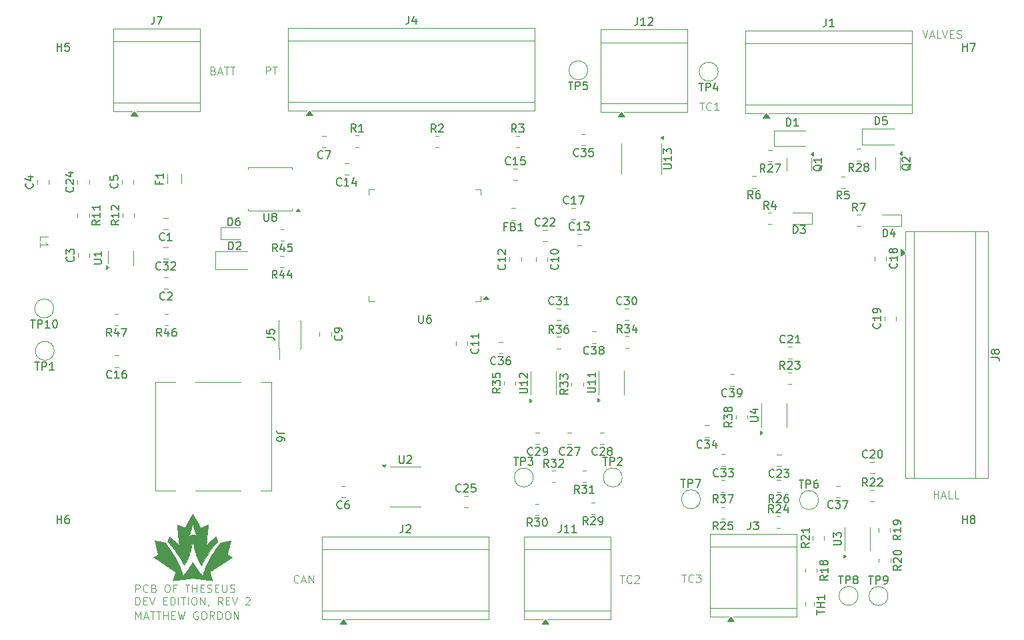
<source format=gbr>
%TF.GenerationSoftware,KiCad,Pcbnew,9.0.4*%
%TF.CreationDate,2025-10-02T19:06:12-04:00*%
%TF.ProjectId,PCB of Theseus,50434220-6f66-4205-9468-65736575732e,rev?*%
%TF.SameCoordinates,Original*%
%TF.FileFunction,Legend,Top*%
%TF.FilePolarity,Positive*%
%FSLAX46Y46*%
G04 Gerber Fmt 4.6, Leading zero omitted, Abs format (unit mm)*
G04 Created by KiCad (PCBNEW 9.0.4) date 2025-10-02 19:06:12*
%MOMM*%
%LPD*%
G01*
G04 APERTURE LIST*
%ADD10C,0.100000*%
%ADD11C,0.150000*%
%ADD12C,0.120000*%
%ADD13C,0.010000*%
G04 APERTURE END LIST*
D10*
X102553884Y-101047419D02*
X102553884Y-100047419D01*
X102553884Y-100047419D02*
X102887217Y-100761704D01*
X102887217Y-100761704D02*
X103220550Y-100047419D01*
X103220550Y-100047419D02*
X103220550Y-101047419D01*
X103649122Y-100761704D02*
X104125312Y-100761704D01*
X103553884Y-101047419D02*
X103887217Y-100047419D01*
X103887217Y-100047419D02*
X104220550Y-101047419D01*
X104411027Y-100047419D02*
X104982455Y-100047419D01*
X104696741Y-101047419D02*
X104696741Y-100047419D01*
X105172932Y-100047419D02*
X105744360Y-100047419D01*
X105458646Y-101047419D02*
X105458646Y-100047419D01*
X106077694Y-101047419D02*
X106077694Y-100047419D01*
X106077694Y-100523609D02*
X106649122Y-100523609D01*
X106649122Y-101047419D02*
X106649122Y-100047419D01*
X107125313Y-100523609D02*
X107458646Y-100523609D01*
X107601503Y-101047419D02*
X107125313Y-101047419D01*
X107125313Y-101047419D02*
X107125313Y-100047419D01*
X107125313Y-100047419D02*
X107601503Y-100047419D01*
X107934837Y-100047419D02*
X108172932Y-101047419D01*
X108172932Y-101047419D02*
X108363408Y-100333133D01*
X108363408Y-100333133D02*
X108553884Y-101047419D01*
X108553884Y-101047419D02*
X108791980Y-100047419D01*
X110458646Y-100095038D02*
X110363408Y-100047419D01*
X110363408Y-100047419D02*
X110220551Y-100047419D01*
X110220551Y-100047419D02*
X110077694Y-100095038D01*
X110077694Y-100095038D02*
X109982456Y-100190276D01*
X109982456Y-100190276D02*
X109934837Y-100285514D01*
X109934837Y-100285514D02*
X109887218Y-100475990D01*
X109887218Y-100475990D02*
X109887218Y-100618847D01*
X109887218Y-100618847D02*
X109934837Y-100809323D01*
X109934837Y-100809323D02*
X109982456Y-100904561D01*
X109982456Y-100904561D02*
X110077694Y-100999800D01*
X110077694Y-100999800D02*
X110220551Y-101047419D01*
X110220551Y-101047419D02*
X110315789Y-101047419D01*
X110315789Y-101047419D02*
X110458646Y-100999800D01*
X110458646Y-100999800D02*
X110506265Y-100952180D01*
X110506265Y-100952180D02*
X110506265Y-100618847D01*
X110506265Y-100618847D02*
X110315789Y-100618847D01*
X111125313Y-100047419D02*
X111315789Y-100047419D01*
X111315789Y-100047419D02*
X111411027Y-100095038D01*
X111411027Y-100095038D02*
X111506265Y-100190276D01*
X111506265Y-100190276D02*
X111553884Y-100380752D01*
X111553884Y-100380752D02*
X111553884Y-100714085D01*
X111553884Y-100714085D02*
X111506265Y-100904561D01*
X111506265Y-100904561D02*
X111411027Y-100999800D01*
X111411027Y-100999800D02*
X111315789Y-101047419D01*
X111315789Y-101047419D02*
X111125313Y-101047419D01*
X111125313Y-101047419D02*
X111030075Y-100999800D01*
X111030075Y-100999800D02*
X110934837Y-100904561D01*
X110934837Y-100904561D02*
X110887218Y-100714085D01*
X110887218Y-100714085D02*
X110887218Y-100380752D01*
X110887218Y-100380752D02*
X110934837Y-100190276D01*
X110934837Y-100190276D02*
X111030075Y-100095038D01*
X111030075Y-100095038D02*
X111125313Y-100047419D01*
X112553884Y-101047419D02*
X112220551Y-100571228D01*
X111982456Y-101047419D02*
X111982456Y-100047419D01*
X111982456Y-100047419D02*
X112363408Y-100047419D01*
X112363408Y-100047419D02*
X112458646Y-100095038D01*
X112458646Y-100095038D02*
X112506265Y-100142657D01*
X112506265Y-100142657D02*
X112553884Y-100237895D01*
X112553884Y-100237895D02*
X112553884Y-100380752D01*
X112553884Y-100380752D02*
X112506265Y-100475990D01*
X112506265Y-100475990D02*
X112458646Y-100523609D01*
X112458646Y-100523609D02*
X112363408Y-100571228D01*
X112363408Y-100571228D02*
X111982456Y-100571228D01*
X112982456Y-101047419D02*
X112982456Y-100047419D01*
X112982456Y-100047419D02*
X113220551Y-100047419D01*
X113220551Y-100047419D02*
X113363408Y-100095038D01*
X113363408Y-100095038D02*
X113458646Y-100190276D01*
X113458646Y-100190276D02*
X113506265Y-100285514D01*
X113506265Y-100285514D02*
X113553884Y-100475990D01*
X113553884Y-100475990D02*
X113553884Y-100618847D01*
X113553884Y-100618847D02*
X113506265Y-100809323D01*
X113506265Y-100809323D02*
X113458646Y-100904561D01*
X113458646Y-100904561D02*
X113363408Y-100999800D01*
X113363408Y-100999800D02*
X113220551Y-101047419D01*
X113220551Y-101047419D02*
X112982456Y-101047419D01*
X114172932Y-100047419D02*
X114363408Y-100047419D01*
X114363408Y-100047419D02*
X114458646Y-100095038D01*
X114458646Y-100095038D02*
X114553884Y-100190276D01*
X114553884Y-100190276D02*
X114601503Y-100380752D01*
X114601503Y-100380752D02*
X114601503Y-100714085D01*
X114601503Y-100714085D02*
X114553884Y-100904561D01*
X114553884Y-100904561D02*
X114458646Y-100999800D01*
X114458646Y-100999800D02*
X114363408Y-101047419D01*
X114363408Y-101047419D02*
X114172932Y-101047419D01*
X114172932Y-101047419D02*
X114077694Y-100999800D01*
X114077694Y-100999800D02*
X113982456Y-100904561D01*
X113982456Y-100904561D02*
X113934837Y-100714085D01*
X113934837Y-100714085D02*
X113934837Y-100380752D01*
X113934837Y-100380752D02*
X113982456Y-100190276D01*
X113982456Y-100190276D02*
X114077694Y-100095038D01*
X114077694Y-100095038D02*
X114172932Y-100047419D01*
X115030075Y-101047419D02*
X115030075Y-100047419D01*
X115030075Y-100047419D02*
X115601503Y-101047419D01*
X115601503Y-101047419D02*
X115601503Y-100047419D01*
X123275312Y-96327180D02*
X123227693Y-96374800D01*
X123227693Y-96374800D02*
X123084836Y-96422419D01*
X123084836Y-96422419D02*
X122989598Y-96422419D01*
X122989598Y-96422419D02*
X122846741Y-96374800D01*
X122846741Y-96374800D02*
X122751503Y-96279561D01*
X122751503Y-96279561D02*
X122703884Y-96184323D01*
X122703884Y-96184323D02*
X122656265Y-95993847D01*
X122656265Y-95993847D02*
X122656265Y-95850990D01*
X122656265Y-95850990D02*
X122703884Y-95660514D01*
X122703884Y-95660514D02*
X122751503Y-95565276D01*
X122751503Y-95565276D02*
X122846741Y-95470038D01*
X122846741Y-95470038D02*
X122989598Y-95422419D01*
X122989598Y-95422419D02*
X123084836Y-95422419D01*
X123084836Y-95422419D02*
X123227693Y-95470038D01*
X123227693Y-95470038D02*
X123275312Y-95517657D01*
X123656265Y-96136704D02*
X124132455Y-96136704D01*
X123561027Y-96422419D02*
X123894360Y-95422419D01*
X123894360Y-95422419D02*
X124227693Y-96422419D01*
X124561027Y-96422419D02*
X124561027Y-95422419D01*
X124561027Y-95422419D02*
X125132455Y-96422419D01*
X125132455Y-96422419D02*
X125132455Y-95422419D01*
X203928884Y-85697419D02*
X203928884Y-84697419D01*
X203928884Y-85173609D02*
X204500312Y-85173609D01*
X204500312Y-85697419D02*
X204500312Y-84697419D01*
X204928884Y-85411704D02*
X205405074Y-85411704D01*
X204833646Y-85697419D02*
X205166979Y-84697419D01*
X205166979Y-84697419D02*
X205500312Y-85697419D01*
X206309836Y-85697419D02*
X205833646Y-85697419D01*
X205833646Y-85697419D02*
X205833646Y-84697419D01*
X207119360Y-85697419D02*
X206643170Y-85697419D01*
X206643170Y-85697419D02*
X206643170Y-84697419D01*
X102553884Y-97612475D02*
X102553884Y-96612475D01*
X102553884Y-96612475D02*
X102934836Y-96612475D01*
X102934836Y-96612475D02*
X103030074Y-96660094D01*
X103030074Y-96660094D02*
X103077693Y-96707713D01*
X103077693Y-96707713D02*
X103125312Y-96802951D01*
X103125312Y-96802951D02*
X103125312Y-96945808D01*
X103125312Y-96945808D02*
X103077693Y-97041046D01*
X103077693Y-97041046D02*
X103030074Y-97088665D01*
X103030074Y-97088665D02*
X102934836Y-97136284D01*
X102934836Y-97136284D02*
X102553884Y-97136284D01*
X104125312Y-97517236D02*
X104077693Y-97564856D01*
X104077693Y-97564856D02*
X103934836Y-97612475D01*
X103934836Y-97612475D02*
X103839598Y-97612475D01*
X103839598Y-97612475D02*
X103696741Y-97564856D01*
X103696741Y-97564856D02*
X103601503Y-97469617D01*
X103601503Y-97469617D02*
X103553884Y-97374379D01*
X103553884Y-97374379D02*
X103506265Y-97183903D01*
X103506265Y-97183903D02*
X103506265Y-97041046D01*
X103506265Y-97041046D02*
X103553884Y-96850570D01*
X103553884Y-96850570D02*
X103601503Y-96755332D01*
X103601503Y-96755332D02*
X103696741Y-96660094D01*
X103696741Y-96660094D02*
X103839598Y-96612475D01*
X103839598Y-96612475D02*
X103934836Y-96612475D01*
X103934836Y-96612475D02*
X104077693Y-96660094D01*
X104077693Y-96660094D02*
X104125312Y-96707713D01*
X104887217Y-97088665D02*
X105030074Y-97136284D01*
X105030074Y-97136284D02*
X105077693Y-97183903D01*
X105077693Y-97183903D02*
X105125312Y-97279141D01*
X105125312Y-97279141D02*
X105125312Y-97421998D01*
X105125312Y-97421998D02*
X105077693Y-97517236D01*
X105077693Y-97517236D02*
X105030074Y-97564856D01*
X105030074Y-97564856D02*
X104934836Y-97612475D01*
X104934836Y-97612475D02*
X104553884Y-97612475D01*
X104553884Y-97612475D02*
X104553884Y-96612475D01*
X104553884Y-96612475D02*
X104887217Y-96612475D01*
X104887217Y-96612475D02*
X104982455Y-96660094D01*
X104982455Y-96660094D02*
X105030074Y-96707713D01*
X105030074Y-96707713D02*
X105077693Y-96802951D01*
X105077693Y-96802951D02*
X105077693Y-96898189D01*
X105077693Y-96898189D02*
X105030074Y-96993427D01*
X105030074Y-96993427D02*
X104982455Y-97041046D01*
X104982455Y-97041046D02*
X104887217Y-97088665D01*
X104887217Y-97088665D02*
X104553884Y-97088665D01*
X106506265Y-96612475D02*
X106696741Y-96612475D01*
X106696741Y-96612475D02*
X106791979Y-96660094D01*
X106791979Y-96660094D02*
X106887217Y-96755332D01*
X106887217Y-96755332D02*
X106934836Y-96945808D01*
X106934836Y-96945808D02*
X106934836Y-97279141D01*
X106934836Y-97279141D02*
X106887217Y-97469617D01*
X106887217Y-97469617D02*
X106791979Y-97564856D01*
X106791979Y-97564856D02*
X106696741Y-97612475D01*
X106696741Y-97612475D02*
X106506265Y-97612475D01*
X106506265Y-97612475D02*
X106411027Y-97564856D01*
X106411027Y-97564856D02*
X106315789Y-97469617D01*
X106315789Y-97469617D02*
X106268170Y-97279141D01*
X106268170Y-97279141D02*
X106268170Y-96945808D01*
X106268170Y-96945808D02*
X106315789Y-96755332D01*
X106315789Y-96755332D02*
X106411027Y-96660094D01*
X106411027Y-96660094D02*
X106506265Y-96612475D01*
X107696741Y-97088665D02*
X107363408Y-97088665D01*
X107363408Y-97612475D02*
X107363408Y-96612475D01*
X107363408Y-96612475D02*
X107839598Y-96612475D01*
X108839599Y-96612475D02*
X109411027Y-96612475D01*
X109125313Y-97612475D02*
X109125313Y-96612475D01*
X109744361Y-97612475D02*
X109744361Y-96612475D01*
X109744361Y-97088665D02*
X110315789Y-97088665D01*
X110315789Y-97612475D02*
X110315789Y-96612475D01*
X110791980Y-97088665D02*
X111125313Y-97088665D01*
X111268170Y-97612475D02*
X110791980Y-97612475D01*
X110791980Y-97612475D02*
X110791980Y-96612475D01*
X110791980Y-96612475D02*
X111268170Y-96612475D01*
X111649123Y-97564856D02*
X111791980Y-97612475D01*
X111791980Y-97612475D02*
X112030075Y-97612475D01*
X112030075Y-97612475D02*
X112125313Y-97564856D01*
X112125313Y-97564856D02*
X112172932Y-97517236D01*
X112172932Y-97517236D02*
X112220551Y-97421998D01*
X112220551Y-97421998D02*
X112220551Y-97326760D01*
X112220551Y-97326760D02*
X112172932Y-97231522D01*
X112172932Y-97231522D02*
X112125313Y-97183903D01*
X112125313Y-97183903D02*
X112030075Y-97136284D01*
X112030075Y-97136284D02*
X111839599Y-97088665D01*
X111839599Y-97088665D02*
X111744361Y-97041046D01*
X111744361Y-97041046D02*
X111696742Y-96993427D01*
X111696742Y-96993427D02*
X111649123Y-96898189D01*
X111649123Y-96898189D02*
X111649123Y-96802951D01*
X111649123Y-96802951D02*
X111696742Y-96707713D01*
X111696742Y-96707713D02*
X111744361Y-96660094D01*
X111744361Y-96660094D02*
X111839599Y-96612475D01*
X111839599Y-96612475D02*
X112077694Y-96612475D01*
X112077694Y-96612475D02*
X112220551Y-96660094D01*
X112649123Y-97088665D02*
X112982456Y-97088665D01*
X113125313Y-97612475D02*
X112649123Y-97612475D01*
X112649123Y-97612475D02*
X112649123Y-96612475D01*
X112649123Y-96612475D02*
X113125313Y-96612475D01*
X113553885Y-96612475D02*
X113553885Y-97421998D01*
X113553885Y-97421998D02*
X113601504Y-97517236D01*
X113601504Y-97517236D02*
X113649123Y-97564856D01*
X113649123Y-97564856D02*
X113744361Y-97612475D01*
X113744361Y-97612475D02*
X113934837Y-97612475D01*
X113934837Y-97612475D02*
X114030075Y-97564856D01*
X114030075Y-97564856D02*
X114077694Y-97517236D01*
X114077694Y-97517236D02*
X114125313Y-97421998D01*
X114125313Y-97421998D02*
X114125313Y-96612475D01*
X114553885Y-97564856D02*
X114696742Y-97612475D01*
X114696742Y-97612475D02*
X114934837Y-97612475D01*
X114934837Y-97612475D02*
X115030075Y-97564856D01*
X115030075Y-97564856D02*
X115077694Y-97517236D01*
X115077694Y-97517236D02*
X115125313Y-97421998D01*
X115125313Y-97421998D02*
X115125313Y-97326760D01*
X115125313Y-97326760D02*
X115077694Y-97231522D01*
X115077694Y-97231522D02*
X115030075Y-97183903D01*
X115030075Y-97183903D02*
X114934837Y-97136284D01*
X114934837Y-97136284D02*
X114744361Y-97088665D01*
X114744361Y-97088665D02*
X114649123Y-97041046D01*
X114649123Y-97041046D02*
X114601504Y-96993427D01*
X114601504Y-96993427D02*
X114553885Y-96898189D01*
X114553885Y-96898189D02*
X114553885Y-96802951D01*
X114553885Y-96802951D02*
X114601504Y-96707713D01*
X114601504Y-96707713D02*
X114649123Y-96660094D01*
X114649123Y-96660094D02*
X114744361Y-96612475D01*
X114744361Y-96612475D02*
X114982456Y-96612475D01*
X114982456Y-96612475D02*
X115125313Y-96660094D01*
X102553884Y-99222419D02*
X102553884Y-98222419D01*
X102553884Y-98222419D02*
X102791979Y-98222419D01*
X102791979Y-98222419D02*
X102934836Y-98270038D01*
X102934836Y-98270038D02*
X103030074Y-98365276D01*
X103030074Y-98365276D02*
X103077693Y-98460514D01*
X103077693Y-98460514D02*
X103125312Y-98650990D01*
X103125312Y-98650990D02*
X103125312Y-98793847D01*
X103125312Y-98793847D02*
X103077693Y-98984323D01*
X103077693Y-98984323D02*
X103030074Y-99079561D01*
X103030074Y-99079561D02*
X102934836Y-99174800D01*
X102934836Y-99174800D02*
X102791979Y-99222419D01*
X102791979Y-99222419D02*
X102553884Y-99222419D01*
X103553884Y-98698609D02*
X103887217Y-98698609D01*
X104030074Y-99222419D02*
X103553884Y-99222419D01*
X103553884Y-99222419D02*
X103553884Y-98222419D01*
X103553884Y-98222419D02*
X104030074Y-98222419D01*
X104315789Y-98222419D02*
X104649122Y-99222419D01*
X104649122Y-99222419D02*
X104982455Y-98222419D01*
X106077694Y-98698609D02*
X106411027Y-98698609D01*
X106553884Y-99222419D02*
X106077694Y-99222419D01*
X106077694Y-99222419D02*
X106077694Y-98222419D01*
X106077694Y-98222419D02*
X106553884Y-98222419D01*
X106982456Y-99222419D02*
X106982456Y-98222419D01*
X106982456Y-98222419D02*
X107220551Y-98222419D01*
X107220551Y-98222419D02*
X107363408Y-98270038D01*
X107363408Y-98270038D02*
X107458646Y-98365276D01*
X107458646Y-98365276D02*
X107506265Y-98460514D01*
X107506265Y-98460514D02*
X107553884Y-98650990D01*
X107553884Y-98650990D02*
X107553884Y-98793847D01*
X107553884Y-98793847D02*
X107506265Y-98984323D01*
X107506265Y-98984323D02*
X107458646Y-99079561D01*
X107458646Y-99079561D02*
X107363408Y-99174800D01*
X107363408Y-99174800D02*
X107220551Y-99222419D01*
X107220551Y-99222419D02*
X106982456Y-99222419D01*
X107982456Y-99222419D02*
X107982456Y-98222419D01*
X108315789Y-98222419D02*
X108887217Y-98222419D01*
X108601503Y-99222419D02*
X108601503Y-98222419D01*
X109220551Y-99222419D02*
X109220551Y-98222419D01*
X109887217Y-98222419D02*
X110077693Y-98222419D01*
X110077693Y-98222419D02*
X110172931Y-98270038D01*
X110172931Y-98270038D02*
X110268169Y-98365276D01*
X110268169Y-98365276D02*
X110315788Y-98555752D01*
X110315788Y-98555752D02*
X110315788Y-98889085D01*
X110315788Y-98889085D02*
X110268169Y-99079561D01*
X110268169Y-99079561D02*
X110172931Y-99174800D01*
X110172931Y-99174800D02*
X110077693Y-99222419D01*
X110077693Y-99222419D02*
X109887217Y-99222419D01*
X109887217Y-99222419D02*
X109791979Y-99174800D01*
X109791979Y-99174800D02*
X109696741Y-99079561D01*
X109696741Y-99079561D02*
X109649122Y-98889085D01*
X109649122Y-98889085D02*
X109649122Y-98555752D01*
X109649122Y-98555752D02*
X109696741Y-98365276D01*
X109696741Y-98365276D02*
X109791979Y-98270038D01*
X109791979Y-98270038D02*
X109887217Y-98222419D01*
X110744360Y-99222419D02*
X110744360Y-98222419D01*
X110744360Y-98222419D02*
X111315788Y-99222419D01*
X111315788Y-99222419D02*
X111315788Y-98222419D01*
X111839598Y-99174800D02*
X111839598Y-99222419D01*
X111839598Y-99222419D02*
X111791979Y-99317657D01*
X111791979Y-99317657D02*
X111744360Y-99365276D01*
X113601502Y-99222419D02*
X113268169Y-98746228D01*
X113030074Y-99222419D02*
X113030074Y-98222419D01*
X113030074Y-98222419D02*
X113411026Y-98222419D01*
X113411026Y-98222419D02*
X113506264Y-98270038D01*
X113506264Y-98270038D02*
X113553883Y-98317657D01*
X113553883Y-98317657D02*
X113601502Y-98412895D01*
X113601502Y-98412895D02*
X113601502Y-98555752D01*
X113601502Y-98555752D02*
X113553883Y-98650990D01*
X113553883Y-98650990D02*
X113506264Y-98698609D01*
X113506264Y-98698609D02*
X113411026Y-98746228D01*
X113411026Y-98746228D02*
X113030074Y-98746228D01*
X114030074Y-98698609D02*
X114363407Y-98698609D01*
X114506264Y-99222419D02*
X114030074Y-99222419D01*
X114030074Y-99222419D02*
X114030074Y-98222419D01*
X114030074Y-98222419D02*
X114506264Y-98222419D01*
X114791979Y-98222419D02*
X115125312Y-99222419D01*
X115125312Y-99222419D02*
X115458645Y-98222419D01*
X116506265Y-98317657D02*
X116553884Y-98270038D01*
X116553884Y-98270038D02*
X116649122Y-98222419D01*
X116649122Y-98222419D02*
X116887217Y-98222419D01*
X116887217Y-98222419D02*
X116982455Y-98270038D01*
X116982455Y-98270038D02*
X117030074Y-98317657D01*
X117030074Y-98317657D02*
X117077693Y-98412895D01*
X117077693Y-98412895D02*
X117077693Y-98508133D01*
X117077693Y-98508133D02*
X117030074Y-98650990D01*
X117030074Y-98650990D02*
X116458646Y-99222419D01*
X116458646Y-99222419D02*
X117077693Y-99222419D01*
X112437217Y-31373609D02*
X112580074Y-31421228D01*
X112580074Y-31421228D02*
X112627693Y-31468847D01*
X112627693Y-31468847D02*
X112675312Y-31564085D01*
X112675312Y-31564085D02*
X112675312Y-31706942D01*
X112675312Y-31706942D02*
X112627693Y-31802180D01*
X112627693Y-31802180D02*
X112580074Y-31849800D01*
X112580074Y-31849800D02*
X112484836Y-31897419D01*
X112484836Y-31897419D02*
X112103884Y-31897419D01*
X112103884Y-31897419D02*
X112103884Y-30897419D01*
X112103884Y-30897419D02*
X112437217Y-30897419D01*
X112437217Y-30897419D02*
X112532455Y-30945038D01*
X112532455Y-30945038D02*
X112580074Y-30992657D01*
X112580074Y-30992657D02*
X112627693Y-31087895D01*
X112627693Y-31087895D02*
X112627693Y-31183133D01*
X112627693Y-31183133D02*
X112580074Y-31278371D01*
X112580074Y-31278371D02*
X112532455Y-31325990D01*
X112532455Y-31325990D02*
X112437217Y-31373609D01*
X112437217Y-31373609D02*
X112103884Y-31373609D01*
X113056265Y-31611704D02*
X113532455Y-31611704D01*
X112961027Y-31897419D02*
X113294360Y-30897419D01*
X113294360Y-30897419D02*
X113627693Y-31897419D01*
X113818170Y-30897419D02*
X114389598Y-30897419D01*
X114103884Y-31897419D02*
X114103884Y-30897419D01*
X114580075Y-30897419D02*
X115151503Y-30897419D01*
X114865789Y-31897419D02*
X114865789Y-30897419D01*
X202486027Y-26222419D02*
X202819360Y-27222419D01*
X202819360Y-27222419D02*
X203152693Y-26222419D01*
X203438408Y-26936704D02*
X203914598Y-26936704D01*
X203343170Y-27222419D02*
X203676503Y-26222419D01*
X203676503Y-26222419D02*
X204009836Y-27222419D01*
X204819360Y-27222419D02*
X204343170Y-27222419D01*
X204343170Y-27222419D02*
X204343170Y-26222419D01*
X205009837Y-26222419D02*
X205343170Y-27222419D01*
X205343170Y-27222419D02*
X205676503Y-26222419D01*
X206009837Y-26698609D02*
X206343170Y-26698609D01*
X206486027Y-27222419D02*
X206009837Y-27222419D01*
X206009837Y-27222419D02*
X206009837Y-26222419D01*
X206009837Y-26222419D02*
X206486027Y-26222419D01*
X206866980Y-27174800D02*
X207009837Y-27222419D01*
X207009837Y-27222419D02*
X207247932Y-27222419D01*
X207247932Y-27222419D02*
X207343170Y-27174800D01*
X207343170Y-27174800D02*
X207390789Y-27127180D01*
X207390789Y-27127180D02*
X207438408Y-27031942D01*
X207438408Y-27031942D02*
X207438408Y-26936704D01*
X207438408Y-26936704D02*
X207390789Y-26841466D01*
X207390789Y-26841466D02*
X207343170Y-26793847D01*
X207343170Y-26793847D02*
X207247932Y-26746228D01*
X207247932Y-26746228D02*
X207057456Y-26698609D01*
X207057456Y-26698609D02*
X206962218Y-26650990D01*
X206962218Y-26650990D02*
X206914599Y-26603371D01*
X206914599Y-26603371D02*
X206866980Y-26508133D01*
X206866980Y-26508133D02*
X206866980Y-26412895D01*
X206866980Y-26412895D02*
X206914599Y-26317657D01*
X206914599Y-26317657D02*
X206962218Y-26270038D01*
X206962218Y-26270038D02*
X207057456Y-26222419D01*
X207057456Y-26222419D02*
X207295551Y-26222419D01*
X207295551Y-26222419D02*
X207438408Y-26270038D01*
X171911027Y-95347419D02*
X172482455Y-95347419D01*
X172196741Y-96347419D02*
X172196741Y-95347419D01*
X173387217Y-96252180D02*
X173339598Y-96299800D01*
X173339598Y-96299800D02*
X173196741Y-96347419D01*
X173196741Y-96347419D02*
X173101503Y-96347419D01*
X173101503Y-96347419D02*
X172958646Y-96299800D01*
X172958646Y-96299800D02*
X172863408Y-96204561D01*
X172863408Y-96204561D02*
X172815789Y-96109323D01*
X172815789Y-96109323D02*
X172768170Y-95918847D01*
X172768170Y-95918847D02*
X172768170Y-95775990D01*
X172768170Y-95775990D02*
X172815789Y-95585514D01*
X172815789Y-95585514D02*
X172863408Y-95490276D01*
X172863408Y-95490276D02*
X172958646Y-95395038D01*
X172958646Y-95395038D02*
X173101503Y-95347419D01*
X173101503Y-95347419D02*
X173196741Y-95347419D01*
X173196741Y-95347419D02*
X173339598Y-95395038D01*
X173339598Y-95395038D02*
X173387217Y-95442657D01*
X173720551Y-95347419D02*
X174339598Y-95347419D01*
X174339598Y-95347419D02*
X174006265Y-95728371D01*
X174006265Y-95728371D02*
X174149122Y-95728371D01*
X174149122Y-95728371D02*
X174244360Y-95775990D01*
X174244360Y-95775990D02*
X174291979Y-95823609D01*
X174291979Y-95823609D02*
X174339598Y-95918847D01*
X174339598Y-95918847D02*
X174339598Y-96156942D01*
X174339598Y-96156942D02*
X174291979Y-96252180D01*
X174291979Y-96252180D02*
X174244360Y-96299800D01*
X174244360Y-96299800D02*
X174149122Y-96347419D01*
X174149122Y-96347419D02*
X173863408Y-96347419D01*
X173863408Y-96347419D02*
X173768170Y-96299800D01*
X173768170Y-96299800D02*
X173720551Y-96252180D01*
X119103884Y-31822419D02*
X119103884Y-30822419D01*
X119103884Y-30822419D02*
X119484836Y-30822419D01*
X119484836Y-30822419D02*
X119580074Y-30870038D01*
X119580074Y-30870038D02*
X119627693Y-30917657D01*
X119627693Y-30917657D02*
X119675312Y-31012895D01*
X119675312Y-31012895D02*
X119675312Y-31155752D01*
X119675312Y-31155752D02*
X119627693Y-31250990D01*
X119627693Y-31250990D02*
X119580074Y-31298609D01*
X119580074Y-31298609D02*
X119484836Y-31346228D01*
X119484836Y-31346228D02*
X119103884Y-31346228D01*
X119961027Y-30822419D02*
X120532455Y-30822419D01*
X120246741Y-31822419D02*
X120246741Y-30822419D01*
X164086027Y-95447419D02*
X164657455Y-95447419D01*
X164371741Y-96447419D02*
X164371741Y-95447419D01*
X165562217Y-96352180D02*
X165514598Y-96399800D01*
X165514598Y-96399800D02*
X165371741Y-96447419D01*
X165371741Y-96447419D02*
X165276503Y-96447419D01*
X165276503Y-96447419D02*
X165133646Y-96399800D01*
X165133646Y-96399800D02*
X165038408Y-96304561D01*
X165038408Y-96304561D02*
X164990789Y-96209323D01*
X164990789Y-96209323D02*
X164943170Y-96018847D01*
X164943170Y-96018847D02*
X164943170Y-95875990D01*
X164943170Y-95875990D02*
X164990789Y-95685514D01*
X164990789Y-95685514D02*
X165038408Y-95590276D01*
X165038408Y-95590276D02*
X165133646Y-95495038D01*
X165133646Y-95495038D02*
X165276503Y-95447419D01*
X165276503Y-95447419D02*
X165371741Y-95447419D01*
X165371741Y-95447419D02*
X165514598Y-95495038D01*
X165514598Y-95495038D02*
X165562217Y-95542657D01*
X165943170Y-95542657D02*
X165990789Y-95495038D01*
X165990789Y-95495038D02*
X166086027Y-95447419D01*
X166086027Y-95447419D02*
X166324122Y-95447419D01*
X166324122Y-95447419D02*
X166419360Y-95495038D01*
X166419360Y-95495038D02*
X166466979Y-95542657D01*
X166466979Y-95542657D02*
X166514598Y-95637895D01*
X166514598Y-95637895D02*
X166514598Y-95733133D01*
X166514598Y-95733133D02*
X166466979Y-95875990D01*
X166466979Y-95875990D02*
X165895551Y-96447419D01*
X165895551Y-96447419D02*
X166514598Y-96447419D01*
X174186027Y-35397419D02*
X174757455Y-35397419D01*
X174471741Y-36397419D02*
X174471741Y-35397419D01*
X175662217Y-36302180D02*
X175614598Y-36349800D01*
X175614598Y-36349800D02*
X175471741Y-36397419D01*
X175471741Y-36397419D02*
X175376503Y-36397419D01*
X175376503Y-36397419D02*
X175233646Y-36349800D01*
X175233646Y-36349800D02*
X175138408Y-36254561D01*
X175138408Y-36254561D02*
X175090789Y-36159323D01*
X175090789Y-36159323D02*
X175043170Y-35968847D01*
X175043170Y-35968847D02*
X175043170Y-35825990D01*
X175043170Y-35825990D02*
X175090789Y-35635514D01*
X175090789Y-35635514D02*
X175138408Y-35540276D01*
X175138408Y-35540276D02*
X175233646Y-35445038D01*
X175233646Y-35445038D02*
X175376503Y-35397419D01*
X175376503Y-35397419D02*
X175471741Y-35397419D01*
X175471741Y-35397419D02*
X175614598Y-35445038D01*
X175614598Y-35445038D02*
X175662217Y-35492657D01*
X176614598Y-36397419D02*
X176043170Y-36397419D01*
X176328884Y-36397419D02*
X176328884Y-35397419D01*
X176328884Y-35397419D02*
X176233646Y-35540276D01*
X176233646Y-35540276D02*
X176138408Y-35635514D01*
X176138408Y-35635514D02*
X176043170Y-35683133D01*
D11*
X184997142Y-69262319D02*
X184663809Y-68786128D01*
X184425714Y-69262319D02*
X184425714Y-68262319D01*
X184425714Y-68262319D02*
X184806666Y-68262319D01*
X184806666Y-68262319D02*
X184901904Y-68309938D01*
X184901904Y-68309938D02*
X184949523Y-68357557D01*
X184949523Y-68357557D02*
X184997142Y-68452795D01*
X184997142Y-68452795D02*
X184997142Y-68595652D01*
X184997142Y-68595652D02*
X184949523Y-68690890D01*
X184949523Y-68690890D02*
X184901904Y-68738509D01*
X184901904Y-68738509D02*
X184806666Y-68786128D01*
X184806666Y-68786128D02*
X184425714Y-68786128D01*
X185378095Y-68357557D02*
X185425714Y-68309938D01*
X185425714Y-68309938D02*
X185520952Y-68262319D01*
X185520952Y-68262319D02*
X185759047Y-68262319D01*
X185759047Y-68262319D02*
X185854285Y-68309938D01*
X185854285Y-68309938D02*
X185901904Y-68357557D01*
X185901904Y-68357557D02*
X185949523Y-68452795D01*
X185949523Y-68452795D02*
X185949523Y-68548033D01*
X185949523Y-68548033D02*
X185901904Y-68690890D01*
X185901904Y-68690890D02*
X185330476Y-69262319D01*
X185330476Y-69262319D02*
X185949523Y-69262319D01*
X186282857Y-68262319D02*
X186901904Y-68262319D01*
X186901904Y-68262319D02*
X186568571Y-68643271D01*
X186568571Y-68643271D02*
X186711428Y-68643271D01*
X186711428Y-68643271D02*
X186806666Y-68690890D01*
X186806666Y-68690890D02*
X186854285Y-68738509D01*
X186854285Y-68738509D02*
X186901904Y-68833747D01*
X186901904Y-68833747D02*
X186901904Y-69071842D01*
X186901904Y-69071842D02*
X186854285Y-69167080D01*
X186854285Y-69167080D02*
X186806666Y-69214700D01*
X186806666Y-69214700D02*
X186711428Y-69262319D01*
X186711428Y-69262319D02*
X186425714Y-69262319D01*
X186425714Y-69262319D02*
X186330476Y-69214700D01*
X186330476Y-69214700D02*
X186282857Y-69167080D01*
X190469819Y-95475357D02*
X189993628Y-95808690D01*
X190469819Y-96046785D02*
X189469819Y-96046785D01*
X189469819Y-96046785D02*
X189469819Y-95665833D01*
X189469819Y-95665833D02*
X189517438Y-95570595D01*
X189517438Y-95570595D02*
X189565057Y-95522976D01*
X189565057Y-95522976D02*
X189660295Y-95475357D01*
X189660295Y-95475357D02*
X189803152Y-95475357D01*
X189803152Y-95475357D02*
X189898390Y-95522976D01*
X189898390Y-95522976D02*
X189946009Y-95570595D01*
X189946009Y-95570595D02*
X189993628Y-95665833D01*
X189993628Y-95665833D02*
X189993628Y-96046785D01*
X190469819Y-94522976D02*
X190469819Y-95094404D01*
X190469819Y-94808690D02*
X189469819Y-94808690D01*
X189469819Y-94808690D02*
X189612676Y-94903928D01*
X189612676Y-94903928D02*
X189707914Y-94999166D01*
X189707914Y-94999166D02*
X189755533Y-95094404D01*
X189898390Y-93951547D02*
X189850771Y-94046785D01*
X189850771Y-94046785D02*
X189803152Y-94094404D01*
X189803152Y-94094404D02*
X189707914Y-94142023D01*
X189707914Y-94142023D02*
X189660295Y-94142023D01*
X189660295Y-94142023D02*
X189565057Y-94094404D01*
X189565057Y-94094404D02*
X189517438Y-94046785D01*
X189517438Y-94046785D02*
X189469819Y-93951547D01*
X189469819Y-93951547D02*
X189469819Y-93761071D01*
X189469819Y-93761071D02*
X189517438Y-93665833D01*
X189517438Y-93665833D02*
X189565057Y-93618214D01*
X189565057Y-93618214D02*
X189660295Y-93570595D01*
X189660295Y-93570595D02*
X189707914Y-93570595D01*
X189707914Y-93570595D02*
X189803152Y-93618214D01*
X189803152Y-93618214D02*
X189850771Y-93665833D01*
X189850771Y-93665833D02*
X189898390Y-93761071D01*
X189898390Y-93761071D02*
X189898390Y-93951547D01*
X189898390Y-93951547D02*
X189946009Y-94046785D01*
X189946009Y-94046785D02*
X189993628Y-94094404D01*
X189993628Y-94094404D02*
X190088866Y-94142023D01*
X190088866Y-94142023D02*
X190279342Y-94142023D01*
X190279342Y-94142023D02*
X190374580Y-94094404D01*
X190374580Y-94094404D02*
X190422200Y-94046785D01*
X190422200Y-94046785D02*
X190469819Y-93951547D01*
X190469819Y-93951547D02*
X190469819Y-93761071D01*
X190469819Y-93761071D02*
X190422200Y-93665833D01*
X190422200Y-93665833D02*
X190374580Y-93618214D01*
X190374580Y-93618214D02*
X190279342Y-93570595D01*
X190279342Y-93570595D02*
X190088866Y-93570595D01*
X190088866Y-93570595D02*
X189993628Y-93618214D01*
X189993628Y-93618214D02*
X189946009Y-93665833D01*
X189946009Y-93665833D02*
X189898390Y-93761071D01*
X150908333Y-39179819D02*
X150575000Y-38703628D01*
X150336905Y-39179819D02*
X150336905Y-38179819D01*
X150336905Y-38179819D02*
X150717857Y-38179819D01*
X150717857Y-38179819D02*
X150813095Y-38227438D01*
X150813095Y-38227438D02*
X150860714Y-38275057D01*
X150860714Y-38275057D02*
X150908333Y-38370295D01*
X150908333Y-38370295D02*
X150908333Y-38513152D01*
X150908333Y-38513152D02*
X150860714Y-38608390D01*
X150860714Y-38608390D02*
X150813095Y-38656009D01*
X150813095Y-38656009D02*
X150717857Y-38703628D01*
X150717857Y-38703628D02*
X150336905Y-38703628D01*
X151241667Y-38179819D02*
X151860714Y-38179819D01*
X151860714Y-38179819D02*
X151527381Y-38560771D01*
X151527381Y-38560771D02*
X151670238Y-38560771D01*
X151670238Y-38560771D02*
X151765476Y-38608390D01*
X151765476Y-38608390D02*
X151813095Y-38656009D01*
X151813095Y-38656009D02*
X151860714Y-38751247D01*
X151860714Y-38751247D02*
X151860714Y-38989342D01*
X151860714Y-38989342D02*
X151813095Y-39084580D01*
X151813095Y-39084580D02*
X151765476Y-39132200D01*
X151765476Y-39132200D02*
X151670238Y-39179819D01*
X151670238Y-39179819D02*
X151384524Y-39179819D01*
X151384524Y-39179819D02*
X151289286Y-39132200D01*
X151289286Y-39132200D02*
X151241667Y-39084580D01*
X89775595Y-68402819D02*
X90347023Y-68402819D01*
X90061309Y-69402819D02*
X90061309Y-68402819D01*
X90680357Y-69402819D02*
X90680357Y-68402819D01*
X90680357Y-68402819D02*
X91061309Y-68402819D01*
X91061309Y-68402819D02*
X91156547Y-68450438D01*
X91156547Y-68450438D02*
X91204166Y-68498057D01*
X91204166Y-68498057D02*
X91251785Y-68593295D01*
X91251785Y-68593295D02*
X91251785Y-68736152D01*
X91251785Y-68736152D02*
X91204166Y-68831390D01*
X91204166Y-68831390D02*
X91156547Y-68879009D01*
X91156547Y-68879009D02*
X91061309Y-68926628D01*
X91061309Y-68926628D02*
X90680357Y-68926628D01*
X92204166Y-69402819D02*
X91632738Y-69402819D01*
X91918452Y-69402819D02*
X91918452Y-68402819D01*
X91918452Y-68402819D02*
X91823214Y-68545676D01*
X91823214Y-68545676D02*
X91727976Y-68640914D01*
X91727976Y-68640914D02*
X91632738Y-68688533D01*
X183597142Y-86212319D02*
X183263809Y-85736128D01*
X183025714Y-86212319D02*
X183025714Y-85212319D01*
X183025714Y-85212319D02*
X183406666Y-85212319D01*
X183406666Y-85212319D02*
X183501904Y-85259938D01*
X183501904Y-85259938D02*
X183549523Y-85307557D01*
X183549523Y-85307557D02*
X183597142Y-85402795D01*
X183597142Y-85402795D02*
X183597142Y-85545652D01*
X183597142Y-85545652D02*
X183549523Y-85640890D01*
X183549523Y-85640890D02*
X183501904Y-85688509D01*
X183501904Y-85688509D02*
X183406666Y-85736128D01*
X183406666Y-85736128D02*
X183025714Y-85736128D01*
X183978095Y-85307557D02*
X184025714Y-85259938D01*
X184025714Y-85259938D02*
X184120952Y-85212319D01*
X184120952Y-85212319D02*
X184359047Y-85212319D01*
X184359047Y-85212319D02*
X184454285Y-85259938D01*
X184454285Y-85259938D02*
X184501904Y-85307557D01*
X184501904Y-85307557D02*
X184549523Y-85402795D01*
X184549523Y-85402795D02*
X184549523Y-85498033D01*
X184549523Y-85498033D02*
X184501904Y-85640890D01*
X184501904Y-85640890D02*
X183930476Y-86212319D01*
X183930476Y-86212319D02*
X184549523Y-86212319D01*
X185406666Y-85212319D02*
X185216190Y-85212319D01*
X185216190Y-85212319D02*
X185120952Y-85259938D01*
X185120952Y-85259938D02*
X185073333Y-85307557D01*
X185073333Y-85307557D02*
X184978095Y-85450414D01*
X184978095Y-85450414D02*
X184930476Y-85640890D01*
X184930476Y-85640890D02*
X184930476Y-86021842D01*
X184930476Y-86021842D02*
X184978095Y-86117080D01*
X184978095Y-86117080D02*
X185025714Y-86164700D01*
X185025714Y-86164700D02*
X185120952Y-86212319D01*
X185120952Y-86212319D02*
X185311428Y-86212319D01*
X185311428Y-86212319D02*
X185406666Y-86164700D01*
X185406666Y-86164700D02*
X185454285Y-86117080D01*
X185454285Y-86117080D02*
X185501904Y-86021842D01*
X185501904Y-86021842D02*
X185501904Y-85783747D01*
X185501904Y-85783747D02*
X185454285Y-85688509D01*
X185454285Y-85688509D02*
X185406666Y-85640890D01*
X185406666Y-85640890D02*
X185311428Y-85593271D01*
X185311428Y-85593271D02*
X185120952Y-85593271D01*
X185120952Y-85593271D02*
X185025714Y-85640890D01*
X185025714Y-85640890D02*
X184978095Y-85688509D01*
X184978095Y-85688509D02*
X184930476Y-85783747D01*
X99494642Y-65104819D02*
X99161309Y-64628628D01*
X98923214Y-65104819D02*
X98923214Y-64104819D01*
X98923214Y-64104819D02*
X99304166Y-64104819D01*
X99304166Y-64104819D02*
X99399404Y-64152438D01*
X99399404Y-64152438D02*
X99447023Y-64200057D01*
X99447023Y-64200057D02*
X99494642Y-64295295D01*
X99494642Y-64295295D02*
X99494642Y-64438152D01*
X99494642Y-64438152D02*
X99447023Y-64533390D01*
X99447023Y-64533390D02*
X99399404Y-64581009D01*
X99399404Y-64581009D02*
X99304166Y-64628628D01*
X99304166Y-64628628D02*
X98923214Y-64628628D01*
X100351785Y-64438152D02*
X100351785Y-65104819D01*
X100113690Y-64057200D02*
X99875595Y-64771485D01*
X99875595Y-64771485D02*
X100494642Y-64771485D01*
X100780357Y-64104819D02*
X101447023Y-64104819D01*
X101447023Y-64104819D02*
X101018452Y-65104819D01*
X118875595Y-49474819D02*
X118875595Y-50284342D01*
X118875595Y-50284342D02*
X118923214Y-50379580D01*
X118923214Y-50379580D02*
X118970833Y-50427200D01*
X118970833Y-50427200D02*
X119066071Y-50474819D01*
X119066071Y-50474819D02*
X119256547Y-50474819D01*
X119256547Y-50474819D02*
X119351785Y-50427200D01*
X119351785Y-50427200D02*
X119399404Y-50379580D01*
X119399404Y-50379580D02*
X119447023Y-50284342D01*
X119447023Y-50284342D02*
X119447023Y-49474819D01*
X120066071Y-49903390D02*
X119970833Y-49855771D01*
X119970833Y-49855771D02*
X119923214Y-49808152D01*
X119923214Y-49808152D02*
X119875595Y-49712914D01*
X119875595Y-49712914D02*
X119875595Y-49665295D01*
X119875595Y-49665295D02*
X119923214Y-49570057D01*
X119923214Y-49570057D02*
X119970833Y-49522438D01*
X119970833Y-49522438D02*
X120066071Y-49474819D01*
X120066071Y-49474819D02*
X120256547Y-49474819D01*
X120256547Y-49474819D02*
X120351785Y-49522438D01*
X120351785Y-49522438D02*
X120399404Y-49570057D01*
X120399404Y-49570057D02*
X120447023Y-49665295D01*
X120447023Y-49665295D02*
X120447023Y-49712914D01*
X120447023Y-49712914D02*
X120399404Y-49808152D01*
X120399404Y-49808152D02*
X120351785Y-49855771D01*
X120351785Y-49855771D02*
X120256547Y-49903390D01*
X120256547Y-49903390D02*
X120066071Y-49903390D01*
X120066071Y-49903390D02*
X119970833Y-49951009D01*
X119970833Y-49951009D02*
X119923214Y-49998628D01*
X119923214Y-49998628D02*
X119875595Y-50093866D01*
X119875595Y-50093866D02*
X119875595Y-50284342D01*
X119875595Y-50284342D02*
X119923214Y-50379580D01*
X119923214Y-50379580D02*
X119970833Y-50427200D01*
X119970833Y-50427200D02*
X120066071Y-50474819D01*
X120066071Y-50474819D02*
X120256547Y-50474819D01*
X120256547Y-50474819D02*
X120351785Y-50427200D01*
X120351785Y-50427200D02*
X120399404Y-50379580D01*
X120399404Y-50379580D02*
X120447023Y-50284342D01*
X120447023Y-50284342D02*
X120447023Y-50093866D01*
X120447023Y-50093866D02*
X120399404Y-49998628D01*
X120399404Y-49998628D02*
X120351785Y-49951009D01*
X120351785Y-49951009D02*
X120256547Y-49903390D01*
X188094819Y-91350357D02*
X187618628Y-91683690D01*
X188094819Y-91921785D02*
X187094819Y-91921785D01*
X187094819Y-91921785D02*
X187094819Y-91540833D01*
X187094819Y-91540833D02*
X187142438Y-91445595D01*
X187142438Y-91445595D02*
X187190057Y-91397976D01*
X187190057Y-91397976D02*
X187285295Y-91350357D01*
X187285295Y-91350357D02*
X187428152Y-91350357D01*
X187428152Y-91350357D02*
X187523390Y-91397976D01*
X187523390Y-91397976D02*
X187571009Y-91445595D01*
X187571009Y-91445595D02*
X187618628Y-91540833D01*
X187618628Y-91540833D02*
X187618628Y-91921785D01*
X187190057Y-90969404D02*
X187142438Y-90921785D01*
X187142438Y-90921785D02*
X187094819Y-90826547D01*
X187094819Y-90826547D02*
X187094819Y-90588452D01*
X187094819Y-90588452D02*
X187142438Y-90493214D01*
X187142438Y-90493214D02*
X187190057Y-90445595D01*
X187190057Y-90445595D02*
X187285295Y-90397976D01*
X187285295Y-90397976D02*
X187380533Y-90397976D01*
X187380533Y-90397976D02*
X187523390Y-90445595D01*
X187523390Y-90445595D02*
X188094819Y-91017023D01*
X188094819Y-91017023D02*
X188094819Y-90397976D01*
X188094819Y-89445595D02*
X188094819Y-90017023D01*
X188094819Y-89731309D02*
X187094819Y-89731309D01*
X187094819Y-89731309D02*
X187237676Y-89826547D01*
X187237676Y-89826547D02*
X187332914Y-89921785D01*
X187332914Y-89921785D02*
X187380533Y-90017023D01*
X92588095Y-88879819D02*
X92588095Y-87879819D01*
X92588095Y-88356009D02*
X93159523Y-88356009D01*
X93159523Y-88879819D02*
X93159523Y-87879819D01*
X94064285Y-87879819D02*
X93873809Y-87879819D01*
X93873809Y-87879819D02*
X93778571Y-87927438D01*
X93778571Y-87927438D02*
X93730952Y-87975057D01*
X93730952Y-87975057D02*
X93635714Y-88117914D01*
X93635714Y-88117914D02*
X93588095Y-88308390D01*
X93588095Y-88308390D02*
X93588095Y-88689342D01*
X93588095Y-88689342D02*
X93635714Y-88784580D01*
X93635714Y-88784580D02*
X93683333Y-88832200D01*
X93683333Y-88832200D02*
X93778571Y-88879819D01*
X93778571Y-88879819D02*
X93969047Y-88879819D01*
X93969047Y-88879819D02*
X94064285Y-88832200D01*
X94064285Y-88832200D02*
X94111904Y-88784580D01*
X94111904Y-88784580D02*
X94159523Y-88689342D01*
X94159523Y-88689342D02*
X94159523Y-88451247D01*
X94159523Y-88451247D02*
X94111904Y-88356009D01*
X94111904Y-88356009D02*
X94064285Y-88308390D01*
X94064285Y-88308390D02*
X93969047Y-88260771D01*
X93969047Y-88260771D02*
X93778571Y-88260771D01*
X93778571Y-88260771D02*
X93683333Y-88308390D01*
X93683333Y-88308390D02*
X93635714Y-88356009D01*
X93635714Y-88356009D02*
X93588095Y-88451247D01*
X120507142Y-57729819D02*
X120173809Y-57253628D01*
X119935714Y-57729819D02*
X119935714Y-56729819D01*
X119935714Y-56729819D02*
X120316666Y-56729819D01*
X120316666Y-56729819D02*
X120411904Y-56777438D01*
X120411904Y-56777438D02*
X120459523Y-56825057D01*
X120459523Y-56825057D02*
X120507142Y-56920295D01*
X120507142Y-56920295D02*
X120507142Y-57063152D01*
X120507142Y-57063152D02*
X120459523Y-57158390D01*
X120459523Y-57158390D02*
X120411904Y-57206009D01*
X120411904Y-57206009D02*
X120316666Y-57253628D01*
X120316666Y-57253628D02*
X119935714Y-57253628D01*
X121364285Y-57063152D02*
X121364285Y-57729819D01*
X121126190Y-56682200D02*
X120888095Y-57396485D01*
X120888095Y-57396485D02*
X121507142Y-57396485D01*
X122316666Y-57063152D02*
X122316666Y-57729819D01*
X122078571Y-56682200D02*
X121840476Y-57396485D01*
X121840476Y-57396485D02*
X122459523Y-57396485D01*
X211249819Y-67783333D02*
X211964104Y-67783333D01*
X211964104Y-67783333D02*
X212106961Y-67830952D01*
X212106961Y-67830952D02*
X212202200Y-67926190D01*
X212202200Y-67926190D02*
X212249819Y-68069047D01*
X212249819Y-68069047D02*
X212249819Y-68164285D01*
X211678390Y-67164285D02*
X211630771Y-67259523D01*
X211630771Y-67259523D02*
X211583152Y-67307142D01*
X211583152Y-67307142D02*
X211487914Y-67354761D01*
X211487914Y-67354761D02*
X211440295Y-67354761D01*
X211440295Y-67354761D02*
X211345057Y-67307142D01*
X211345057Y-67307142D02*
X211297438Y-67259523D01*
X211297438Y-67259523D02*
X211249819Y-67164285D01*
X211249819Y-67164285D02*
X211249819Y-66973809D01*
X211249819Y-66973809D02*
X211297438Y-66878571D01*
X211297438Y-66878571D02*
X211345057Y-66830952D01*
X211345057Y-66830952D02*
X211440295Y-66783333D01*
X211440295Y-66783333D02*
X211487914Y-66783333D01*
X211487914Y-66783333D02*
X211583152Y-66830952D01*
X211583152Y-66830952D02*
X211630771Y-66878571D01*
X211630771Y-66878571D02*
X211678390Y-66973809D01*
X211678390Y-66973809D02*
X211678390Y-67164285D01*
X211678390Y-67164285D02*
X211726009Y-67259523D01*
X211726009Y-67259523D02*
X211773628Y-67307142D01*
X211773628Y-67307142D02*
X211868866Y-67354761D01*
X211868866Y-67354761D02*
X212059342Y-67354761D01*
X212059342Y-67354761D02*
X212154580Y-67307142D01*
X212154580Y-67307142D02*
X212202200Y-67259523D01*
X212202200Y-67259523D02*
X212249819Y-67164285D01*
X212249819Y-67164285D02*
X212249819Y-66973809D01*
X212249819Y-66973809D02*
X212202200Y-66878571D01*
X212202200Y-66878571D02*
X212154580Y-66830952D01*
X212154580Y-66830952D02*
X212059342Y-66783333D01*
X212059342Y-66783333D02*
X211868866Y-66783333D01*
X211868866Y-66783333D02*
X211773628Y-66830952D01*
X211773628Y-66830952D02*
X211726009Y-66878571D01*
X211726009Y-66878571D02*
X211678390Y-66973809D01*
X195653095Y-95539319D02*
X196224523Y-95539319D01*
X195938809Y-96539319D02*
X195938809Y-95539319D01*
X196557857Y-96539319D02*
X196557857Y-95539319D01*
X196557857Y-95539319D02*
X196938809Y-95539319D01*
X196938809Y-95539319D02*
X197034047Y-95586938D01*
X197034047Y-95586938D02*
X197081666Y-95634557D01*
X197081666Y-95634557D02*
X197129285Y-95729795D01*
X197129285Y-95729795D02*
X197129285Y-95872652D01*
X197129285Y-95872652D02*
X197081666Y-95967890D01*
X197081666Y-95967890D02*
X197034047Y-96015509D01*
X197034047Y-96015509D02*
X196938809Y-96063128D01*
X196938809Y-96063128D02*
X196557857Y-96063128D01*
X197605476Y-96539319D02*
X197795952Y-96539319D01*
X197795952Y-96539319D02*
X197891190Y-96491700D01*
X197891190Y-96491700D02*
X197938809Y-96444080D01*
X197938809Y-96444080D02*
X198034047Y-96301223D01*
X198034047Y-96301223D02*
X198081666Y-96110747D01*
X198081666Y-96110747D02*
X198081666Y-95729795D01*
X198081666Y-95729795D02*
X198034047Y-95634557D01*
X198034047Y-95634557D02*
X197986428Y-95586938D01*
X197986428Y-95586938D02*
X197891190Y-95539319D01*
X197891190Y-95539319D02*
X197700714Y-95539319D01*
X197700714Y-95539319D02*
X197605476Y-95586938D01*
X197605476Y-95586938D02*
X197557857Y-95634557D01*
X197557857Y-95634557D02*
X197510238Y-95729795D01*
X197510238Y-95729795D02*
X197510238Y-95967890D01*
X197510238Y-95967890D02*
X197557857Y-96063128D01*
X197557857Y-96063128D02*
X197605476Y-96110747D01*
X197605476Y-96110747D02*
X197700714Y-96158366D01*
X197700714Y-96158366D02*
X197891190Y-96158366D01*
X197891190Y-96158366D02*
X197986428Y-96110747D01*
X197986428Y-96110747D02*
X198034047Y-96063128D01*
X198034047Y-96063128D02*
X198081666Y-95967890D01*
X182497142Y-44254819D02*
X182163809Y-43778628D01*
X181925714Y-44254819D02*
X181925714Y-43254819D01*
X181925714Y-43254819D02*
X182306666Y-43254819D01*
X182306666Y-43254819D02*
X182401904Y-43302438D01*
X182401904Y-43302438D02*
X182449523Y-43350057D01*
X182449523Y-43350057D02*
X182497142Y-43445295D01*
X182497142Y-43445295D02*
X182497142Y-43588152D01*
X182497142Y-43588152D02*
X182449523Y-43683390D01*
X182449523Y-43683390D02*
X182401904Y-43731009D01*
X182401904Y-43731009D02*
X182306666Y-43778628D01*
X182306666Y-43778628D02*
X181925714Y-43778628D01*
X182878095Y-43350057D02*
X182925714Y-43302438D01*
X182925714Y-43302438D02*
X183020952Y-43254819D01*
X183020952Y-43254819D02*
X183259047Y-43254819D01*
X183259047Y-43254819D02*
X183354285Y-43302438D01*
X183354285Y-43302438D02*
X183401904Y-43350057D01*
X183401904Y-43350057D02*
X183449523Y-43445295D01*
X183449523Y-43445295D02*
X183449523Y-43540533D01*
X183449523Y-43540533D02*
X183401904Y-43683390D01*
X183401904Y-43683390D02*
X182830476Y-44254819D01*
X182830476Y-44254819D02*
X183449523Y-44254819D01*
X183782857Y-43254819D02*
X184449523Y-43254819D01*
X184449523Y-43254819D02*
X184020952Y-44254819D01*
X94593081Y-46148857D02*
X94640701Y-46196476D01*
X94640701Y-46196476D02*
X94688320Y-46339333D01*
X94688320Y-46339333D02*
X94688320Y-46434571D01*
X94688320Y-46434571D02*
X94640701Y-46577428D01*
X94640701Y-46577428D02*
X94545462Y-46672666D01*
X94545462Y-46672666D02*
X94450224Y-46720285D01*
X94450224Y-46720285D02*
X94259748Y-46767904D01*
X94259748Y-46767904D02*
X94116891Y-46767904D01*
X94116891Y-46767904D02*
X93926415Y-46720285D01*
X93926415Y-46720285D02*
X93831177Y-46672666D01*
X93831177Y-46672666D02*
X93735939Y-46577428D01*
X93735939Y-46577428D02*
X93688320Y-46434571D01*
X93688320Y-46434571D02*
X93688320Y-46339333D01*
X93688320Y-46339333D02*
X93735939Y-46196476D01*
X93735939Y-46196476D02*
X93783558Y-46148857D01*
X93783558Y-45767904D02*
X93735939Y-45720285D01*
X93735939Y-45720285D02*
X93688320Y-45625047D01*
X93688320Y-45625047D02*
X93688320Y-45386952D01*
X93688320Y-45386952D02*
X93735939Y-45291714D01*
X93735939Y-45291714D02*
X93783558Y-45244095D01*
X93783558Y-45244095D02*
X93878796Y-45196476D01*
X93878796Y-45196476D02*
X93974034Y-45196476D01*
X93974034Y-45196476D02*
X94116891Y-45244095D01*
X94116891Y-45244095D02*
X94688320Y-45815523D01*
X94688320Y-45815523D02*
X94688320Y-45196476D01*
X94021653Y-44339333D02*
X94688320Y-44339333D01*
X93640701Y-44577428D02*
X94354986Y-44815523D01*
X94354986Y-44815523D02*
X94354986Y-44196476D01*
X176497142Y-86212319D02*
X176163809Y-85736128D01*
X175925714Y-86212319D02*
X175925714Y-85212319D01*
X175925714Y-85212319D02*
X176306666Y-85212319D01*
X176306666Y-85212319D02*
X176401904Y-85259938D01*
X176401904Y-85259938D02*
X176449523Y-85307557D01*
X176449523Y-85307557D02*
X176497142Y-85402795D01*
X176497142Y-85402795D02*
X176497142Y-85545652D01*
X176497142Y-85545652D02*
X176449523Y-85640890D01*
X176449523Y-85640890D02*
X176401904Y-85688509D01*
X176401904Y-85688509D02*
X176306666Y-85736128D01*
X176306666Y-85736128D02*
X175925714Y-85736128D01*
X176830476Y-85212319D02*
X177449523Y-85212319D01*
X177449523Y-85212319D02*
X177116190Y-85593271D01*
X177116190Y-85593271D02*
X177259047Y-85593271D01*
X177259047Y-85593271D02*
X177354285Y-85640890D01*
X177354285Y-85640890D02*
X177401904Y-85688509D01*
X177401904Y-85688509D02*
X177449523Y-85783747D01*
X177449523Y-85783747D02*
X177449523Y-86021842D01*
X177449523Y-86021842D02*
X177401904Y-86117080D01*
X177401904Y-86117080D02*
X177354285Y-86164700D01*
X177354285Y-86164700D02*
X177259047Y-86212319D01*
X177259047Y-86212319D02*
X176973333Y-86212319D01*
X176973333Y-86212319D02*
X176878095Y-86164700D01*
X176878095Y-86164700D02*
X176830476Y-86117080D01*
X177782857Y-85212319D02*
X178449523Y-85212319D01*
X178449523Y-85212319D02*
X178020952Y-86212319D01*
X180948333Y-47604819D02*
X180615000Y-47128628D01*
X180376905Y-47604819D02*
X180376905Y-46604819D01*
X180376905Y-46604819D02*
X180757857Y-46604819D01*
X180757857Y-46604819D02*
X180853095Y-46652438D01*
X180853095Y-46652438D02*
X180900714Y-46700057D01*
X180900714Y-46700057D02*
X180948333Y-46795295D01*
X180948333Y-46795295D02*
X180948333Y-46938152D01*
X180948333Y-46938152D02*
X180900714Y-47033390D01*
X180900714Y-47033390D02*
X180853095Y-47081009D01*
X180853095Y-47081009D02*
X180757857Y-47128628D01*
X180757857Y-47128628D02*
X180376905Y-47128628D01*
X181805476Y-46604819D02*
X181615000Y-46604819D01*
X181615000Y-46604819D02*
X181519762Y-46652438D01*
X181519762Y-46652438D02*
X181472143Y-46700057D01*
X181472143Y-46700057D02*
X181376905Y-46842914D01*
X181376905Y-46842914D02*
X181329286Y-47033390D01*
X181329286Y-47033390D02*
X181329286Y-47414342D01*
X181329286Y-47414342D02*
X181376905Y-47509580D01*
X181376905Y-47509580D02*
X181424524Y-47557200D01*
X181424524Y-47557200D02*
X181519762Y-47604819D01*
X181519762Y-47604819D02*
X181710238Y-47604819D01*
X181710238Y-47604819D02*
X181805476Y-47557200D01*
X181805476Y-47557200D02*
X181853095Y-47509580D01*
X181853095Y-47509580D02*
X181900714Y-47414342D01*
X181900714Y-47414342D02*
X181900714Y-47176247D01*
X181900714Y-47176247D02*
X181853095Y-47081009D01*
X181853095Y-47081009D02*
X181805476Y-47033390D01*
X181805476Y-47033390D02*
X181710238Y-46985771D01*
X181710238Y-46985771D02*
X181519762Y-46985771D01*
X181519762Y-46985771D02*
X181424524Y-47033390D01*
X181424524Y-47033390D02*
X181376905Y-47081009D01*
X181376905Y-47081009D02*
X181329286Y-47176247D01*
X158257142Y-51529580D02*
X158209523Y-51577200D01*
X158209523Y-51577200D02*
X158066666Y-51624819D01*
X158066666Y-51624819D02*
X157971428Y-51624819D01*
X157971428Y-51624819D02*
X157828571Y-51577200D01*
X157828571Y-51577200D02*
X157733333Y-51481961D01*
X157733333Y-51481961D02*
X157685714Y-51386723D01*
X157685714Y-51386723D02*
X157638095Y-51196247D01*
X157638095Y-51196247D02*
X157638095Y-51053390D01*
X157638095Y-51053390D02*
X157685714Y-50862914D01*
X157685714Y-50862914D02*
X157733333Y-50767676D01*
X157733333Y-50767676D02*
X157828571Y-50672438D01*
X157828571Y-50672438D02*
X157971428Y-50624819D01*
X157971428Y-50624819D02*
X158066666Y-50624819D01*
X158066666Y-50624819D02*
X158209523Y-50672438D01*
X158209523Y-50672438D02*
X158257142Y-50720057D01*
X159209523Y-51624819D02*
X158638095Y-51624819D01*
X158923809Y-51624819D02*
X158923809Y-50624819D01*
X158923809Y-50624819D02*
X158828571Y-50767676D01*
X158828571Y-50767676D02*
X158733333Y-50862914D01*
X158733333Y-50862914D02*
X158638095Y-50910533D01*
X159542857Y-50624819D02*
X160161904Y-50624819D01*
X160161904Y-50624819D02*
X159828571Y-51005771D01*
X159828571Y-51005771D02*
X159971428Y-51005771D01*
X159971428Y-51005771D02*
X160066666Y-51053390D01*
X160066666Y-51053390D02*
X160114285Y-51101009D01*
X160114285Y-51101009D02*
X160161904Y-51196247D01*
X160161904Y-51196247D02*
X160161904Y-51434342D01*
X160161904Y-51434342D02*
X160114285Y-51529580D01*
X160114285Y-51529580D02*
X160066666Y-51577200D01*
X160066666Y-51577200D02*
X159971428Y-51624819D01*
X159971428Y-51624819D02*
X159685714Y-51624819D01*
X159685714Y-51624819D02*
X159590476Y-51577200D01*
X159590476Y-51577200D02*
X159542857Y-51529580D01*
X197079580Y-63480357D02*
X197127200Y-63527976D01*
X197127200Y-63527976D02*
X197174819Y-63670833D01*
X197174819Y-63670833D02*
X197174819Y-63766071D01*
X197174819Y-63766071D02*
X197127200Y-63908928D01*
X197127200Y-63908928D02*
X197031961Y-64004166D01*
X197031961Y-64004166D02*
X196936723Y-64051785D01*
X196936723Y-64051785D02*
X196746247Y-64099404D01*
X196746247Y-64099404D02*
X196603390Y-64099404D01*
X196603390Y-64099404D02*
X196412914Y-64051785D01*
X196412914Y-64051785D02*
X196317676Y-64004166D01*
X196317676Y-64004166D02*
X196222438Y-63908928D01*
X196222438Y-63908928D02*
X196174819Y-63766071D01*
X196174819Y-63766071D02*
X196174819Y-63670833D01*
X196174819Y-63670833D02*
X196222438Y-63527976D01*
X196222438Y-63527976D02*
X196270057Y-63480357D01*
X197174819Y-62527976D02*
X197174819Y-63099404D01*
X197174819Y-62813690D02*
X196174819Y-62813690D01*
X196174819Y-62813690D02*
X196317676Y-62908928D01*
X196317676Y-62908928D02*
X196412914Y-63004166D01*
X196412914Y-63004166D02*
X196460533Y-63099404D01*
X197174819Y-62051785D02*
X197174819Y-61861309D01*
X197174819Y-61861309D02*
X197127200Y-61766071D01*
X197127200Y-61766071D02*
X197079580Y-61718452D01*
X197079580Y-61718452D02*
X196936723Y-61623214D01*
X196936723Y-61623214D02*
X196746247Y-61575595D01*
X196746247Y-61575595D02*
X196365295Y-61575595D01*
X196365295Y-61575595D02*
X196270057Y-61623214D01*
X196270057Y-61623214D02*
X196222438Y-61670833D01*
X196222438Y-61670833D02*
X196174819Y-61766071D01*
X196174819Y-61766071D02*
X196174819Y-61956547D01*
X196174819Y-61956547D02*
X196222438Y-62051785D01*
X196222438Y-62051785D02*
X196270057Y-62099404D01*
X196270057Y-62099404D02*
X196365295Y-62147023D01*
X196365295Y-62147023D02*
X196603390Y-62147023D01*
X196603390Y-62147023D02*
X196698628Y-62099404D01*
X196698628Y-62099404D02*
X196746247Y-62051785D01*
X196746247Y-62051785D02*
X196793866Y-61956547D01*
X196793866Y-61956547D02*
X196793866Y-61766071D01*
X196793866Y-61766071D02*
X196746247Y-61670833D01*
X196746247Y-61670833D02*
X196698628Y-61623214D01*
X196698628Y-61623214D02*
X196603390Y-61575595D01*
X157022142Y-80097080D02*
X156974523Y-80144700D01*
X156974523Y-80144700D02*
X156831666Y-80192319D01*
X156831666Y-80192319D02*
X156736428Y-80192319D01*
X156736428Y-80192319D02*
X156593571Y-80144700D01*
X156593571Y-80144700D02*
X156498333Y-80049461D01*
X156498333Y-80049461D02*
X156450714Y-79954223D01*
X156450714Y-79954223D02*
X156403095Y-79763747D01*
X156403095Y-79763747D02*
X156403095Y-79620890D01*
X156403095Y-79620890D02*
X156450714Y-79430414D01*
X156450714Y-79430414D02*
X156498333Y-79335176D01*
X156498333Y-79335176D02*
X156593571Y-79239938D01*
X156593571Y-79239938D02*
X156736428Y-79192319D01*
X156736428Y-79192319D02*
X156831666Y-79192319D01*
X156831666Y-79192319D02*
X156974523Y-79239938D01*
X156974523Y-79239938D02*
X157022142Y-79287557D01*
X157403095Y-79287557D02*
X157450714Y-79239938D01*
X157450714Y-79239938D02*
X157545952Y-79192319D01*
X157545952Y-79192319D02*
X157784047Y-79192319D01*
X157784047Y-79192319D02*
X157879285Y-79239938D01*
X157879285Y-79239938D02*
X157926904Y-79287557D01*
X157926904Y-79287557D02*
X157974523Y-79382795D01*
X157974523Y-79382795D02*
X157974523Y-79478033D01*
X157974523Y-79478033D02*
X157926904Y-79620890D01*
X157926904Y-79620890D02*
X157355476Y-80192319D01*
X157355476Y-80192319D02*
X157974523Y-80192319D01*
X158307857Y-79192319D02*
X158974523Y-79192319D01*
X158974523Y-79192319D02*
X158545952Y-80192319D01*
X100443320Y-50373857D02*
X99967129Y-50707190D01*
X100443320Y-50945285D02*
X99443320Y-50945285D01*
X99443320Y-50945285D02*
X99443320Y-50564333D01*
X99443320Y-50564333D02*
X99490939Y-50469095D01*
X99490939Y-50469095D02*
X99538558Y-50421476D01*
X99538558Y-50421476D02*
X99633796Y-50373857D01*
X99633796Y-50373857D02*
X99776653Y-50373857D01*
X99776653Y-50373857D02*
X99871891Y-50421476D01*
X99871891Y-50421476D02*
X99919510Y-50469095D01*
X99919510Y-50469095D02*
X99967129Y-50564333D01*
X99967129Y-50564333D02*
X99967129Y-50945285D01*
X100443320Y-49421476D02*
X100443320Y-49992904D01*
X100443320Y-49707190D02*
X99443320Y-49707190D01*
X99443320Y-49707190D02*
X99586177Y-49802428D01*
X99586177Y-49802428D02*
X99681415Y-49897666D01*
X99681415Y-49897666D02*
X99729034Y-49992904D01*
X99538558Y-49040523D02*
X99490939Y-48992904D01*
X99490939Y-48992904D02*
X99443320Y-48897666D01*
X99443320Y-48897666D02*
X99443320Y-48659571D01*
X99443320Y-48659571D02*
X99490939Y-48564333D01*
X99490939Y-48564333D02*
X99538558Y-48516714D01*
X99538558Y-48516714D02*
X99633796Y-48469095D01*
X99633796Y-48469095D02*
X99729034Y-48469095D01*
X99729034Y-48469095D02*
X99871891Y-48516714D01*
X99871891Y-48516714D02*
X100443320Y-49088142D01*
X100443320Y-49088142D02*
X100443320Y-48469095D01*
X136511666Y-89034819D02*
X136511666Y-89749104D01*
X136511666Y-89749104D02*
X136464047Y-89891961D01*
X136464047Y-89891961D02*
X136368809Y-89987200D01*
X136368809Y-89987200D02*
X136225952Y-90034819D01*
X136225952Y-90034819D02*
X136130714Y-90034819D01*
X136940238Y-89130057D02*
X136987857Y-89082438D01*
X136987857Y-89082438D02*
X137083095Y-89034819D01*
X137083095Y-89034819D02*
X137321190Y-89034819D01*
X137321190Y-89034819D02*
X137416428Y-89082438D01*
X137416428Y-89082438D02*
X137464047Y-89130057D01*
X137464047Y-89130057D02*
X137511666Y-89225295D01*
X137511666Y-89225295D02*
X137511666Y-89320533D01*
X137511666Y-89320533D02*
X137464047Y-89463390D01*
X137464047Y-89463390D02*
X136892619Y-90034819D01*
X136892619Y-90034819D02*
X137511666Y-90034819D01*
X119184819Y-65233333D02*
X119899104Y-65233333D01*
X119899104Y-65233333D02*
X120041961Y-65280952D01*
X120041961Y-65280952D02*
X120137200Y-65376190D01*
X120137200Y-65376190D02*
X120184819Y-65519047D01*
X120184819Y-65519047D02*
X120184819Y-65614285D01*
X119184819Y-64280952D02*
X119184819Y-64757142D01*
X119184819Y-64757142D02*
X119661009Y-64804761D01*
X119661009Y-64804761D02*
X119613390Y-64757142D01*
X119613390Y-64757142D02*
X119565771Y-64661904D01*
X119565771Y-64661904D02*
X119565771Y-64423809D01*
X119565771Y-64423809D02*
X119613390Y-64328571D01*
X119613390Y-64328571D02*
X119661009Y-64280952D01*
X119661009Y-64280952D02*
X119756247Y-64233333D01*
X119756247Y-64233333D02*
X119994342Y-64233333D01*
X119994342Y-64233333D02*
X120089580Y-64280952D01*
X120089580Y-64280952D02*
X120137200Y-64328571D01*
X120137200Y-64328571D02*
X120184819Y-64423809D01*
X120184819Y-64423809D02*
X120184819Y-64661904D01*
X120184819Y-64661904D02*
X120137200Y-64757142D01*
X120137200Y-64757142D02*
X120089580Y-64804761D01*
X185034642Y-65862080D02*
X184987023Y-65909700D01*
X184987023Y-65909700D02*
X184844166Y-65957319D01*
X184844166Y-65957319D02*
X184748928Y-65957319D01*
X184748928Y-65957319D02*
X184606071Y-65909700D01*
X184606071Y-65909700D02*
X184510833Y-65814461D01*
X184510833Y-65814461D02*
X184463214Y-65719223D01*
X184463214Y-65719223D02*
X184415595Y-65528747D01*
X184415595Y-65528747D02*
X184415595Y-65385890D01*
X184415595Y-65385890D02*
X184463214Y-65195414D01*
X184463214Y-65195414D02*
X184510833Y-65100176D01*
X184510833Y-65100176D02*
X184606071Y-65004938D01*
X184606071Y-65004938D02*
X184748928Y-64957319D01*
X184748928Y-64957319D02*
X184844166Y-64957319D01*
X184844166Y-64957319D02*
X184987023Y-65004938D01*
X184987023Y-65004938D02*
X185034642Y-65052557D01*
X185415595Y-65052557D02*
X185463214Y-65004938D01*
X185463214Y-65004938D02*
X185558452Y-64957319D01*
X185558452Y-64957319D02*
X185796547Y-64957319D01*
X185796547Y-64957319D02*
X185891785Y-65004938D01*
X185891785Y-65004938D02*
X185939404Y-65052557D01*
X185939404Y-65052557D02*
X185987023Y-65147795D01*
X185987023Y-65147795D02*
X185987023Y-65243033D01*
X185987023Y-65243033D02*
X185939404Y-65385890D01*
X185939404Y-65385890D02*
X185367976Y-65957319D01*
X185367976Y-65957319D02*
X185987023Y-65957319D01*
X186939404Y-65957319D02*
X186367976Y-65957319D01*
X186653690Y-65957319D02*
X186653690Y-64957319D01*
X186653690Y-64957319D02*
X186558452Y-65100176D01*
X186558452Y-65100176D02*
X186463214Y-65195414D01*
X186463214Y-65195414D02*
X186367976Y-65243033D01*
X164287142Y-60979580D02*
X164239523Y-61027200D01*
X164239523Y-61027200D02*
X164096666Y-61074819D01*
X164096666Y-61074819D02*
X164001428Y-61074819D01*
X164001428Y-61074819D02*
X163858571Y-61027200D01*
X163858571Y-61027200D02*
X163763333Y-60931961D01*
X163763333Y-60931961D02*
X163715714Y-60836723D01*
X163715714Y-60836723D02*
X163668095Y-60646247D01*
X163668095Y-60646247D02*
X163668095Y-60503390D01*
X163668095Y-60503390D02*
X163715714Y-60312914D01*
X163715714Y-60312914D02*
X163763333Y-60217676D01*
X163763333Y-60217676D02*
X163858571Y-60122438D01*
X163858571Y-60122438D02*
X164001428Y-60074819D01*
X164001428Y-60074819D02*
X164096666Y-60074819D01*
X164096666Y-60074819D02*
X164239523Y-60122438D01*
X164239523Y-60122438D02*
X164287142Y-60170057D01*
X164620476Y-60074819D02*
X165239523Y-60074819D01*
X165239523Y-60074819D02*
X164906190Y-60455771D01*
X164906190Y-60455771D02*
X165049047Y-60455771D01*
X165049047Y-60455771D02*
X165144285Y-60503390D01*
X165144285Y-60503390D02*
X165191904Y-60551009D01*
X165191904Y-60551009D02*
X165239523Y-60646247D01*
X165239523Y-60646247D02*
X165239523Y-60884342D01*
X165239523Y-60884342D02*
X165191904Y-60979580D01*
X165191904Y-60979580D02*
X165144285Y-61027200D01*
X165144285Y-61027200D02*
X165049047Y-61074819D01*
X165049047Y-61074819D02*
X164763333Y-61074819D01*
X164763333Y-61074819D02*
X164668095Y-61027200D01*
X164668095Y-61027200D02*
X164620476Y-60979580D01*
X165858571Y-60074819D02*
X165953809Y-60074819D01*
X165953809Y-60074819D02*
X166049047Y-60122438D01*
X166049047Y-60122438D02*
X166096666Y-60170057D01*
X166096666Y-60170057D02*
X166144285Y-60265295D01*
X166144285Y-60265295D02*
X166191904Y-60455771D01*
X166191904Y-60455771D02*
X166191904Y-60693866D01*
X166191904Y-60693866D02*
X166144285Y-60884342D01*
X166144285Y-60884342D02*
X166096666Y-60979580D01*
X166096666Y-60979580D02*
X166049047Y-61027200D01*
X166049047Y-61027200D02*
X165953809Y-61074819D01*
X165953809Y-61074819D02*
X165858571Y-61074819D01*
X165858571Y-61074819D02*
X165763333Y-61027200D01*
X165763333Y-61027200D02*
X165715714Y-60979580D01*
X165715714Y-60979580D02*
X165668095Y-60884342D01*
X165668095Y-60884342D02*
X165620476Y-60693866D01*
X165620476Y-60693866D02*
X165620476Y-60455771D01*
X165620476Y-60455771D02*
X165668095Y-60265295D01*
X165668095Y-60265295D02*
X165715714Y-60170057D01*
X165715714Y-60170057D02*
X165763333Y-60122438D01*
X165763333Y-60122438D02*
X165858571Y-60074819D01*
X151319819Y-72295594D02*
X152129342Y-72295594D01*
X152129342Y-72295594D02*
X152224580Y-72247975D01*
X152224580Y-72247975D02*
X152272200Y-72200356D01*
X152272200Y-72200356D02*
X152319819Y-72105118D01*
X152319819Y-72105118D02*
X152319819Y-71914642D01*
X152319819Y-71914642D02*
X152272200Y-71819404D01*
X152272200Y-71819404D02*
X152224580Y-71771785D01*
X152224580Y-71771785D02*
X152129342Y-71724166D01*
X152129342Y-71724166D02*
X151319819Y-71724166D01*
X152319819Y-70724166D02*
X152319819Y-71295594D01*
X152319819Y-71009880D02*
X151319819Y-71009880D01*
X151319819Y-71009880D02*
X151462676Y-71105118D01*
X151462676Y-71105118D02*
X151557914Y-71200356D01*
X151557914Y-71200356D02*
X151605533Y-71295594D01*
X151415057Y-70343213D02*
X151367438Y-70295594D01*
X151367438Y-70295594D02*
X151319819Y-70200356D01*
X151319819Y-70200356D02*
X151319819Y-69962261D01*
X151319819Y-69962261D02*
X151367438Y-69867023D01*
X151367438Y-69867023D02*
X151415057Y-69819404D01*
X151415057Y-69819404D02*
X151510295Y-69771785D01*
X151510295Y-69771785D02*
X151605533Y-69771785D01*
X151605533Y-69771785D02*
X151748390Y-69819404D01*
X151748390Y-69819404D02*
X152319819Y-70390832D01*
X152319819Y-70390832D02*
X152319819Y-69771785D01*
X146039580Y-66667857D02*
X146087200Y-66715476D01*
X146087200Y-66715476D02*
X146134819Y-66858333D01*
X146134819Y-66858333D02*
X146134819Y-66953571D01*
X146134819Y-66953571D02*
X146087200Y-67096428D01*
X146087200Y-67096428D02*
X145991961Y-67191666D01*
X145991961Y-67191666D02*
X145896723Y-67239285D01*
X145896723Y-67239285D02*
X145706247Y-67286904D01*
X145706247Y-67286904D02*
X145563390Y-67286904D01*
X145563390Y-67286904D02*
X145372914Y-67239285D01*
X145372914Y-67239285D02*
X145277676Y-67191666D01*
X145277676Y-67191666D02*
X145182438Y-67096428D01*
X145182438Y-67096428D02*
X145134819Y-66953571D01*
X145134819Y-66953571D02*
X145134819Y-66858333D01*
X145134819Y-66858333D02*
X145182438Y-66715476D01*
X145182438Y-66715476D02*
X145230057Y-66667857D01*
X146134819Y-65715476D02*
X146134819Y-66286904D01*
X146134819Y-66001190D02*
X145134819Y-66001190D01*
X145134819Y-66001190D02*
X145277676Y-66096428D01*
X145277676Y-66096428D02*
X145372914Y-66191666D01*
X145372914Y-66191666D02*
X145420533Y-66286904D01*
X146134819Y-64763095D02*
X146134819Y-65334523D01*
X146134819Y-65048809D02*
X145134819Y-65048809D01*
X145134819Y-65048809D02*
X145277676Y-65144047D01*
X145277676Y-65144047D02*
X145372914Y-65239285D01*
X145372914Y-65239285D02*
X145420533Y-65334523D01*
X126333333Y-42439580D02*
X126285714Y-42487200D01*
X126285714Y-42487200D02*
X126142857Y-42534819D01*
X126142857Y-42534819D02*
X126047619Y-42534819D01*
X126047619Y-42534819D02*
X125904762Y-42487200D01*
X125904762Y-42487200D02*
X125809524Y-42391961D01*
X125809524Y-42391961D02*
X125761905Y-42296723D01*
X125761905Y-42296723D02*
X125714286Y-42106247D01*
X125714286Y-42106247D02*
X125714286Y-41963390D01*
X125714286Y-41963390D02*
X125761905Y-41772914D01*
X125761905Y-41772914D02*
X125809524Y-41677676D01*
X125809524Y-41677676D02*
X125904762Y-41582438D01*
X125904762Y-41582438D02*
X126047619Y-41534819D01*
X126047619Y-41534819D02*
X126142857Y-41534819D01*
X126142857Y-41534819D02*
X126285714Y-41582438D01*
X126285714Y-41582438D02*
X126333333Y-41630057D01*
X126666667Y-41534819D02*
X127333333Y-41534819D01*
X127333333Y-41534819D02*
X126904762Y-42534819D01*
X98043320Y-50373857D02*
X97567129Y-50707190D01*
X98043320Y-50945285D02*
X97043320Y-50945285D01*
X97043320Y-50945285D02*
X97043320Y-50564333D01*
X97043320Y-50564333D02*
X97090939Y-50469095D01*
X97090939Y-50469095D02*
X97138558Y-50421476D01*
X97138558Y-50421476D02*
X97233796Y-50373857D01*
X97233796Y-50373857D02*
X97376653Y-50373857D01*
X97376653Y-50373857D02*
X97471891Y-50421476D01*
X97471891Y-50421476D02*
X97519510Y-50469095D01*
X97519510Y-50469095D02*
X97567129Y-50564333D01*
X97567129Y-50564333D02*
X97567129Y-50945285D01*
X98043320Y-49421476D02*
X98043320Y-49992904D01*
X98043320Y-49707190D02*
X97043320Y-49707190D01*
X97043320Y-49707190D02*
X97186177Y-49802428D01*
X97186177Y-49802428D02*
X97281415Y-49897666D01*
X97281415Y-49897666D02*
X97329034Y-49992904D01*
X98043320Y-48469095D02*
X98043320Y-49040523D01*
X98043320Y-48754809D02*
X97043320Y-48754809D01*
X97043320Y-48754809D02*
X97186177Y-48850047D01*
X97186177Y-48850047D02*
X97281415Y-48945285D01*
X97281415Y-48945285D02*
X97329034Y-49040523D01*
X153919642Y-51004580D02*
X153872023Y-51052200D01*
X153872023Y-51052200D02*
X153729166Y-51099819D01*
X153729166Y-51099819D02*
X153633928Y-51099819D01*
X153633928Y-51099819D02*
X153491071Y-51052200D01*
X153491071Y-51052200D02*
X153395833Y-50956961D01*
X153395833Y-50956961D02*
X153348214Y-50861723D01*
X153348214Y-50861723D02*
X153300595Y-50671247D01*
X153300595Y-50671247D02*
X153300595Y-50528390D01*
X153300595Y-50528390D02*
X153348214Y-50337914D01*
X153348214Y-50337914D02*
X153395833Y-50242676D01*
X153395833Y-50242676D02*
X153491071Y-50147438D01*
X153491071Y-50147438D02*
X153633928Y-50099819D01*
X153633928Y-50099819D02*
X153729166Y-50099819D01*
X153729166Y-50099819D02*
X153872023Y-50147438D01*
X153872023Y-50147438D02*
X153919642Y-50195057D01*
X154300595Y-50195057D02*
X154348214Y-50147438D01*
X154348214Y-50147438D02*
X154443452Y-50099819D01*
X154443452Y-50099819D02*
X154681547Y-50099819D01*
X154681547Y-50099819D02*
X154776785Y-50147438D01*
X154776785Y-50147438D02*
X154824404Y-50195057D01*
X154824404Y-50195057D02*
X154872023Y-50290295D01*
X154872023Y-50290295D02*
X154872023Y-50385533D01*
X154872023Y-50385533D02*
X154824404Y-50528390D01*
X154824404Y-50528390D02*
X154252976Y-51099819D01*
X154252976Y-51099819D02*
X154872023Y-51099819D01*
X155252976Y-50195057D02*
X155300595Y-50147438D01*
X155300595Y-50147438D02*
X155395833Y-50099819D01*
X155395833Y-50099819D02*
X155633928Y-50099819D01*
X155633928Y-50099819D02*
X155729166Y-50147438D01*
X155729166Y-50147438D02*
X155776785Y-50195057D01*
X155776785Y-50195057D02*
X155824404Y-50290295D01*
X155824404Y-50290295D02*
X155824404Y-50385533D01*
X155824404Y-50385533D02*
X155776785Y-50528390D01*
X155776785Y-50528390D02*
X155205357Y-51099819D01*
X155205357Y-51099819D02*
X155824404Y-51099819D01*
X194223333Y-49179819D02*
X193890000Y-48703628D01*
X193651905Y-49179819D02*
X193651905Y-48179819D01*
X193651905Y-48179819D02*
X194032857Y-48179819D01*
X194032857Y-48179819D02*
X194128095Y-48227438D01*
X194128095Y-48227438D02*
X194175714Y-48275057D01*
X194175714Y-48275057D02*
X194223333Y-48370295D01*
X194223333Y-48370295D02*
X194223333Y-48513152D01*
X194223333Y-48513152D02*
X194175714Y-48608390D01*
X194175714Y-48608390D02*
X194128095Y-48656009D01*
X194128095Y-48656009D02*
X194032857Y-48703628D01*
X194032857Y-48703628D02*
X193651905Y-48703628D01*
X194556667Y-48179819D02*
X195223333Y-48179819D01*
X195223333Y-48179819D02*
X194794762Y-49179819D01*
X150603095Y-80489319D02*
X151174523Y-80489319D01*
X150888809Y-81489319D02*
X150888809Y-80489319D01*
X151507857Y-81489319D02*
X151507857Y-80489319D01*
X151507857Y-80489319D02*
X151888809Y-80489319D01*
X151888809Y-80489319D02*
X151984047Y-80536938D01*
X151984047Y-80536938D02*
X152031666Y-80584557D01*
X152031666Y-80584557D02*
X152079285Y-80679795D01*
X152079285Y-80679795D02*
X152079285Y-80822652D01*
X152079285Y-80822652D02*
X152031666Y-80917890D01*
X152031666Y-80917890D02*
X151984047Y-80965509D01*
X151984047Y-80965509D02*
X151888809Y-81013128D01*
X151888809Y-81013128D02*
X151507857Y-81013128D01*
X152412619Y-80489319D02*
X153031666Y-80489319D01*
X153031666Y-80489319D02*
X152698333Y-80870271D01*
X152698333Y-80870271D02*
X152841190Y-80870271D01*
X152841190Y-80870271D02*
X152936428Y-80917890D01*
X152936428Y-80917890D02*
X152984047Y-80965509D01*
X152984047Y-80965509D02*
X153031666Y-81060747D01*
X153031666Y-81060747D02*
X153031666Y-81298842D01*
X153031666Y-81298842D02*
X152984047Y-81394080D01*
X152984047Y-81394080D02*
X152936428Y-81441700D01*
X152936428Y-81441700D02*
X152841190Y-81489319D01*
X152841190Y-81489319D02*
X152555476Y-81489319D01*
X152555476Y-81489319D02*
X152460238Y-81441700D01*
X152460238Y-81441700D02*
X152412619Y-81394080D01*
X152972142Y-80122080D02*
X152924523Y-80169700D01*
X152924523Y-80169700D02*
X152781666Y-80217319D01*
X152781666Y-80217319D02*
X152686428Y-80217319D01*
X152686428Y-80217319D02*
X152543571Y-80169700D01*
X152543571Y-80169700D02*
X152448333Y-80074461D01*
X152448333Y-80074461D02*
X152400714Y-79979223D01*
X152400714Y-79979223D02*
X152353095Y-79788747D01*
X152353095Y-79788747D02*
X152353095Y-79645890D01*
X152353095Y-79645890D02*
X152400714Y-79455414D01*
X152400714Y-79455414D02*
X152448333Y-79360176D01*
X152448333Y-79360176D02*
X152543571Y-79264938D01*
X152543571Y-79264938D02*
X152686428Y-79217319D01*
X152686428Y-79217319D02*
X152781666Y-79217319D01*
X152781666Y-79217319D02*
X152924523Y-79264938D01*
X152924523Y-79264938D02*
X152972142Y-79312557D01*
X153353095Y-79312557D02*
X153400714Y-79264938D01*
X153400714Y-79264938D02*
X153495952Y-79217319D01*
X153495952Y-79217319D02*
X153734047Y-79217319D01*
X153734047Y-79217319D02*
X153829285Y-79264938D01*
X153829285Y-79264938D02*
X153876904Y-79312557D01*
X153876904Y-79312557D02*
X153924523Y-79407795D01*
X153924523Y-79407795D02*
X153924523Y-79503033D01*
X153924523Y-79503033D02*
X153876904Y-79645890D01*
X153876904Y-79645890D02*
X153305476Y-80217319D01*
X153305476Y-80217319D02*
X153924523Y-80217319D01*
X154400714Y-80217319D02*
X154591190Y-80217319D01*
X154591190Y-80217319D02*
X154686428Y-80169700D01*
X154686428Y-80169700D02*
X154734047Y-80122080D01*
X154734047Y-80122080D02*
X154829285Y-79979223D01*
X154829285Y-79979223D02*
X154876904Y-79788747D01*
X154876904Y-79788747D02*
X154876904Y-79407795D01*
X154876904Y-79407795D02*
X154829285Y-79312557D01*
X154829285Y-79312557D02*
X154781666Y-79264938D01*
X154781666Y-79264938D02*
X154686428Y-79217319D01*
X154686428Y-79217319D02*
X154495952Y-79217319D01*
X154495952Y-79217319D02*
X154400714Y-79264938D01*
X154400714Y-79264938D02*
X154353095Y-79312557D01*
X154353095Y-79312557D02*
X154305476Y-79407795D01*
X154305476Y-79407795D02*
X154305476Y-79645890D01*
X154305476Y-79645890D02*
X154353095Y-79741128D01*
X154353095Y-79741128D02*
X154400714Y-79788747D01*
X154400714Y-79788747D02*
X154495952Y-79836366D01*
X154495952Y-79836366D02*
X154686428Y-79836366D01*
X154686428Y-79836366D02*
X154781666Y-79788747D01*
X154781666Y-79788747D02*
X154829285Y-79741128D01*
X154829285Y-79741128D02*
X154876904Y-79645890D01*
X89224405Y-63027819D02*
X89795833Y-63027819D01*
X89510119Y-64027819D02*
X89510119Y-63027819D01*
X90129167Y-64027819D02*
X90129167Y-63027819D01*
X90129167Y-63027819D02*
X90510119Y-63027819D01*
X90510119Y-63027819D02*
X90605357Y-63075438D01*
X90605357Y-63075438D02*
X90652976Y-63123057D01*
X90652976Y-63123057D02*
X90700595Y-63218295D01*
X90700595Y-63218295D02*
X90700595Y-63361152D01*
X90700595Y-63361152D02*
X90652976Y-63456390D01*
X90652976Y-63456390D02*
X90605357Y-63504009D01*
X90605357Y-63504009D02*
X90510119Y-63551628D01*
X90510119Y-63551628D02*
X90129167Y-63551628D01*
X91652976Y-64027819D02*
X91081548Y-64027819D01*
X91367262Y-64027819D02*
X91367262Y-63027819D01*
X91367262Y-63027819D02*
X91272024Y-63170676D01*
X91272024Y-63170676D02*
X91176786Y-63265914D01*
X91176786Y-63265914D02*
X91081548Y-63313533D01*
X92272024Y-63027819D02*
X92367262Y-63027819D01*
X92367262Y-63027819D02*
X92462500Y-63075438D01*
X92462500Y-63075438D02*
X92510119Y-63123057D01*
X92510119Y-63123057D02*
X92557738Y-63218295D01*
X92557738Y-63218295D02*
X92605357Y-63408771D01*
X92605357Y-63408771D02*
X92605357Y-63646866D01*
X92605357Y-63646866D02*
X92557738Y-63837342D01*
X92557738Y-63837342D02*
X92510119Y-63932580D01*
X92510119Y-63932580D02*
X92462500Y-63980200D01*
X92462500Y-63980200D02*
X92367262Y-64027819D01*
X92367262Y-64027819D02*
X92272024Y-64027819D01*
X92272024Y-64027819D02*
X92176786Y-63980200D01*
X92176786Y-63980200D02*
X92129167Y-63932580D01*
X92129167Y-63932580D02*
X92081548Y-63837342D01*
X92081548Y-63837342D02*
X92033929Y-63646866D01*
X92033929Y-63646866D02*
X92033929Y-63408771D01*
X92033929Y-63408771D02*
X92081548Y-63218295D01*
X92081548Y-63218295D02*
X92129167Y-63123057D01*
X92129167Y-63123057D02*
X92176786Y-63075438D01*
X92176786Y-63075438D02*
X92272024Y-63027819D01*
X156605476Y-89034819D02*
X156605476Y-89749104D01*
X156605476Y-89749104D02*
X156557857Y-89891961D01*
X156557857Y-89891961D02*
X156462619Y-89987200D01*
X156462619Y-89987200D02*
X156319762Y-90034819D01*
X156319762Y-90034819D02*
X156224524Y-90034819D01*
X157605476Y-90034819D02*
X157034048Y-90034819D01*
X157319762Y-90034819D02*
X157319762Y-89034819D01*
X157319762Y-89034819D02*
X157224524Y-89177676D01*
X157224524Y-89177676D02*
X157129286Y-89272914D01*
X157129286Y-89272914D02*
X157034048Y-89320533D01*
X158557857Y-90034819D02*
X157986429Y-90034819D01*
X158272143Y-90034819D02*
X158272143Y-89034819D01*
X158272143Y-89034819D02*
X158176905Y-89177676D01*
X158176905Y-89177676D02*
X158081667Y-89272914D01*
X158081667Y-89272914D02*
X157986429Y-89320533D01*
X104901666Y-24484819D02*
X104901666Y-25199104D01*
X104901666Y-25199104D02*
X104854047Y-25341961D01*
X104854047Y-25341961D02*
X104758809Y-25437200D01*
X104758809Y-25437200D02*
X104615952Y-25484819D01*
X104615952Y-25484819D02*
X104520714Y-25484819D01*
X105282619Y-24484819D02*
X105949285Y-24484819D01*
X105949285Y-24484819D02*
X105520714Y-25484819D01*
X196476905Y-38229819D02*
X196476905Y-37229819D01*
X196476905Y-37229819D02*
X196715000Y-37229819D01*
X196715000Y-37229819D02*
X196857857Y-37277438D01*
X196857857Y-37277438D02*
X196953095Y-37372676D01*
X196953095Y-37372676D02*
X197000714Y-37467914D01*
X197000714Y-37467914D02*
X197048333Y-37658390D01*
X197048333Y-37658390D02*
X197048333Y-37801247D01*
X197048333Y-37801247D02*
X197000714Y-37991723D01*
X197000714Y-37991723D02*
X196953095Y-38086961D01*
X196953095Y-38086961D02*
X196857857Y-38182200D01*
X196857857Y-38182200D02*
X196715000Y-38229819D01*
X196715000Y-38229819D02*
X196476905Y-38229819D01*
X197953095Y-37229819D02*
X197476905Y-37229819D01*
X197476905Y-37229819D02*
X197429286Y-37706009D01*
X197429286Y-37706009D02*
X197476905Y-37658390D01*
X197476905Y-37658390D02*
X197572143Y-37610771D01*
X197572143Y-37610771D02*
X197810238Y-37610771D01*
X197810238Y-37610771D02*
X197905476Y-37658390D01*
X197905476Y-37658390D02*
X197953095Y-37706009D01*
X197953095Y-37706009D02*
X198000714Y-37801247D01*
X198000714Y-37801247D02*
X198000714Y-38039342D01*
X198000714Y-38039342D02*
X197953095Y-38134580D01*
X197953095Y-38134580D02*
X197905476Y-38182200D01*
X197905476Y-38182200D02*
X197810238Y-38229819D01*
X197810238Y-38229819D02*
X197572143Y-38229819D01*
X197572143Y-38229819D02*
X197476905Y-38182200D01*
X197476905Y-38182200D02*
X197429286Y-38134580D01*
X114311905Y-51049819D02*
X114311905Y-50049819D01*
X114311905Y-50049819D02*
X114550000Y-50049819D01*
X114550000Y-50049819D02*
X114692857Y-50097438D01*
X114692857Y-50097438D02*
X114788095Y-50192676D01*
X114788095Y-50192676D02*
X114835714Y-50287914D01*
X114835714Y-50287914D02*
X114883333Y-50478390D01*
X114883333Y-50478390D02*
X114883333Y-50621247D01*
X114883333Y-50621247D02*
X114835714Y-50811723D01*
X114835714Y-50811723D02*
X114788095Y-50906961D01*
X114788095Y-50906961D02*
X114692857Y-51002200D01*
X114692857Y-51002200D02*
X114550000Y-51049819D01*
X114550000Y-51049819D02*
X114311905Y-51049819D01*
X115740476Y-50049819D02*
X115550000Y-50049819D01*
X115550000Y-50049819D02*
X115454762Y-50097438D01*
X115454762Y-50097438D02*
X115407143Y-50145057D01*
X115407143Y-50145057D02*
X115311905Y-50287914D01*
X115311905Y-50287914D02*
X115264286Y-50478390D01*
X115264286Y-50478390D02*
X115264286Y-50859342D01*
X115264286Y-50859342D02*
X115311905Y-50954580D01*
X115311905Y-50954580D02*
X115359524Y-51002200D01*
X115359524Y-51002200D02*
X115454762Y-51049819D01*
X115454762Y-51049819D02*
X115645238Y-51049819D01*
X115645238Y-51049819D02*
X115740476Y-51002200D01*
X115740476Y-51002200D02*
X115788095Y-50954580D01*
X115788095Y-50954580D02*
X115835714Y-50859342D01*
X115835714Y-50859342D02*
X115835714Y-50621247D01*
X115835714Y-50621247D02*
X115788095Y-50526009D01*
X115788095Y-50526009D02*
X115740476Y-50478390D01*
X115740476Y-50478390D02*
X115645238Y-50430771D01*
X115645238Y-50430771D02*
X115454762Y-50430771D01*
X115454762Y-50430771D02*
X115359524Y-50478390D01*
X115359524Y-50478390D02*
X115311905Y-50526009D01*
X115311905Y-50526009D02*
X115264286Y-50621247D01*
X137276666Y-24434819D02*
X137276666Y-25149104D01*
X137276666Y-25149104D02*
X137229047Y-25291961D01*
X137229047Y-25291961D02*
X137133809Y-25387200D01*
X137133809Y-25387200D02*
X136990952Y-25434819D01*
X136990952Y-25434819D02*
X136895714Y-25434819D01*
X138181428Y-24768152D02*
X138181428Y-25434819D01*
X137943333Y-24387200D02*
X137705238Y-25101485D01*
X137705238Y-25101485D02*
X138324285Y-25101485D01*
X105588509Y-45445833D02*
X105588509Y-45779166D01*
X106112319Y-45779166D02*
X105112319Y-45779166D01*
X105112319Y-45779166D02*
X105112319Y-45302976D01*
X106112319Y-44398214D02*
X106112319Y-44969642D01*
X106112319Y-44683928D02*
X105112319Y-44683928D01*
X105112319Y-44683928D02*
X105255176Y-44779166D01*
X105255176Y-44779166D02*
X105350414Y-44874404D01*
X105350414Y-44874404D02*
X105398033Y-44969642D01*
X178319819Y-76000357D02*
X177843628Y-76333690D01*
X178319819Y-76571785D02*
X177319819Y-76571785D01*
X177319819Y-76571785D02*
X177319819Y-76190833D01*
X177319819Y-76190833D02*
X177367438Y-76095595D01*
X177367438Y-76095595D02*
X177415057Y-76047976D01*
X177415057Y-76047976D02*
X177510295Y-76000357D01*
X177510295Y-76000357D02*
X177653152Y-76000357D01*
X177653152Y-76000357D02*
X177748390Y-76047976D01*
X177748390Y-76047976D02*
X177796009Y-76095595D01*
X177796009Y-76095595D02*
X177843628Y-76190833D01*
X177843628Y-76190833D02*
X177843628Y-76571785D01*
X177319819Y-75667023D02*
X177319819Y-75047976D01*
X177319819Y-75047976D02*
X177700771Y-75381309D01*
X177700771Y-75381309D02*
X177700771Y-75238452D01*
X177700771Y-75238452D02*
X177748390Y-75143214D01*
X177748390Y-75143214D02*
X177796009Y-75095595D01*
X177796009Y-75095595D02*
X177891247Y-75047976D01*
X177891247Y-75047976D02*
X178129342Y-75047976D01*
X178129342Y-75047976D02*
X178224580Y-75095595D01*
X178224580Y-75095595D02*
X178272200Y-75143214D01*
X178272200Y-75143214D02*
X178319819Y-75238452D01*
X178319819Y-75238452D02*
X178319819Y-75524166D01*
X178319819Y-75524166D02*
X178272200Y-75619404D01*
X178272200Y-75619404D02*
X178224580Y-75667023D01*
X177748390Y-74476547D02*
X177700771Y-74571785D01*
X177700771Y-74571785D02*
X177653152Y-74619404D01*
X177653152Y-74619404D02*
X177557914Y-74667023D01*
X177557914Y-74667023D02*
X177510295Y-74667023D01*
X177510295Y-74667023D02*
X177415057Y-74619404D01*
X177415057Y-74619404D02*
X177367438Y-74571785D01*
X177367438Y-74571785D02*
X177319819Y-74476547D01*
X177319819Y-74476547D02*
X177319819Y-74286071D01*
X177319819Y-74286071D02*
X177367438Y-74190833D01*
X177367438Y-74190833D02*
X177415057Y-74143214D01*
X177415057Y-74143214D02*
X177510295Y-74095595D01*
X177510295Y-74095595D02*
X177557914Y-74095595D01*
X177557914Y-74095595D02*
X177653152Y-74143214D01*
X177653152Y-74143214D02*
X177700771Y-74190833D01*
X177700771Y-74190833D02*
X177748390Y-74286071D01*
X177748390Y-74286071D02*
X177748390Y-74476547D01*
X177748390Y-74476547D02*
X177796009Y-74571785D01*
X177796009Y-74571785D02*
X177843628Y-74619404D01*
X177843628Y-74619404D02*
X177938866Y-74667023D01*
X177938866Y-74667023D02*
X178129342Y-74667023D01*
X178129342Y-74667023D02*
X178224580Y-74619404D01*
X178224580Y-74619404D02*
X178272200Y-74571785D01*
X178272200Y-74571785D02*
X178319819Y-74476547D01*
X178319819Y-74476547D02*
X178319819Y-74286071D01*
X178319819Y-74286071D02*
X178272200Y-74190833D01*
X178272200Y-74190833D02*
X178224580Y-74143214D01*
X178224580Y-74143214D02*
X178129342Y-74095595D01*
X178129342Y-74095595D02*
X177938866Y-74095595D01*
X177938866Y-74095595D02*
X177843628Y-74143214D01*
X177843628Y-74143214D02*
X177796009Y-74190833D01*
X177796009Y-74190833D02*
X177748390Y-74286071D01*
X176559642Y-82847080D02*
X176512023Y-82894700D01*
X176512023Y-82894700D02*
X176369166Y-82942319D01*
X176369166Y-82942319D02*
X176273928Y-82942319D01*
X176273928Y-82942319D02*
X176131071Y-82894700D01*
X176131071Y-82894700D02*
X176035833Y-82799461D01*
X176035833Y-82799461D02*
X175988214Y-82704223D01*
X175988214Y-82704223D02*
X175940595Y-82513747D01*
X175940595Y-82513747D02*
X175940595Y-82370890D01*
X175940595Y-82370890D02*
X175988214Y-82180414D01*
X175988214Y-82180414D02*
X176035833Y-82085176D01*
X176035833Y-82085176D02*
X176131071Y-81989938D01*
X176131071Y-81989938D02*
X176273928Y-81942319D01*
X176273928Y-81942319D02*
X176369166Y-81942319D01*
X176369166Y-81942319D02*
X176512023Y-81989938D01*
X176512023Y-81989938D02*
X176559642Y-82037557D01*
X176892976Y-81942319D02*
X177512023Y-81942319D01*
X177512023Y-81942319D02*
X177178690Y-82323271D01*
X177178690Y-82323271D02*
X177321547Y-82323271D01*
X177321547Y-82323271D02*
X177416785Y-82370890D01*
X177416785Y-82370890D02*
X177464404Y-82418509D01*
X177464404Y-82418509D02*
X177512023Y-82513747D01*
X177512023Y-82513747D02*
X177512023Y-82751842D01*
X177512023Y-82751842D02*
X177464404Y-82847080D01*
X177464404Y-82847080D02*
X177416785Y-82894700D01*
X177416785Y-82894700D02*
X177321547Y-82942319D01*
X177321547Y-82942319D02*
X177035833Y-82942319D01*
X177035833Y-82942319D02*
X176940595Y-82894700D01*
X176940595Y-82894700D02*
X176892976Y-82847080D01*
X177845357Y-81942319D02*
X178464404Y-81942319D01*
X178464404Y-81942319D02*
X178131071Y-82323271D01*
X178131071Y-82323271D02*
X178273928Y-82323271D01*
X178273928Y-82323271D02*
X178369166Y-82370890D01*
X178369166Y-82370890D02*
X178416785Y-82418509D01*
X178416785Y-82418509D02*
X178464404Y-82513747D01*
X178464404Y-82513747D02*
X178464404Y-82751842D01*
X178464404Y-82751842D02*
X178416785Y-82847080D01*
X178416785Y-82847080D02*
X178369166Y-82894700D01*
X178369166Y-82894700D02*
X178273928Y-82942319D01*
X178273928Y-82942319D02*
X177988214Y-82942319D01*
X177988214Y-82942319D02*
X177892976Y-82894700D01*
X177892976Y-82894700D02*
X177845357Y-82847080D01*
X143859642Y-84779580D02*
X143812023Y-84827200D01*
X143812023Y-84827200D02*
X143669166Y-84874819D01*
X143669166Y-84874819D02*
X143573928Y-84874819D01*
X143573928Y-84874819D02*
X143431071Y-84827200D01*
X143431071Y-84827200D02*
X143335833Y-84731961D01*
X143335833Y-84731961D02*
X143288214Y-84636723D01*
X143288214Y-84636723D02*
X143240595Y-84446247D01*
X143240595Y-84446247D02*
X143240595Y-84303390D01*
X143240595Y-84303390D02*
X143288214Y-84112914D01*
X143288214Y-84112914D02*
X143335833Y-84017676D01*
X143335833Y-84017676D02*
X143431071Y-83922438D01*
X143431071Y-83922438D02*
X143573928Y-83874819D01*
X143573928Y-83874819D02*
X143669166Y-83874819D01*
X143669166Y-83874819D02*
X143812023Y-83922438D01*
X143812023Y-83922438D02*
X143859642Y-83970057D01*
X144240595Y-83970057D02*
X144288214Y-83922438D01*
X144288214Y-83922438D02*
X144383452Y-83874819D01*
X144383452Y-83874819D02*
X144621547Y-83874819D01*
X144621547Y-83874819D02*
X144716785Y-83922438D01*
X144716785Y-83922438D02*
X144764404Y-83970057D01*
X144764404Y-83970057D02*
X144812023Y-84065295D01*
X144812023Y-84065295D02*
X144812023Y-84160533D01*
X144812023Y-84160533D02*
X144764404Y-84303390D01*
X144764404Y-84303390D02*
X144192976Y-84874819D01*
X144192976Y-84874819D02*
X144812023Y-84874819D01*
X145716785Y-83874819D02*
X145240595Y-83874819D01*
X145240595Y-83874819D02*
X145192976Y-84351009D01*
X145192976Y-84351009D02*
X145240595Y-84303390D01*
X145240595Y-84303390D02*
X145335833Y-84255771D01*
X145335833Y-84255771D02*
X145573928Y-84255771D01*
X145573928Y-84255771D02*
X145669166Y-84303390D01*
X145669166Y-84303390D02*
X145716785Y-84351009D01*
X145716785Y-84351009D02*
X145764404Y-84446247D01*
X145764404Y-84446247D02*
X145764404Y-84684342D01*
X145764404Y-84684342D02*
X145716785Y-84779580D01*
X145716785Y-84779580D02*
X145669166Y-84827200D01*
X145669166Y-84827200D02*
X145573928Y-84874819D01*
X145573928Y-84874819D02*
X145335833Y-84874819D01*
X145335833Y-84874819D02*
X145240595Y-84827200D01*
X145240595Y-84827200D02*
X145192976Y-84779580D01*
X171828095Y-83264319D02*
X172399523Y-83264319D01*
X172113809Y-84264319D02*
X172113809Y-83264319D01*
X172732857Y-84264319D02*
X172732857Y-83264319D01*
X172732857Y-83264319D02*
X173113809Y-83264319D01*
X173113809Y-83264319D02*
X173209047Y-83311938D01*
X173209047Y-83311938D02*
X173256666Y-83359557D01*
X173256666Y-83359557D02*
X173304285Y-83454795D01*
X173304285Y-83454795D02*
X173304285Y-83597652D01*
X173304285Y-83597652D02*
X173256666Y-83692890D01*
X173256666Y-83692890D02*
X173209047Y-83740509D01*
X173209047Y-83740509D02*
X173113809Y-83788128D01*
X173113809Y-83788128D02*
X172732857Y-83788128D01*
X173637619Y-83264319D02*
X174304285Y-83264319D01*
X174304285Y-83264319D02*
X173875714Y-84264319D01*
X100218081Y-45647666D02*
X100265701Y-45695285D01*
X100265701Y-45695285D02*
X100313320Y-45838142D01*
X100313320Y-45838142D02*
X100313320Y-45933380D01*
X100313320Y-45933380D02*
X100265701Y-46076237D01*
X100265701Y-46076237D02*
X100170462Y-46171475D01*
X100170462Y-46171475D02*
X100075224Y-46219094D01*
X100075224Y-46219094D02*
X99884748Y-46266713D01*
X99884748Y-46266713D02*
X99741891Y-46266713D01*
X99741891Y-46266713D02*
X99551415Y-46219094D01*
X99551415Y-46219094D02*
X99456177Y-46171475D01*
X99456177Y-46171475D02*
X99360939Y-46076237D01*
X99360939Y-46076237D02*
X99313320Y-45933380D01*
X99313320Y-45933380D02*
X99313320Y-45838142D01*
X99313320Y-45838142D02*
X99360939Y-45695285D01*
X99360939Y-45695285D02*
X99408558Y-45647666D01*
X99313320Y-44742904D02*
X99313320Y-45219094D01*
X99313320Y-45219094D02*
X99789510Y-45266713D01*
X99789510Y-45266713D02*
X99741891Y-45219094D01*
X99741891Y-45219094D02*
X99694272Y-45123856D01*
X99694272Y-45123856D02*
X99694272Y-44885761D01*
X99694272Y-44885761D02*
X99741891Y-44790523D01*
X99741891Y-44790523D02*
X99789510Y-44742904D01*
X99789510Y-44742904D02*
X99884748Y-44695285D01*
X99884748Y-44695285D02*
X100122843Y-44695285D01*
X100122843Y-44695285D02*
X100218081Y-44742904D01*
X100218081Y-44742904D02*
X100265701Y-44790523D01*
X100265701Y-44790523D02*
X100313320Y-44885761D01*
X100313320Y-44885761D02*
X100313320Y-45123856D01*
X100313320Y-45123856D02*
X100265701Y-45219094D01*
X100265701Y-45219094D02*
X100218081Y-45266713D01*
X169624819Y-43808094D02*
X170434342Y-43808094D01*
X170434342Y-43808094D02*
X170529580Y-43760475D01*
X170529580Y-43760475D02*
X170577200Y-43712856D01*
X170577200Y-43712856D02*
X170624819Y-43617618D01*
X170624819Y-43617618D02*
X170624819Y-43427142D01*
X170624819Y-43427142D02*
X170577200Y-43331904D01*
X170577200Y-43331904D02*
X170529580Y-43284285D01*
X170529580Y-43284285D02*
X170434342Y-43236666D01*
X170434342Y-43236666D02*
X169624819Y-43236666D01*
X170624819Y-42236666D02*
X170624819Y-42808094D01*
X170624819Y-42522380D02*
X169624819Y-42522380D01*
X169624819Y-42522380D02*
X169767676Y-42617618D01*
X169767676Y-42617618D02*
X169862914Y-42712856D01*
X169862914Y-42712856D02*
X169910533Y-42808094D01*
X169624819Y-41903332D02*
X169624819Y-41284285D01*
X169624819Y-41284285D02*
X170005771Y-41617618D01*
X170005771Y-41617618D02*
X170005771Y-41474761D01*
X170005771Y-41474761D02*
X170053390Y-41379523D01*
X170053390Y-41379523D02*
X170101009Y-41331904D01*
X170101009Y-41331904D02*
X170196247Y-41284285D01*
X170196247Y-41284285D02*
X170434342Y-41284285D01*
X170434342Y-41284285D02*
X170529580Y-41331904D01*
X170529580Y-41331904D02*
X170577200Y-41379523D01*
X170577200Y-41379523D02*
X170624819Y-41474761D01*
X170624819Y-41474761D02*
X170624819Y-41760475D01*
X170624819Y-41760475D02*
X170577200Y-41855713D01*
X170577200Y-41855713D02*
X170529580Y-41903332D01*
X161172142Y-80122080D02*
X161124523Y-80169700D01*
X161124523Y-80169700D02*
X160981666Y-80217319D01*
X160981666Y-80217319D02*
X160886428Y-80217319D01*
X160886428Y-80217319D02*
X160743571Y-80169700D01*
X160743571Y-80169700D02*
X160648333Y-80074461D01*
X160648333Y-80074461D02*
X160600714Y-79979223D01*
X160600714Y-79979223D02*
X160553095Y-79788747D01*
X160553095Y-79788747D02*
X160553095Y-79645890D01*
X160553095Y-79645890D02*
X160600714Y-79455414D01*
X160600714Y-79455414D02*
X160648333Y-79360176D01*
X160648333Y-79360176D02*
X160743571Y-79264938D01*
X160743571Y-79264938D02*
X160886428Y-79217319D01*
X160886428Y-79217319D02*
X160981666Y-79217319D01*
X160981666Y-79217319D02*
X161124523Y-79264938D01*
X161124523Y-79264938D02*
X161172142Y-79312557D01*
X161553095Y-79312557D02*
X161600714Y-79264938D01*
X161600714Y-79264938D02*
X161695952Y-79217319D01*
X161695952Y-79217319D02*
X161934047Y-79217319D01*
X161934047Y-79217319D02*
X162029285Y-79264938D01*
X162029285Y-79264938D02*
X162076904Y-79312557D01*
X162076904Y-79312557D02*
X162124523Y-79407795D01*
X162124523Y-79407795D02*
X162124523Y-79503033D01*
X162124523Y-79503033D02*
X162076904Y-79645890D01*
X162076904Y-79645890D02*
X161505476Y-80217319D01*
X161505476Y-80217319D02*
X162124523Y-80217319D01*
X162695952Y-79645890D02*
X162600714Y-79598271D01*
X162600714Y-79598271D02*
X162553095Y-79550652D01*
X162553095Y-79550652D02*
X162505476Y-79455414D01*
X162505476Y-79455414D02*
X162505476Y-79407795D01*
X162505476Y-79407795D02*
X162553095Y-79312557D01*
X162553095Y-79312557D02*
X162600714Y-79264938D01*
X162600714Y-79264938D02*
X162695952Y-79217319D01*
X162695952Y-79217319D02*
X162886428Y-79217319D01*
X162886428Y-79217319D02*
X162981666Y-79264938D01*
X162981666Y-79264938D02*
X163029285Y-79312557D01*
X163029285Y-79312557D02*
X163076904Y-79407795D01*
X163076904Y-79407795D02*
X163076904Y-79455414D01*
X163076904Y-79455414D02*
X163029285Y-79550652D01*
X163029285Y-79550652D02*
X162981666Y-79598271D01*
X162981666Y-79598271D02*
X162886428Y-79645890D01*
X162886428Y-79645890D02*
X162695952Y-79645890D01*
X162695952Y-79645890D02*
X162600714Y-79693509D01*
X162600714Y-79693509D02*
X162553095Y-79741128D01*
X162553095Y-79741128D02*
X162505476Y-79836366D01*
X162505476Y-79836366D02*
X162505476Y-80026842D01*
X162505476Y-80026842D02*
X162553095Y-80122080D01*
X162553095Y-80122080D02*
X162600714Y-80169700D01*
X162600714Y-80169700D02*
X162695952Y-80217319D01*
X162695952Y-80217319D02*
X162886428Y-80217319D01*
X162886428Y-80217319D02*
X162981666Y-80169700D01*
X162981666Y-80169700D02*
X163029285Y-80122080D01*
X163029285Y-80122080D02*
X163076904Y-80026842D01*
X163076904Y-80026842D02*
X163076904Y-79836366D01*
X163076904Y-79836366D02*
X163029285Y-79741128D01*
X163029285Y-79741128D02*
X162981666Y-79693509D01*
X162981666Y-79693509D02*
X162886428Y-79645890D01*
X136053095Y-80249819D02*
X136053095Y-81059342D01*
X136053095Y-81059342D02*
X136100714Y-81154580D01*
X136100714Y-81154580D02*
X136148333Y-81202200D01*
X136148333Y-81202200D02*
X136243571Y-81249819D01*
X136243571Y-81249819D02*
X136434047Y-81249819D01*
X136434047Y-81249819D02*
X136529285Y-81202200D01*
X136529285Y-81202200D02*
X136576904Y-81154580D01*
X136576904Y-81154580D02*
X136624523Y-81059342D01*
X136624523Y-81059342D02*
X136624523Y-80249819D01*
X137053095Y-80345057D02*
X137100714Y-80297438D01*
X137100714Y-80297438D02*
X137195952Y-80249819D01*
X137195952Y-80249819D02*
X137434047Y-80249819D01*
X137434047Y-80249819D02*
X137529285Y-80297438D01*
X137529285Y-80297438D02*
X137576904Y-80345057D01*
X137576904Y-80345057D02*
X137624523Y-80440295D01*
X137624523Y-80440295D02*
X137624523Y-80535533D01*
X137624523Y-80535533D02*
X137576904Y-80678390D01*
X137576904Y-80678390D02*
X137005476Y-81249819D01*
X137005476Y-81249819D02*
X137624523Y-81249819D01*
X89468081Y-45697666D02*
X89515701Y-45745285D01*
X89515701Y-45745285D02*
X89563320Y-45888142D01*
X89563320Y-45888142D02*
X89563320Y-45983380D01*
X89563320Y-45983380D02*
X89515701Y-46126237D01*
X89515701Y-46126237D02*
X89420462Y-46221475D01*
X89420462Y-46221475D02*
X89325224Y-46269094D01*
X89325224Y-46269094D02*
X89134748Y-46316713D01*
X89134748Y-46316713D02*
X88991891Y-46316713D01*
X88991891Y-46316713D02*
X88801415Y-46269094D01*
X88801415Y-46269094D02*
X88706177Y-46221475D01*
X88706177Y-46221475D02*
X88610939Y-46126237D01*
X88610939Y-46126237D02*
X88563320Y-45983380D01*
X88563320Y-45983380D02*
X88563320Y-45888142D01*
X88563320Y-45888142D02*
X88610939Y-45745285D01*
X88610939Y-45745285D02*
X88658558Y-45697666D01*
X88896653Y-44840523D02*
X89563320Y-44840523D01*
X88515701Y-45078618D02*
X89229986Y-45316713D01*
X89229986Y-45316713D02*
X89229986Y-44697666D01*
X130533333Y-39154819D02*
X130200000Y-38678628D01*
X129961905Y-39154819D02*
X129961905Y-38154819D01*
X129961905Y-38154819D02*
X130342857Y-38154819D01*
X130342857Y-38154819D02*
X130438095Y-38202438D01*
X130438095Y-38202438D02*
X130485714Y-38250057D01*
X130485714Y-38250057D02*
X130533333Y-38345295D01*
X130533333Y-38345295D02*
X130533333Y-38488152D01*
X130533333Y-38488152D02*
X130485714Y-38583390D01*
X130485714Y-38583390D02*
X130438095Y-38631009D01*
X130438095Y-38631009D02*
X130342857Y-38678628D01*
X130342857Y-38678628D02*
X129961905Y-38678628D01*
X131485714Y-39154819D02*
X130914286Y-39154819D01*
X131200000Y-39154819D02*
X131200000Y-38154819D01*
X131200000Y-38154819D02*
X131104762Y-38297676D01*
X131104762Y-38297676D02*
X131009524Y-38392914D01*
X131009524Y-38392914D02*
X130914286Y-38440533D01*
X120557142Y-54354819D02*
X120223809Y-53878628D01*
X119985714Y-54354819D02*
X119985714Y-53354819D01*
X119985714Y-53354819D02*
X120366666Y-53354819D01*
X120366666Y-53354819D02*
X120461904Y-53402438D01*
X120461904Y-53402438D02*
X120509523Y-53450057D01*
X120509523Y-53450057D02*
X120557142Y-53545295D01*
X120557142Y-53545295D02*
X120557142Y-53688152D01*
X120557142Y-53688152D02*
X120509523Y-53783390D01*
X120509523Y-53783390D02*
X120461904Y-53831009D01*
X120461904Y-53831009D02*
X120366666Y-53878628D01*
X120366666Y-53878628D02*
X119985714Y-53878628D01*
X121414285Y-53688152D02*
X121414285Y-54354819D01*
X121176190Y-53307200D02*
X120938095Y-54021485D01*
X120938095Y-54021485D02*
X121557142Y-54021485D01*
X122414285Y-53354819D02*
X121938095Y-53354819D01*
X121938095Y-53354819D02*
X121890476Y-53831009D01*
X121890476Y-53831009D02*
X121938095Y-53783390D01*
X121938095Y-53783390D02*
X122033333Y-53735771D01*
X122033333Y-53735771D02*
X122271428Y-53735771D01*
X122271428Y-53735771D02*
X122366666Y-53783390D01*
X122366666Y-53783390D02*
X122414285Y-53831009D01*
X122414285Y-53831009D02*
X122461904Y-53926247D01*
X122461904Y-53926247D02*
X122461904Y-54164342D01*
X122461904Y-54164342D02*
X122414285Y-54259580D01*
X122414285Y-54259580D02*
X122366666Y-54307200D01*
X122366666Y-54307200D02*
X122271428Y-54354819D01*
X122271428Y-54354819D02*
X122033333Y-54354819D01*
X122033333Y-54354819D02*
X121938095Y-54307200D01*
X121938095Y-54307200D02*
X121890476Y-54259580D01*
X128707142Y-45889580D02*
X128659523Y-45937200D01*
X128659523Y-45937200D02*
X128516666Y-45984819D01*
X128516666Y-45984819D02*
X128421428Y-45984819D01*
X128421428Y-45984819D02*
X128278571Y-45937200D01*
X128278571Y-45937200D02*
X128183333Y-45841961D01*
X128183333Y-45841961D02*
X128135714Y-45746723D01*
X128135714Y-45746723D02*
X128088095Y-45556247D01*
X128088095Y-45556247D02*
X128088095Y-45413390D01*
X128088095Y-45413390D02*
X128135714Y-45222914D01*
X128135714Y-45222914D02*
X128183333Y-45127676D01*
X128183333Y-45127676D02*
X128278571Y-45032438D01*
X128278571Y-45032438D02*
X128421428Y-44984819D01*
X128421428Y-44984819D02*
X128516666Y-44984819D01*
X128516666Y-44984819D02*
X128659523Y-45032438D01*
X128659523Y-45032438D02*
X128707142Y-45080057D01*
X129659523Y-45984819D02*
X129088095Y-45984819D01*
X129373809Y-45984819D02*
X129373809Y-44984819D01*
X129373809Y-44984819D02*
X129278571Y-45127676D01*
X129278571Y-45127676D02*
X129183333Y-45222914D01*
X129183333Y-45222914D02*
X129088095Y-45270533D01*
X130516666Y-45318152D02*
X130516666Y-45984819D01*
X130278571Y-44937200D02*
X130040476Y-45651485D01*
X130040476Y-45651485D02*
X130659523Y-45651485D01*
X149691666Y-51156009D02*
X149358333Y-51156009D01*
X149358333Y-51679819D02*
X149358333Y-50679819D01*
X149358333Y-50679819D02*
X149834523Y-50679819D01*
X150548809Y-51156009D02*
X150691666Y-51203628D01*
X150691666Y-51203628D02*
X150739285Y-51251247D01*
X150739285Y-51251247D02*
X150786904Y-51346485D01*
X150786904Y-51346485D02*
X150786904Y-51489342D01*
X150786904Y-51489342D02*
X150739285Y-51584580D01*
X150739285Y-51584580D02*
X150691666Y-51632200D01*
X150691666Y-51632200D02*
X150596428Y-51679819D01*
X150596428Y-51679819D02*
X150215476Y-51679819D01*
X150215476Y-51679819D02*
X150215476Y-50679819D01*
X150215476Y-50679819D02*
X150548809Y-50679819D01*
X150548809Y-50679819D02*
X150644047Y-50727438D01*
X150644047Y-50727438D02*
X150691666Y-50775057D01*
X150691666Y-50775057D02*
X150739285Y-50870295D01*
X150739285Y-50870295D02*
X150739285Y-50965533D01*
X150739285Y-50965533D02*
X150691666Y-51060771D01*
X150691666Y-51060771D02*
X150644047Y-51108390D01*
X150644047Y-51108390D02*
X150548809Y-51156009D01*
X150548809Y-51156009D02*
X150215476Y-51156009D01*
X151739285Y-51679819D02*
X151167857Y-51679819D01*
X151453571Y-51679819D02*
X151453571Y-50679819D01*
X151453571Y-50679819D02*
X151358333Y-50822676D01*
X151358333Y-50822676D02*
X151263095Y-50917914D01*
X151263095Y-50917914D02*
X151167857Y-50965533D01*
X197486905Y-52479819D02*
X197486905Y-51479819D01*
X197486905Y-51479819D02*
X197725000Y-51479819D01*
X197725000Y-51479819D02*
X197867857Y-51527438D01*
X197867857Y-51527438D02*
X197963095Y-51622676D01*
X197963095Y-51622676D02*
X198010714Y-51717914D01*
X198010714Y-51717914D02*
X198058333Y-51908390D01*
X198058333Y-51908390D02*
X198058333Y-52051247D01*
X198058333Y-52051247D02*
X198010714Y-52241723D01*
X198010714Y-52241723D02*
X197963095Y-52336961D01*
X197963095Y-52336961D02*
X197867857Y-52432200D01*
X197867857Y-52432200D02*
X197725000Y-52479819D01*
X197725000Y-52479819D02*
X197486905Y-52479819D01*
X198915476Y-51813152D02*
X198915476Y-52479819D01*
X198677381Y-51432200D02*
X198439286Y-52146485D01*
X198439286Y-52146485D02*
X199058333Y-52146485D01*
X105744642Y-56564580D02*
X105697023Y-56612200D01*
X105697023Y-56612200D02*
X105554166Y-56659819D01*
X105554166Y-56659819D02*
X105458928Y-56659819D01*
X105458928Y-56659819D02*
X105316071Y-56612200D01*
X105316071Y-56612200D02*
X105220833Y-56516961D01*
X105220833Y-56516961D02*
X105173214Y-56421723D01*
X105173214Y-56421723D02*
X105125595Y-56231247D01*
X105125595Y-56231247D02*
X105125595Y-56088390D01*
X105125595Y-56088390D02*
X105173214Y-55897914D01*
X105173214Y-55897914D02*
X105220833Y-55802676D01*
X105220833Y-55802676D02*
X105316071Y-55707438D01*
X105316071Y-55707438D02*
X105458928Y-55659819D01*
X105458928Y-55659819D02*
X105554166Y-55659819D01*
X105554166Y-55659819D02*
X105697023Y-55707438D01*
X105697023Y-55707438D02*
X105744642Y-55755057D01*
X106077976Y-55659819D02*
X106697023Y-55659819D01*
X106697023Y-55659819D02*
X106363690Y-56040771D01*
X106363690Y-56040771D02*
X106506547Y-56040771D01*
X106506547Y-56040771D02*
X106601785Y-56088390D01*
X106601785Y-56088390D02*
X106649404Y-56136009D01*
X106649404Y-56136009D02*
X106697023Y-56231247D01*
X106697023Y-56231247D02*
X106697023Y-56469342D01*
X106697023Y-56469342D02*
X106649404Y-56564580D01*
X106649404Y-56564580D02*
X106601785Y-56612200D01*
X106601785Y-56612200D02*
X106506547Y-56659819D01*
X106506547Y-56659819D02*
X106220833Y-56659819D01*
X106220833Y-56659819D02*
X106125595Y-56612200D01*
X106125595Y-56612200D02*
X106077976Y-56564580D01*
X107077976Y-55755057D02*
X107125595Y-55707438D01*
X107125595Y-55707438D02*
X107220833Y-55659819D01*
X107220833Y-55659819D02*
X107458928Y-55659819D01*
X107458928Y-55659819D02*
X107554166Y-55707438D01*
X107554166Y-55707438D02*
X107601785Y-55755057D01*
X107601785Y-55755057D02*
X107649404Y-55850295D01*
X107649404Y-55850295D02*
X107649404Y-55945533D01*
X107649404Y-55945533D02*
X107601785Y-56088390D01*
X107601785Y-56088390D02*
X107030357Y-56659819D01*
X107030357Y-56659819D02*
X107649404Y-56659819D01*
X191853095Y-95514319D02*
X192424523Y-95514319D01*
X192138809Y-96514319D02*
X192138809Y-95514319D01*
X192757857Y-96514319D02*
X192757857Y-95514319D01*
X192757857Y-95514319D02*
X193138809Y-95514319D01*
X193138809Y-95514319D02*
X193234047Y-95561938D01*
X193234047Y-95561938D02*
X193281666Y-95609557D01*
X193281666Y-95609557D02*
X193329285Y-95704795D01*
X193329285Y-95704795D02*
X193329285Y-95847652D01*
X193329285Y-95847652D02*
X193281666Y-95942890D01*
X193281666Y-95942890D02*
X193234047Y-95990509D01*
X193234047Y-95990509D02*
X193138809Y-96038128D01*
X193138809Y-96038128D02*
X192757857Y-96038128D01*
X193900714Y-95942890D02*
X193805476Y-95895271D01*
X193805476Y-95895271D02*
X193757857Y-95847652D01*
X193757857Y-95847652D02*
X193710238Y-95752414D01*
X193710238Y-95752414D02*
X193710238Y-95704795D01*
X193710238Y-95704795D02*
X193757857Y-95609557D01*
X193757857Y-95609557D02*
X193805476Y-95561938D01*
X193805476Y-95561938D02*
X193900714Y-95514319D01*
X193900714Y-95514319D02*
X194091190Y-95514319D01*
X194091190Y-95514319D02*
X194186428Y-95561938D01*
X194186428Y-95561938D02*
X194234047Y-95609557D01*
X194234047Y-95609557D02*
X194281666Y-95704795D01*
X194281666Y-95704795D02*
X194281666Y-95752414D01*
X194281666Y-95752414D02*
X194234047Y-95847652D01*
X194234047Y-95847652D02*
X194186428Y-95895271D01*
X194186428Y-95895271D02*
X194091190Y-95942890D01*
X194091190Y-95942890D02*
X193900714Y-95942890D01*
X193900714Y-95942890D02*
X193805476Y-95990509D01*
X193805476Y-95990509D02*
X193757857Y-96038128D01*
X193757857Y-96038128D02*
X193710238Y-96133366D01*
X193710238Y-96133366D02*
X193710238Y-96323842D01*
X193710238Y-96323842D02*
X193757857Y-96419080D01*
X193757857Y-96419080D02*
X193805476Y-96466700D01*
X193805476Y-96466700D02*
X193900714Y-96514319D01*
X193900714Y-96514319D02*
X194091190Y-96514319D01*
X194091190Y-96514319D02*
X194186428Y-96466700D01*
X194186428Y-96466700D02*
X194234047Y-96419080D01*
X194234047Y-96419080D02*
X194281666Y-96323842D01*
X194281666Y-96323842D02*
X194281666Y-96133366D01*
X194281666Y-96133366D02*
X194234047Y-96038128D01*
X194234047Y-96038128D02*
X194186428Y-95990509D01*
X194186428Y-95990509D02*
X194091190Y-95942890D01*
X159969819Y-72220594D02*
X160779342Y-72220594D01*
X160779342Y-72220594D02*
X160874580Y-72172975D01*
X160874580Y-72172975D02*
X160922200Y-72125356D01*
X160922200Y-72125356D02*
X160969819Y-72030118D01*
X160969819Y-72030118D02*
X160969819Y-71839642D01*
X160969819Y-71839642D02*
X160922200Y-71744404D01*
X160922200Y-71744404D02*
X160874580Y-71696785D01*
X160874580Y-71696785D02*
X160779342Y-71649166D01*
X160779342Y-71649166D02*
X159969819Y-71649166D01*
X160969819Y-70649166D02*
X160969819Y-71220594D01*
X160969819Y-70934880D02*
X159969819Y-70934880D01*
X159969819Y-70934880D02*
X160112676Y-71030118D01*
X160112676Y-71030118D02*
X160207914Y-71125356D01*
X160207914Y-71125356D02*
X160255533Y-71220594D01*
X160969819Y-69696785D02*
X160969819Y-70268213D01*
X160969819Y-69982499D02*
X159969819Y-69982499D01*
X159969819Y-69982499D02*
X160112676Y-70077737D01*
X160112676Y-70077737D02*
X160207914Y-70172975D01*
X160207914Y-70172975D02*
X160255533Y-70268213D01*
X199794819Y-94200357D02*
X199318628Y-94533690D01*
X199794819Y-94771785D02*
X198794819Y-94771785D01*
X198794819Y-94771785D02*
X198794819Y-94390833D01*
X198794819Y-94390833D02*
X198842438Y-94295595D01*
X198842438Y-94295595D02*
X198890057Y-94247976D01*
X198890057Y-94247976D02*
X198985295Y-94200357D01*
X198985295Y-94200357D02*
X199128152Y-94200357D01*
X199128152Y-94200357D02*
X199223390Y-94247976D01*
X199223390Y-94247976D02*
X199271009Y-94295595D01*
X199271009Y-94295595D02*
X199318628Y-94390833D01*
X199318628Y-94390833D02*
X199318628Y-94771785D01*
X198890057Y-93819404D02*
X198842438Y-93771785D01*
X198842438Y-93771785D02*
X198794819Y-93676547D01*
X198794819Y-93676547D02*
X198794819Y-93438452D01*
X198794819Y-93438452D02*
X198842438Y-93343214D01*
X198842438Y-93343214D02*
X198890057Y-93295595D01*
X198890057Y-93295595D02*
X198985295Y-93247976D01*
X198985295Y-93247976D02*
X199080533Y-93247976D01*
X199080533Y-93247976D02*
X199223390Y-93295595D01*
X199223390Y-93295595D02*
X199794819Y-93867023D01*
X199794819Y-93867023D02*
X199794819Y-93247976D01*
X198794819Y-92628928D02*
X198794819Y-92533690D01*
X198794819Y-92533690D02*
X198842438Y-92438452D01*
X198842438Y-92438452D02*
X198890057Y-92390833D01*
X198890057Y-92390833D02*
X198985295Y-92343214D01*
X198985295Y-92343214D02*
X199175771Y-92295595D01*
X199175771Y-92295595D02*
X199413866Y-92295595D01*
X199413866Y-92295595D02*
X199604342Y-92343214D01*
X199604342Y-92343214D02*
X199699580Y-92390833D01*
X199699580Y-92390833D02*
X199747200Y-92438452D01*
X199747200Y-92438452D02*
X199794819Y-92533690D01*
X199794819Y-92533690D02*
X199794819Y-92628928D01*
X199794819Y-92628928D02*
X199747200Y-92724166D01*
X199747200Y-92724166D02*
X199699580Y-92771785D01*
X199699580Y-92771785D02*
X199604342Y-92819404D01*
X199604342Y-92819404D02*
X199413866Y-92867023D01*
X199413866Y-92867023D02*
X199175771Y-92867023D01*
X199175771Y-92867023D02*
X198985295Y-92819404D01*
X198985295Y-92819404D02*
X198890057Y-92771785D01*
X198890057Y-92771785D02*
X198842438Y-92724166D01*
X198842438Y-92724166D02*
X198794819Y-92628928D01*
X148282142Y-68614580D02*
X148234523Y-68662200D01*
X148234523Y-68662200D02*
X148091666Y-68709819D01*
X148091666Y-68709819D02*
X147996428Y-68709819D01*
X147996428Y-68709819D02*
X147853571Y-68662200D01*
X147853571Y-68662200D02*
X147758333Y-68566961D01*
X147758333Y-68566961D02*
X147710714Y-68471723D01*
X147710714Y-68471723D02*
X147663095Y-68281247D01*
X147663095Y-68281247D02*
X147663095Y-68138390D01*
X147663095Y-68138390D02*
X147710714Y-67947914D01*
X147710714Y-67947914D02*
X147758333Y-67852676D01*
X147758333Y-67852676D02*
X147853571Y-67757438D01*
X147853571Y-67757438D02*
X147996428Y-67709819D01*
X147996428Y-67709819D02*
X148091666Y-67709819D01*
X148091666Y-67709819D02*
X148234523Y-67757438D01*
X148234523Y-67757438D02*
X148282142Y-67805057D01*
X148615476Y-67709819D02*
X149234523Y-67709819D01*
X149234523Y-67709819D02*
X148901190Y-68090771D01*
X148901190Y-68090771D02*
X149044047Y-68090771D01*
X149044047Y-68090771D02*
X149139285Y-68138390D01*
X149139285Y-68138390D02*
X149186904Y-68186009D01*
X149186904Y-68186009D02*
X149234523Y-68281247D01*
X149234523Y-68281247D02*
X149234523Y-68519342D01*
X149234523Y-68519342D02*
X149186904Y-68614580D01*
X149186904Y-68614580D02*
X149139285Y-68662200D01*
X149139285Y-68662200D02*
X149044047Y-68709819D01*
X149044047Y-68709819D02*
X148758333Y-68709819D01*
X148758333Y-68709819D02*
X148663095Y-68662200D01*
X148663095Y-68662200D02*
X148615476Y-68614580D01*
X150091666Y-67709819D02*
X149901190Y-67709819D01*
X149901190Y-67709819D02*
X149805952Y-67757438D01*
X149805952Y-67757438D02*
X149758333Y-67805057D01*
X149758333Y-67805057D02*
X149663095Y-67947914D01*
X149663095Y-67947914D02*
X149615476Y-68138390D01*
X149615476Y-68138390D02*
X149615476Y-68519342D01*
X149615476Y-68519342D02*
X149663095Y-68614580D01*
X149663095Y-68614580D02*
X149710714Y-68662200D01*
X149710714Y-68662200D02*
X149805952Y-68709819D01*
X149805952Y-68709819D02*
X149996428Y-68709819D01*
X149996428Y-68709819D02*
X150091666Y-68662200D01*
X150091666Y-68662200D02*
X150139285Y-68614580D01*
X150139285Y-68614580D02*
X150186904Y-68519342D01*
X150186904Y-68519342D02*
X150186904Y-68281247D01*
X150186904Y-68281247D02*
X150139285Y-68186009D01*
X150139285Y-68186009D02*
X150091666Y-68138390D01*
X150091666Y-68138390D02*
X149996428Y-68090771D01*
X149996428Y-68090771D02*
X149805952Y-68090771D01*
X149805952Y-68090771D02*
X149710714Y-68138390D01*
X149710714Y-68138390D02*
X149663095Y-68186009D01*
X149663095Y-68186009D02*
X149615476Y-68281247D01*
X195497142Y-84137319D02*
X195163809Y-83661128D01*
X194925714Y-84137319D02*
X194925714Y-83137319D01*
X194925714Y-83137319D02*
X195306666Y-83137319D01*
X195306666Y-83137319D02*
X195401904Y-83184938D01*
X195401904Y-83184938D02*
X195449523Y-83232557D01*
X195449523Y-83232557D02*
X195497142Y-83327795D01*
X195497142Y-83327795D02*
X195497142Y-83470652D01*
X195497142Y-83470652D02*
X195449523Y-83565890D01*
X195449523Y-83565890D02*
X195401904Y-83613509D01*
X195401904Y-83613509D02*
X195306666Y-83661128D01*
X195306666Y-83661128D02*
X194925714Y-83661128D01*
X195878095Y-83232557D02*
X195925714Y-83184938D01*
X195925714Y-83184938D02*
X196020952Y-83137319D01*
X196020952Y-83137319D02*
X196259047Y-83137319D01*
X196259047Y-83137319D02*
X196354285Y-83184938D01*
X196354285Y-83184938D02*
X196401904Y-83232557D01*
X196401904Y-83232557D02*
X196449523Y-83327795D01*
X196449523Y-83327795D02*
X196449523Y-83423033D01*
X196449523Y-83423033D02*
X196401904Y-83565890D01*
X196401904Y-83565890D02*
X195830476Y-84137319D01*
X195830476Y-84137319D02*
X196449523Y-84137319D01*
X196830476Y-83232557D02*
X196878095Y-83184938D01*
X196878095Y-83184938D02*
X196973333Y-83137319D01*
X196973333Y-83137319D02*
X197211428Y-83137319D01*
X197211428Y-83137319D02*
X197306666Y-83184938D01*
X197306666Y-83184938D02*
X197354285Y-83232557D01*
X197354285Y-83232557D02*
X197401904Y-83327795D01*
X197401904Y-83327795D02*
X197401904Y-83423033D01*
X197401904Y-83423033D02*
X197354285Y-83565890D01*
X197354285Y-83565890D02*
X196782857Y-84137319D01*
X196782857Y-84137319D02*
X197401904Y-84137319D01*
X176497142Y-89662319D02*
X176163809Y-89186128D01*
X175925714Y-89662319D02*
X175925714Y-88662319D01*
X175925714Y-88662319D02*
X176306666Y-88662319D01*
X176306666Y-88662319D02*
X176401904Y-88709938D01*
X176401904Y-88709938D02*
X176449523Y-88757557D01*
X176449523Y-88757557D02*
X176497142Y-88852795D01*
X176497142Y-88852795D02*
X176497142Y-88995652D01*
X176497142Y-88995652D02*
X176449523Y-89090890D01*
X176449523Y-89090890D02*
X176401904Y-89138509D01*
X176401904Y-89138509D02*
X176306666Y-89186128D01*
X176306666Y-89186128D02*
X175925714Y-89186128D01*
X176878095Y-88757557D02*
X176925714Y-88709938D01*
X176925714Y-88709938D02*
X177020952Y-88662319D01*
X177020952Y-88662319D02*
X177259047Y-88662319D01*
X177259047Y-88662319D02*
X177354285Y-88709938D01*
X177354285Y-88709938D02*
X177401904Y-88757557D01*
X177401904Y-88757557D02*
X177449523Y-88852795D01*
X177449523Y-88852795D02*
X177449523Y-88948033D01*
X177449523Y-88948033D02*
X177401904Y-89090890D01*
X177401904Y-89090890D02*
X176830476Y-89662319D01*
X176830476Y-89662319D02*
X177449523Y-89662319D01*
X178354285Y-88662319D02*
X177878095Y-88662319D01*
X177878095Y-88662319D02*
X177830476Y-89138509D01*
X177830476Y-89138509D02*
X177878095Y-89090890D01*
X177878095Y-89090890D02*
X177973333Y-89043271D01*
X177973333Y-89043271D02*
X178211428Y-89043271D01*
X178211428Y-89043271D02*
X178306666Y-89090890D01*
X178306666Y-89090890D02*
X178354285Y-89138509D01*
X178354285Y-89138509D02*
X178401904Y-89233747D01*
X178401904Y-89233747D02*
X178401904Y-89471842D01*
X178401904Y-89471842D02*
X178354285Y-89567080D01*
X178354285Y-89567080D02*
X178306666Y-89614700D01*
X178306666Y-89614700D02*
X178211428Y-89662319D01*
X178211428Y-89662319D02*
X177973333Y-89662319D01*
X177973333Y-89662319D02*
X177878095Y-89614700D01*
X177878095Y-89614700D02*
X177830476Y-89567080D01*
X159997142Y-89037319D02*
X159663809Y-88561128D01*
X159425714Y-89037319D02*
X159425714Y-88037319D01*
X159425714Y-88037319D02*
X159806666Y-88037319D01*
X159806666Y-88037319D02*
X159901904Y-88084938D01*
X159901904Y-88084938D02*
X159949523Y-88132557D01*
X159949523Y-88132557D02*
X159997142Y-88227795D01*
X159997142Y-88227795D02*
X159997142Y-88370652D01*
X159997142Y-88370652D02*
X159949523Y-88465890D01*
X159949523Y-88465890D02*
X159901904Y-88513509D01*
X159901904Y-88513509D02*
X159806666Y-88561128D01*
X159806666Y-88561128D02*
X159425714Y-88561128D01*
X160378095Y-88132557D02*
X160425714Y-88084938D01*
X160425714Y-88084938D02*
X160520952Y-88037319D01*
X160520952Y-88037319D02*
X160759047Y-88037319D01*
X160759047Y-88037319D02*
X160854285Y-88084938D01*
X160854285Y-88084938D02*
X160901904Y-88132557D01*
X160901904Y-88132557D02*
X160949523Y-88227795D01*
X160949523Y-88227795D02*
X160949523Y-88323033D01*
X160949523Y-88323033D02*
X160901904Y-88465890D01*
X160901904Y-88465890D02*
X160330476Y-89037319D01*
X160330476Y-89037319D02*
X160949523Y-89037319D01*
X161425714Y-89037319D02*
X161616190Y-89037319D01*
X161616190Y-89037319D02*
X161711428Y-88989700D01*
X161711428Y-88989700D02*
X161759047Y-88942080D01*
X161759047Y-88942080D02*
X161854285Y-88799223D01*
X161854285Y-88799223D02*
X161901904Y-88608747D01*
X161901904Y-88608747D02*
X161901904Y-88227795D01*
X161901904Y-88227795D02*
X161854285Y-88132557D01*
X161854285Y-88132557D02*
X161806666Y-88084938D01*
X161806666Y-88084938D02*
X161711428Y-88037319D01*
X161711428Y-88037319D02*
X161520952Y-88037319D01*
X161520952Y-88037319D02*
X161425714Y-88084938D01*
X161425714Y-88084938D02*
X161378095Y-88132557D01*
X161378095Y-88132557D02*
X161330476Y-88227795D01*
X161330476Y-88227795D02*
X161330476Y-88465890D01*
X161330476Y-88465890D02*
X161378095Y-88561128D01*
X161378095Y-88561128D02*
X161425714Y-88608747D01*
X161425714Y-88608747D02*
X161520952Y-88656366D01*
X161520952Y-88656366D02*
X161711428Y-88656366D01*
X161711428Y-88656366D02*
X161806666Y-88608747D01*
X161806666Y-88608747D02*
X161854285Y-88561128D01*
X161854285Y-88561128D02*
X161901904Y-88465890D01*
X199189580Y-55855357D02*
X199237200Y-55902976D01*
X199237200Y-55902976D02*
X199284819Y-56045833D01*
X199284819Y-56045833D02*
X199284819Y-56141071D01*
X199284819Y-56141071D02*
X199237200Y-56283928D01*
X199237200Y-56283928D02*
X199141961Y-56379166D01*
X199141961Y-56379166D02*
X199046723Y-56426785D01*
X199046723Y-56426785D02*
X198856247Y-56474404D01*
X198856247Y-56474404D02*
X198713390Y-56474404D01*
X198713390Y-56474404D02*
X198522914Y-56426785D01*
X198522914Y-56426785D02*
X198427676Y-56379166D01*
X198427676Y-56379166D02*
X198332438Y-56283928D01*
X198332438Y-56283928D02*
X198284819Y-56141071D01*
X198284819Y-56141071D02*
X198284819Y-56045833D01*
X198284819Y-56045833D02*
X198332438Y-55902976D01*
X198332438Y-55902976D02*
X198380057Y-55855357D01*
X199284819Y-54902976D02*
X199284819Y-55474404D01*
X199284819Y-55188690D02*
X198284819Y-55188690D01*
X198284819Y-55188690D02*
X198427676Y-55283928D01*
X198427676Y-55283928D02*
X198522914Y-55379166D01*
X198522914Y-55379166D02*
X198570533Y-55474404D01*
X198713390Y-54331547D02*
X198665771Y-54426785D01*
X198665771Y-54426785D02*
X198618152Y-54474404D01*
X198618152Y-54474404D02*
X198522914Y-54522023D01*
X198522914Y-54522023D02*
X198475295Y-54522023D01*
X198475295Y-54522023D02*
X198380057Y-54474404D01*
X198380057Y-54474404D02*
X198332438Y-54426785D01*
X198332438Y-54426785D02*
X198284819Y-54331547D01*
X198284819Y-54331547D02*
X198284819Y-54141071D01*
X198284819Y-54141071D02*
X198332438Y-54045833D01*
X198332438Y-54045833D02*
X198380057Y-53998214D01*
X198380057Y-53998214D02*
X198475295Y-53950595D01*
X198475295Y-53950595D02*
X198522914Y-53950595D01*
X198522914Y-53950595D02*
X198618152Y-53998214D01*
X198618152Y-53998214D02*
X198665771Y-54045833D01*
X198665771Y-54045833D02*
X198713390Y-54141071D01*
X198713390Y-54141071D02*
X198713390Y-54331547D01*
X198713390Y-54331547D02*
X198761009Y-54426785D01*
X198761009Y-54426785D02*
X198808628Y-54474404D01*
X198808628Y-54474404D02*
X198903866Y-54522023D01*
X198903866Y-54522023D02*
X199094342Y-54522023D01*
X199094342Y-54522023D02*
X199189580Y-54474404D01*
X199189580Y-54474404D02*
X199237200Y-54426785D01*
X199237200Y-54426785D02*
X199284819Y-54331547D01*
X199284819Y-54331547D02*
X199284819Y-54141071D01*
X199284819Y-54141071D02*
X199237200Y-54045833D01*
X199237200Y-54045833D02*
X199189580Y-53998214D01*
X199189580Y-53998214D02*
X199094342Y-53950595D01*
X199094342Y-53950595D02*
X198903866Y-53950595D01*
X198903866Y-53950595D02*
X198808628Y-53998214D01*
X198808628Y-53998214D02*
X198761009Y-54045833D01*
X198761009Y-54045833D02*
X198713390Y-54141071D01*
X186076905Y-52034819D02*
X186076905Y-51034819D01*
X186076905Y-51034819D02*
X186315000Y-51034819D01*
X186315000Y-51034819D02*
X186457857Y-51082438D01*
X186457857Y-51082438D02*
X186553095Y-51177676D01*
X186553095Y-51177676D02*
X186600714Y-51272914D01*
X186600714Y-51272914D02*
X186648333Y-51463390D01*
X186648333Y-51463390D02*
X186648333Y-51606247D01*
X186648333Y-51606247D02*
X186600714Y-51796723D01*
X186600714Y-51796723D02*
X186553095Y-51891961D01*
X186553095Y-51891961D02*
X186457857Y-51987200D01*
X186457857Y-51987200D02*
X186315000Y-52034819D01*
X186315000Y-52034819D02*
X186076905Y-52034819D01*
X186981667Y-51034819D02*
X187600714Y-51034819D01*
X187600714Y-51034819D02*
X187267381Y-51415771D01*
X187267381Y-51415771D02*
X187410238Y-51415771D01*
X187410238Y-51415771D02*
X187505476Y-51463390D01*
X187505476Y-51463390D02*
X187553095Y-51511009D01*
X187553095Y-51511009D02*
X187600714Y-51606247D01*
X187600714Y-51606247D02*
X187600714Y-51844342D01*
X187600714Y-51844342D02*
X187553095Y-51939580D01*
X187553095Y-51939580D02*
X187505476Y-51987200D01*
X187505476Y-51987200D02*
X187410238Y-52034819D01*
X187410238Y-52034819D02*
X187124524Y-52034819D01*
X187124524Y-52034819D02*
X187029286Y-51987200D01*
X187029286Y-51987200D02*
X186981667Y-51939580D01*
D10*
X90417580Y-52933333D02*
X90417580Y-52457143D01*
X90417580Y-52457143D02*
X91417580Y-52457143D01*
X90417580Y-53790476D02*
X90417580Y-53219048D01*
X90417580Y-53504762D02*
X91417580Y-53504762D01*
X91417580Y-53504762D02*
X91274723Y-53409524D01*
X91274723Y-53409524D02*
X91179485Y-53314286D01*
X91179485Y-53314286D02*
X91131866Y-53219048D01*
D11*
X183634642Y-82922080D02*
X183587023Y-82969700D01*
X183587023Y-82969700D02*
X183444166Y-83017319D01*
X183444166Y-83017319D02*
X183348928Y-83017319D01*
X183348928Y-83017319D02*
X183206071Y-82969700D01*
X183206071Y-82969700D02*
X183110833Y-82874461D01*
X183110833Y-82874461D02*
X183063214Y-82779223D01*
X183063214Y-82779223D02*
X183015595Y-82588747D01*
X183015595Y-82588747D02*
X183015595Y-82445890D01*
X183015595Y-82445890D02*
X183063214Y-82255414D01*
X183063214Y-82255414D02*
X183110833Y-82160176D01*
X183110833Y-82160176D02*
X183206071Y-82064938D01*
X183206071Y-82064938D02*
X183348928Y-82017319D01*
X183348928Y-82017319D02*
X183444166Y-82017319D01*
X183444166Y-82017319D02*
X183587023Y-82064938D01*
X183587023Y-82064938D02*
X183634642Y-82112557D01*
X184015595Y-82112557D02*
X184063214Y-82064938D01*
X184063214Y-82064938D02*
X184158452Y-82017319D01*
X184158452Y-82017319D02*
X184396547Y-82017319D01*
X184396547Y-82017319D02*
X184491785Y-82064938D01*
X184491785Y-82064938D02*
X184539404Y-82112557D01*
X184539404Y-82112557D02*
X184587023Y-82207795D01*
X184587023Y-82207795D02*
X184587023Y-82303033D01*
X184587023Y-82303033D02*
X184539404Y-82445890D01*
X184539404Y-82445890D02*
X183967976Y-83017319D01*
X183967976Y-83017319D02*
X184587023Y-83017319D01*
X184920357Y-82017319D02*
X185539404Y-82017319D01*
X185539404Y-82017319D02*
X185206071Y-82398271D01*
X185206071Y-82398271D02*
X185348928Y-82398271D01*
X185348928Y-82398271D02*
X185444166Y-82445890D01*
X185444166Y-82445890D02*
X185491785Y-82493509D01*
X185491785Y-82493509D02*
X185539404Y-82588747D01*
X185539404Y-82588747D02*
X185539404Y-82826842D01*
X185539404Y-82826842D02*
X185491785Y-82922080D01*
X185491785Y-82922080D02*
X185444166Y-82969700D01*
X185444166Y-82969700D02*
X185348928Y-83017319D01*
X185348928Y-83017319D02*
X185063214Y-83017319D01*
X185063214Y-83017319D02*
X184967976Y-82969700D01*
X184967976Y-82969700D02*
X184920357Y-82922080D01*
X114399405Y-54099819D02*
X114399405Y-53099819D01*
X114399405Y-53099819D02*
X114637500Y-53099819D01*
X114637500Y-53099819D02*
X114780357Y-53147438D01*
X114780357Y-53147438D02*
X114875595Y-53242676D01*
X114875595Y-53242676D02*
X114923214Y-53337914D01*
X114923214Y-53337914D02*
X114970833Y-53528390D01*
X114970833Y-53528390D02*
X114970833Y-53671247D01*
X114970833Y-53671247D02*
X114923214Y-53861723D01*
X114923214Y-53861723D02*
X114875595Y-53956961D01*
X114875595Y-53956961D02*
X114780357Y-54052200D01*
X114780357Y-54052200D02*
X114637500Y-54099819D01*
X114637500Y-54099819D02*
X114399405Y-54099819D01*
X115351786Y-53195057D02*
X115399405Y-53147438D01*
X115399405Y-53147438D02*
X115494643Y-53099819D01*
X115494643Y-53099819D02*
X115732738Y-53099819D01*
X115732738Y-53099819D02*
X115827976Y-53147438D01*
X115827976Y-53147438D02*
X115875595Y-53195057D01*
X115875595Y-53195057D02*
X115923214Y-53290295D01*
X115923214Y-53290295D02*
X115923214Y-53385533D01*
X115923214Y-53385533D02*
X115875595Y-53528390D01*
X115875595Y-53528390D02*
X115304167Y-54099819D01*
X115304167Y-54099819D02*
X115923214Y-54099819D01*
X97243320Y-55917904D02*
X98052843Y-55917904D01*
X98052843Y-55917904D02*
X98148081Y-55870285D01*
X98148081Y-55870285D02*
X98195701Y-55822666D01*
X98195701Y-55822666D02*
X98243320Y-55727428D01*
X98243320Y-55727428D02*
X98243320Y-55536952D01*
X98243320Y-55536952D02*
X98195701Y-55441714D01*
X98195701Y-55441714D02*
X98148081Y-55394095D01*
X98148081Y-55394095D02*
X98052843Y-55346476D01*
X98052843Y-55346476D02*
X97243320Y-55346476D01*
X98243320Y-54346476D02*
X98243320Y-54917904D01*
X98243320Y-54632190D02*
X97243320Y-54632190D01*
X97243320Y-54632190D02*
X97386177Y-54727428D01*
X97386177Y-54727428D02*
X97481415Y-54822666D01*
X97481415Y-54822666D02*
X97529034Y-54917904D01*
X128714580Y-64991666D02*
X128762200Y-65039285D01*
X128762200Y-65039285D02*
X128809819Y-65182142D01*
X128809819Y-65182142D02*
X128809819Y-65277380D01*
X128809819Y-65277380D02*
X128762200Y-65420237D01*
X128762200Y-65420237D02*
X128666961Y-65515475D01*
X128666961Y-65515475D02*
X128571723Y-65563094D01*
X128571723Y-65563094D02*
X128381247Y-65610713D01*
X128381247Y-65610713D02*
X128238390Y-65610713D01*
X128238390Y-65610713D02*
X128047914Y-65563094D01*
X128047914Y-65563094D02*
X127952676Y-65515475D01*
X127952676Y-65515475D02*
X127857438Y-65420237D01*
X127857438Y-65420237D02*
X127809819Y-65277380D01*
X127809819Y-65277380D02*
X127809819Y-65182142D01*
X127809819Y-65182142D02*
X127857438Y-65039285D01*
X127857438Y-65039285D02*
X127905057Y-64991666D01*
X128809819Y-64515475D02*
X128809819Y-64324999D01*
X128809819Y-64324999D02*
X128762200Y-64229761D01*
X128762200Y-64229761D02*
X128714580Y-64182142D01*
X128714580Y-64182142D02*
X128571723Y-64086904D01*
X128571723Y-64086904D02*
X128381247Y-64039285D01*
X128381247Y-64039285D02*
X128000295Y-64039285D01*
X128000295Y-64039285D02*
X127905057Y-64086904D01*
X127905057Y-64086904D02*
X127857438Y-64134523D01*
X127857438Y-64134523D02*
X127809819Y-64229761D01*
X127809819Y-64229761D02*
X127809819Y-64420237D01*
X127809819Y-64420237D02*
X127857438Y-64515475D01*
X127857438Y-64515475D02*
X127905057Y-64563094D01*
X127905057Y-64563094D02*
X128000295Y-64610713D01*
X128000295Y-64610713D02*
X128238390Y-64610713D01*
X128238390Y-64610713D02*
X128333628Y-64563094D01*
X128333628Y-64563094D02*
X128381247Y-64515475D01*
X128381247Y-64515475D02*
X128428866Y-64420237D01*
X128428866Y-64420237D02*
X128428866Y-64229761D01*
X128428866Y-64229761D02*
X128381247Y-64134523D01*
X128381247Y-64134523D02*
X128333628Y-64086904D01*
X128333628Y-64086904D02*
X128238390Y-64039285D01*
X158897142Y-85012319D02*
X158563809Y-84536128D01*
X158325714Y-85012319D02*
X158325714Y-84012319D01*
X158325714Y-84012319D02*
X158706666Y-84012319D01*
X158706666Y-84012319D02*
X158801904Y-84059938D01*
X158801904Y-84059938D02*
X158849523Y-84107557D01*
X158849523Y-84107557D02*
X158897142Y-84202795D01*
X158897142Y-84202795D02*
X158897142Y-84345652D01*
X158897142Y-84345652D02*
X158849523Y-84440890D01*
X158849523Y-84440890D02*
X158801904Y-84488509D01*
X158801904Y-84488509D02*
X158706666Y-84536128D01*
X158706666Y-84536128D02*
X158325714Y-84536128D01*
X159230476Y-84012319D02*
X159849523Y-84012319D01*
X159849523Y-84012319D02*
X159516190Y-84393271D01*
X159516190Y-84393271D02*
X159659047Y-84393271D01*
X159659047Y-84393271D02*
X159754285Y-84440890D01*
X159754285Y-84440890D02*
X159801904Y-84488509D01*
X159801904Y-84488509D02*
X159849523Y-84583747D01*
X159849523Y-84583747D02*
X159849523Y-84821842D01*
X159849523Y-84821842D02*
X159801904Y-84917080D01*
X159801904Y-84917080D02*
X159754285Y-84964700D01*
X159754285Y-84964700D02*
X159659047Y-85012319D01*
X159659047Y-85012319D02*
X159373333Y-85012319D01*
X159373333Y-85012319D02*
X159278095Y-84964700D01*
X159278095Y-84964700D02*
X159230476Y-84917080D01*
X160801904Y-85012319D02*
X160230476Y-85012319D01*
X160516190Y-85012319D02*
X160516190Y-84012319D01*
X160516190Y-84012319D02*
X160420952Y-84155176D01*
X160420952Y-84155176D02*
X160325714Y-84250414D01*
X160325714Y-84250414D02*
X160230476Y-84298033D01*
X192223333Y-47654819D02*
X191890000Y-47178628D01*
X191651905Y-47654819D02*
X191651905Y-46654819D01*
X191651905Y-46654819D02*
X192032857Y-46654819D01*
X192032857Y-46654819D02*
X192128095Y-46702438D01*
X192128095Y-46702438D02*
X192175714Y-46750057D01*
X192175714Y-46750057D02*
X192223333Y-46845295D01*
X192223333Y-46845295D02*
X192223333Y-46988152D01*
X192223333Y-46988152D02*
X192175714Y-47083390D01*
X192175714Y-47083390D02*
X192128095Y-47131009D01*
X192128095Y-47131009D02*
X192032857Y-47178628D01*
X192032857Y-47178628D02*
X191651905Y-47178628D01*
X193128095Y-46654819D02*
X192651905Y-46654819D01*
X192651905Y-46654819D02*
X192604286Y-47131009D01*
X192604286Y-47131009D02*
X192651905Y-47083390D01*
X192651905Y-47083390D02*
X192747143Y-47035771D01*
X192747143Y-47035771D02*
X192985238Y-47035771D01*
X192985238Y-47035771D02*
X193080476Y-47083390D01*
X193080476Y-47083390D02*
X193128095Y-47131009D01*
X193128095Y-47131009D02*
X193175714Y-47226247D01*
X193175714Y-47226247D02*
X193175714Y-47464342D01*
X193175714Y-47464342D02*
X193128095Y-47559580D01*
X193128095Y-47559580D02*
X193080476Y-47607200D01*
X193080476Y-47607200D02*
X192985238Y-47654819D01*
X192985238Y-47654819D02*
X192747143Y-47654819D01*
X192747143Y-47654819D02*
X192651905Y-47607200D01*
X192651905Y-47607200D02*
X192604286Y-47559580D01*
X189765057Y-43357738D02*
X189717438Y-43452976D01*
X189717438Y-43452976D02*
X189622200Y-43548214D01*
X189622200Y-43548214D02*
X189479342Y-43691071D01*
X189479342Y-43691071D02*
X189431723Y-43786309D01*
X189431723Y-43786309D02*
X189431723Y-43881547D01*
X189669819Y-43833928D02*
X189622200Y-43929166D01*
X189622200Y-43929166D02*
X189526961Y-44024404D01*
X189526961Y-44024404D02*
X189336485Y-44072023D01*
X189336485Y-44072023D02*
X189003152Y-44072023D01*
X189003152Y-44072023D02*
X188812676Y-44024404D01*
X188812676Y-44024404D02*
X188717438Y-43929166D01*
X188717438Y-43929166D02*
X188669819Y-43833928D01*
X188669819Y-43833928D02*
X188669819Y-43643452D01*
X188669819Y-43643452D02*
X188717438Y-43548214D01*
X188717438Y-43548214D02*
X188812676Y-43452976D01*
X188812676Y-43452976D02*
X189003152Y-43405357D01*
X189003152Y-43405357D02*
X189336485Y-43405357D01*
X189336485Y-43405357D02*
X189526961Y-43452976D01*
X189526961Y-43452976D02*
X189622200Y-43548214D01*
X189622200Y-43548214D02*
X189669819Y-43643452D01*
X189669819Y-43643452D02*
X189669819Y-43833928D01*
X189669819Y-42452976D02*
X189669819Y-43024404D01*
X189669819Y-42738690D02*
X188669819Y-42738690D01*
X188669819Y-42738690D02*
X188812676Y-42833928D01*
X188812676Y-42833928D02*
X188907914Y-42929166D01*
X188907914Y-42929166D02*
X188955533Y-43024404D01*
X207588095Y-88879819D02*
X207588095Y-87879819D01*
X207588095Y-88356009D02*
X208159523Y-88356009D01*
X208159523Y-88879819D02*
X208159523Y-87879819D01*
X208778571Y-88308390D02*
X208683333Y-88260771D01*
X208683333Y-88260771D02*
X208635714Y-88213152D01*
X208635714Y-88213152D02*
X208588095Y-88117914D01*
X208588095Y-88117914D02*
X208588095Y-88070295D01*
X208588095Y-88070295D02*
X208635714Y-87975057D01*
X208635714Y-87975057D02*
X208683333Y-87927438D01*
X208683333Y-87927438D02*
X208778571Y-87879819D01*
X208778571Y-87879819D02*
X208969047Y-87879819D01*
X208969047Y-87879819D02*
X209064285Y-87927438D01*
X209064285Y-87927438D02*
X209111904Y-87975057D01*
X209111904Y-87975057D02*
X209159523Y-88070295D01*
X209159523Y-88070295D02*
X209159523Y-88117914D01*
X209159523Y-88117914D02*
X209111904Y-88213152D01*
X209111904Y-88213152D02*
X209064285Y-88260771D01*
X209064285Y-88260771D02*
X208969047Y-88308390D01*
X208969047Y-88308390D02*
X208778571Y-88308390D01*
X208778571Y-88308390D02*
X208683333Y-88356009D01*
X208683333Y-88356009D02*
X208635714Y-88403628D01*
X208635714Y-88403628D02*
X208588095Y-88498866D01*
X208588095Y-88498866D02*
X208588095Y-88689342D01*
X208588095Y-88689342D02*
X208635714Y-88784580D01*
X208635714Y-88784580D02*
X208683333Y-88832200D01*
X208683333Y-88832200D02*
X208778571Y-88879819D01*
X208778571Y-88879819D02*
X208969047Y-88879819D01*
X208969047Y-88879819D02*
X209064285Y-88832200D01*
X209064285Y-88832200D02*
X209111904Y-88784580D01*
X209111904Y-88784580D02*
X209159523Y-88689342D01*
X209159523Y-88689342D02*
X209159523Y-88498866D01*
X209159523Y-88498866D02*
X209111904Y-88403628D01*
X209111904Y-88403628D02*
X209064285Y-88356009D01*
X209064285Y-88356009D02*
X208969047Y-88308390D01*
X157538095Y-32777819D02*
X158109523Y-32777819D01*
X157823809Y-33777819D02*
X157823809Y-32777819D01*
X158442857Y-33777819D02*
X158442857Y-32777819D01*
X158442857Y-32777819D02*
X158823809Y-32777819D01*
X158823809Y-32777819D02*
X158919047Y-32825438D01*
X158919047Y-32825438D02*
X158966666Y-32873057D01*
X158966666Y-32873057D02*
X159014285Y-32968295D01*
X159014285Y-32968295D02*
X159014285Y-33111152D01*
X159014285Y-33111152D02*
X158966666Y-33206390D01*
X158966666Y-33206390D02*
X158919047Y-33254009D01*
X158919047Y-33254009D02*
X158823809Y-33301628D01*
X158823809Y-33301628D02*
X158442857Y-33301628D01*
X159919047Y-32777819D02*
X159442857Y-32777819D01*
X159442857Y-32777819D02*
X159395238Y-33254009D01*
X159395238Y-33254009D02*
X159442857Y-33206390D01*
X159442857Y-33206390D02*
X159538095Y-33158771D01*
X159538095Y-33158771D02*
X159776190Y-33158771D01*
X159776190Y-33158771D02*
X159871428Y-33206390D01*
X159871428Y-33206390D02*
X159919047Y-33254009D01*
X159919047Y-33254009D02*
X159966666Y-33349247D01*
X159966666Y-33349247D02*
X159966666Y-33587342D01*
X159966666Y-33587342D02*
X159919047Y-33682580D01*
X159919047Y-33682580D02*
X159871428Y-33730200D01*
X159871428Y-33730200D02*
X159776190Y-33777819D01*
X159776190Y-33777819D02*
X159538095Y-33777819D01*
X159538095Y-33777819D02*
X159442857Y-33730200D01*
X159442857Y-33730200D02*
X159395238Y-33682580D01*
X161903095Y-80489319D02*
X162474523Y-80489319D01*
X162188809Y-81489319D02*
X162188809Y-80489319D01*
X162807857Y-81489319D02*
X162807857Y-80489319D01*
X162807857Y-80489319D02*
X163188809Y-80489319D01*
X163188809Y-80489319D02*
X163284047Y-80536938D01*
X163284047Y-80536938D02*
X163331666Y-80584557D01*
X163331666Y-80584557D02*
X163379285Y-80679795D01*
X163379285Y-80679795D02*
X163379285Y-80822652D01*
X163379285Y-80822652D02*
X163331666Y-80917890D01*
X163331666Y-80917890D02*
X163284047Y-80965509D01*
X163284047Y-80965509D02*
X163188809Y-81013128D01*
X163188809Y-81013128D02*
X162807857Y-81013128D01*
X163760238Y-80584557D02*
X163807857Y-80536938D01*
X163807857Y-80536938D02*
X163903095Y-80489319D01*
X163903095Y-80489319D02*
X164141190Y-80489319D01*
X164141190Y-80489319D02*
X164236428Y-80536938D01*
X164236428Y-80536938D02*
X164284047Y-80584557D01*
X164284047Y-80584557D02*
X164331666Y-80679795D01*
X164331666Y-80679795D02*
X164331666Y-80775033D01*
X164331666Y-80775033D02*
X164284047Y-80917890D01*
X164284047Y-80917890D02*
X163712619Y-81489319D01*
X163712619Y-81489319D02*
X164331666Y-81489319D01*
X180619819Y-75894404D02*
X181429342Y-75894404D01*
X181429342Y-75894404D02*
X181524580Y-75846785D01*
X181524580Y-75846785D02*
X181572200Y-75799166D01*
X181572200Y-75799166D02*
X181619819Y-75703928D01*
X181619819Y-75703928D02*
X181619819Y-75513452D01*
X181619819Y-75513452D02*
X181572200Y-75418214D01*
X181572200Y-75418214D02*
X181524580Y-75370595D01*
X181524580Y-75370595D02*
X181429342Y-75322976D01*
X181429342Y-75322976D02*
X180619819Y-75322976D01*
X180953152Y-74418214D02*
X181619819Y-74418214D01*
X180572200Y-74656309D02*
X181286485Y-74894404D01*
X181286485Y-74894404D02*
X181286485Y-74275357D01*
X186828095Y-83364319D02*
X187399523Y-83364319D01*
X187113809Y-84364319D02*
X187113809Y-83364319D01*
X187732857Y-84364319D02*
X187732857Y-83364319D01*
X187732857Y-83364319D02*
X188113809Y-83364319D01*
X188113809Y-83364319D02*
X188209047Y-83411938D01*
X188209047Y-83411938D02*
X188256666Y-83459557D01*
X188256666Y-83459557D02*
X188304285Y-83554795D01*
X188304285Y-83554795D02*
X188304285Y-83697652D01*
X188304285Y-83697652D02*
X188256666Y-83792890D01*
X188256666Y-83792890D02*
X188209047Y-83840509D01*
X188209047Y-83840509D02*
X188113809Y-83888128D01*
X188113809Y-83888128D02*
X187732857Y-83888128D01*
X189161428Y-83364319D02*
X188970952Y-83364319D01*
X188970952Y-83364319D02*
X188875714Y-83411938D01*
X188875714Y-83411938D02*
X188828095Y-83459557D01*
X188828095Y-83459557D02*
X188732857Y-83602414D01*
X188732857Y-83602414D02*
X188685238Y-83792890D01*
X188685238Y-83792890D02*
X188685238Y-84173842D01*
X188685238Y-84173842D02*
X188732857Y-84269080D01*
X188732857Y-84269080D02*
X188780476Y-84316700D01*
X188780476Y-84316700D02*
X188875714Y-84364319D01*
X188875714Y-84364319D02*
X189066190Y-84364319D01*
X189066190Y-84364319D02*
X189161428Y-84316700D01*
X189161428Y-84316700D02*
X189209047Y-84269080D01*
X189209047Y-84269080D02*
X189256666Y-84173842D01*
X189256666Y-84173842D02*
X189256666Y-83935747D01*
X189256666Y-83935747D02*
X189209047Y-83840509D01*
X189209047Y-83840509D02*
X189161428Y-83792890D01*
X189161428Y-83792890D02*
X189066190Y-83745271D01*
X189066190Y-83745271D02*
X188875714Y-83745271D01*
X188875714Y-83745271D02*
X188780476Y-83792890D01*
X188780476Y-83792890D02*
X188732857Y-83840509D01*
X188732857Y-83840509D02*
X188685238Y-83935747D01*
X149454580Y-56005357D02*
X149502200Y-56052976D01*
X149502200Y-56052976D02*
X149549819Y-56195833D01*
X149549819Y-56195833D02*
X149549819Y-56291071D01*
X149549819Y-56291071D02*
X149502200Y-56433928D01*
X149502200Y-56433928D02*
X149406961Y-56529166D01*
X149406961Y-56529166D02*
X149311723Y-56576785D01*
X149311723Y-56576785D02*
X149121247Y-56624404D01*
X149121247Y-56624404D02*
X148978390Y-56624404D01*
X148978390Y-56624404D02*
X148787914Y-56576785D01*
X148787914Y-56576785D02*
X148692676Y-56529166D01*
X148692676Y-56529166D02*
X148597438Y-56433928D01*
X148597438Y-56433928D02*
X148549819Y-56291071D01*
X148549819Y-56291071D02*
X148549819Y-56195833D01*
X148549819Y-56195833D02*
X148597438Y-56052976D01*
X148597438Y-56052976D02*
X148645057Y-56005357D01*
X149549819Y-55052976D02*
X149549819Y-55624404D01*
X149549819Y-55338690D02*
X148549819Y-55338690D01*
X148549819Y-55338690D02*
X148692676Y-55433928D01*
X148692676Y-55433928D02*
X148787914Y-55529166D01*
X148787914Y-55529166D02*
X148835533Y-55624404D01*
X148645057Y-54672023D02*
X148597438Y-54624404D01*
X148597438Y-54624404D02*
X148549819Y-54529166D01*
X148549819Y-54529166D02*
X148549819Y-54291071D01*
X148549819Y-54291071D02*
X148597438Y-54195833D01*
X148597438Y-54195833D02*
X148645057Y-54148214D01*
X148645057Y-54148214D02*
X148740295Y-54100595D01*
X148740295Y-54100595D02*
X148835533Y-54100595D01*
X148835533Y-54100595D02*
X148978390Y-54148214D01*
X148978390Y-54148214D02*
X149549819Y-54719642D01*
X149549819Y-54719642D02*
X149549819Y-54100595D01*
X92588095Y-28879819D02*
X92588095Y-27879819D01*
X92588095Y-28356009D02*
X93159523Y-28356009D01*
X93159523Y-28879819D02*
X93159523Y-27879819D01*
X94111904Y-27879819D02*
X93635714Y-27879819D01*
X93635714Y-27879819D02*
X93588095Y-28356009D01*
X93588095Y-28356009D02*
X93635714Y-28308390D01*
X93635714Y-28308390D02*
X93730952Y-28260771D01*
X93730952Y-28260771D02*
X93969047Y-28260771D01*
X93969047Y-28260771D02*
X94064285Y-28308390D01*
X94064285Y-28308390D02*
X94111904Y-28356009D01*
X94111904Y-28356009D02*
X94159523Y-28451247D01*
X94159523Y-28451247D02*
X94159523Y-28689342D01*
X94159523Y-28689342D02*
X94111904Y-28784580D01*
X94111904Y-28784580D02*
X94064285Y-28832200D01*
X94064285Y-28832200D02*
X93969047Y-28879819D01*
X93969047Y-28879819D02*
X93730952Y-28879819D01*
X93730952Y-28879819D02*
X93635714Y-28832200D01*
X93635714Y-28832200D02*
X93588095Y-28784580D01*
X155022142Y-81712319D02*
X154688809Y-81236128D01*
X154450714Y-81712319D02*
X154450714Y-80712319D01*
X154450714Y-80712319D02*
X154831666Y-80712319D01*
X154831666Y-80712319D02*
X154926904Y-80759938D01*
X154926904Y-80759938D02*
X154974523Y-80807557D01*
X154974523Y-80807557D02*
X155022142Y-80902795D01*
X155022142Y-80902795D02*
X155022142Y-81045652D01*
X155022142Y-81045652D02*
X154974523Y-81140890D01*
X154974523Y-81140890D02*
X154926904Y-81188509D01*
X154926904Y-81188509D02*
X154831666Y-81236128D01*
X154831666Y-81236128D02*
X154450714Y-81236128D01*
X155355476Y-80712319D02*
X155974523Y-80712319D01*
X155974523Y-80712319D02*
X155641190Y-81093271D01*
X155641190Y-81093271D02*
X155784047Y-81093271D01*
X155784047Y-81093271D02*
X155879285Y-81140890D01*
X155879285Y-81140890D02*
X155926904Y-81188509D01*
X155926904Y-81188509D02*
X155974523Y-81283747D01*
X155974523Y-81283747D02*
X155974523Y-81521842D01*
X155974523Y-81521842D02*
X155926904Y-81617080D01*
X155926904Y-81617080D02*
X155879285Y-81664700D01*
X155879285Y-81664700D02*
X155784047Y-81712319D01*
X155784047Y-81712319D02*
X155498333Y-81712319D01*
X155498333Y-81712319D02*
X155403095Y-81664700D01*
X155403095Y-81664700D02*
X155355476Y-81617080D01*
X156355476Y-80807557D02*
X156403095Y-80759938D01*
X156403095Y-80759938D02*
X156498333Y-80712319D01*
X156498333Y-80712319D02*
X156736428Y-80712319D01*
X156736428Y-80712319D02*
X156831666Y-80759938D01*
X156831666Y-80759938D02*
X156879285Y-80807557D01*
X156879285Y-80807557D02*
X156926904Y-80902795D01*
X156926904Y-80902795D02*
X156926904Y-80998033D01*
X156926904Y-80998033D02*
X156879285Y-81140890D01*
X156879285Y-81140890D02*
X156307857Y-81712319D01*
X156307857Y-81712319D02*
X156926904Y-81712319D01*
X152922142Y-89212319D02*
X152588809Y-88736128D01*
X152350714Y-89212319D02*
X152350714Y-88212319D01*
X152350714Y-88212319D02*
X152731666Y-88212319D01*
X152731666Y-88212319D02*
X152826904Y-88259938D01*
X152826904Y-88259938D02*
X152874523Y-88307557D01*
X152874523Y-88307557D02*
X152922142Y-88402795D01*
X152922142Y-88402795D02*
X152922142Y-88545652D01*
X152922142Y-88545652D02*
X152874523Y-88640890D01*
X152874523Y-88640890D02*
X152826904Y-88688509D01*
X152826904Y-88688509D02*
X152731666Y-88736128D01*
X152731666Y-88736128D02*
X152350714Y-88736128D01*
X153255476Y-88212319D02*
X153874523Y-88212319D01*
X153874523Y-88212319D02*
X153541190Y-88593271D01*
X153541190Y-88593271D02*
X153684047Y-88593271D01*
X153684047Y-88593271D02*
X153779285Y-88640890D01*
X153779285Y-88640890D02*
X153826904Y-88688509D01*
X153826904Y-88688509D02*
X153874523Y-88783747D01*
X153874523Y-88783747D02*
X153874523Y-89021842D01*
X153874523Y-89021842D02*
X153826904Y-89117080D01*
X153826904Y-89117080D02*
X153779285Y-89164700D01*
X153779285Y-89164700D02*
X153684047Y-89212319D01*
X153684047Y-89212319D02*
X153398333Y-89212319D01*
X153398333Y-89212319D02*
X153303095Y-89164700D01*
X153303095Y-89164700D02*
X153255476Y-89117080D01*
X154493571Y-88212319D02*
X154588809Y-88212319D01*
X154588809Y-88212319D02*
X154684047Y-88259938D01*
X154684047Y-88259938D02*
X154731666Y-88307557D01*
X154731666Y-88307557D02*
X154779285Y-88402795D01*
X154779285Y-88402795D02*
X154826904Y-88593271D01*
X154826904Y-88593271D02*
X154826904Y-88831366D01*
X154826904Y-88831366D02*
X154779285Y-89021842D01*
X154779285Y-89021842D02*
X154731666Y-89117080D01*
X154731666Y-89117080D02*
X154684047Y-89164700D01*
X154684047Y-89164700D02*
X154588809Y-89212319D01*
X154588809Y-89212319D02*
X154493571Y-89212319D01*
X154493571Y-89212319D02*
X154398333Y-89164700D01*
X154398333Y-89164700D02*
X154350714Y-89117080D01*
X154350714Y-89117080D02*
X154303095Y-89021842D01*
X154303095Y-89021842D02*
X154255476Y-88831366D01*
X154255476Y-88831366D02*
X154255476Y-88593271D01*
X154255476Y-88593271D02*
X154303095Y-88402795D01*
X154303095Y-88402795D02*
X154350714Y-88307557D01*
X154350714Y-88307557D02*
X154398333Y-88259938D01*
X154398333Y-88259938D02*
X154493571Y-88212319D01*
X99507142Y-70339580D02*
X99459523Y-70387200D01*
X99459523Y-70387200D02*
X99316666Y-70434819D01*
X99316666Y-70434819D02*
X99221428Y-70434819D01*
X99221428Y-70434819D02*
X99078571Y-70387200D01*
X99078571Y-70387200D02*
X98983333Y-70291961D01*
X98983333Y-70291961D02*
X98935714Y-70196723D01*
X98935714Y-70196723D02*
X98888095Y-70006247D01*
X98888095Y-70006247D02*
X98888095Y-69863390D01*
X98888095Y-69863390D02*
X98935714Y-69672914D01*
X98935714Y-69672914D02*
X98983333Y-69577676D01*
X98983333Y-69577676D02*
X99078571Y-69482438D01*
X99078571Y-69482438D02*
X99221428Y-69434819D01*
X99221428Y-69434819D02*
X99316666Y-69434819D01*
X99316666Y-69434819D02*
X99459523Y-69482438D01*
X99459523Y-69482438D02*
X99507142Y-69530057D01*
X100459523Y-70434819D02*
X99888095Y-70434819D01*
X100173809Y-70434819D02*
X100173809Y-69434819D01*
X100173809Y-69434819D02*
X100078571Y-69577676D01*
X100078571Y-69577676D02*
X99983333Y-69672914D01*
X99983333Y-69672914D02*
X99888095Y-69720533D01*
X101316666Y-69434819D02*
X101126190Y-69434819D01*
X101126190Y-69434819D02*
X101030952Y-69482438D01*
X101030952Y-69482438D02*
X100983333Y-69530057D01*
X100983333Y-69530057D02*
X100888095Y-69672914D01*
X100888095Y-69672914D02*
X100840476Y-69863390D01*
X100840476Y-69863390D02*
X100840476Y-70244342D01*
X100840476Y-70244342D02*
X100888095Y-70339580D01*
X100888095Y-70339580D02*
X100935714Y-70387200D01*
X100935714Y-70387200D02*
X101030952Y-70434819D01*
X101030952Y-70434819D02*
X101221428Y-70434819D01*
X101221428Y-70434819D02*
X101316666Y-70387200D01*
X101316666Y-70387200D02*
X101364285Y-70339580D01*
X101364285Y-70339580D02*
X101411904Y-70244342D01*
X101411904Y-70244342D02*
X101411904Y-70006247D01*
X101411904Y-70006247D02*
X101364285Y-69911009D01*
X101364285Y-69911009D02*
X101316666Y-69863390D01*
X101316666Y-69863390D02*
X101221428Y-69815771D01*
X101221428Y-69815771D02*
X101030952Y-69815771D01*
X101030952Y-69815771D02*
X100935714Y-69863390D01*
X100935714Y-69863390D02*
X100888095Y-69911009D01*
X100888095Y-69911009D02*
X100840476Y-70006247D01*
X190251666Y-24759819D02*
X190251666Y-25474104D01*
X190251666Y-25474104D02*
X190204047Y-25616961D01*
X190204047Y-25616961D02*
X190108809Y-25712200D01*
X190108809Y-25712200D02*
X189965952Y-25759819D01*
X189965952Y-25759819D02*
X189870714Y-25759819D01*
X191251666Y-25759819D02*
X190680238Y-25759819D01*
X190965952Y-25759819D02*
X190965952Y-24759819D01*
X190965952Y-24759819D02*
X190870714Y-24902676D01*
X190870714Y-24902676D02*
X190775476Y-24997914D01*
X190775476Y-24997914D02*
X190680238Y-25045533D01*
X189049819Y-100430713D02*
X189049819Y-99859285D01*
X190049819Y-100144999D02*
X189049819Y-100144999D01*
X190049819Y-99525951D02*
X189049819Y-99525951D01*
X189526009Y-99525951D02*
X189526009Y-98954523D01*
X190049819Y-98954523D02*
X189049819Y-98954523D01*
X190049819Y-97954523D02*
X190049819Y-98525951D01*
X190049819Y-98240237D02*
X189049819Y-98240237D01*
X189049819Y-98240237D02*
X189192676Y-98335475D01*
X189192676Y-98335475D02*
X189287914Y-98430713D01*
X189287914Y-98430713D02*
X189335533Y-98525951D01*
X140683333Y-39179819D02*
X140350000Y-38703628D01*
X140111905Y-39179819D02*
X140111905Y-38179819D01*
X140111905Y-38179819D02*
X140492857Y-38179819D01*
X140492857Y-38179819D02*
X140588095Y-38227438D01*
X140588095Y-38227438D02*
X140635714Y-38275057D01*
X140635714Y-38275057D02*
X140683333Y-38370295D01*
X140683333Y-38370295D02*
X140683333Y-38513152D01*
X140683333Y-38513152D02*
X140635714Y-38608390D01*
X140635714Y-38608390D02*
X140588095Y-38656009D01*
X140588095Y-38656009D02*
X140492857Y-38703628D01*
X140492857Y-38703628D02*
X140111905Y-38703628D01*
X141064286Y-38275057D02*
X141111905Y-38227438D01*
X141111905Y-38227438D02*
X141207143Y-38179819D01*
X141207143Y-38179819D02*
X141445238Y-38179819D01*
X141445238Y-38179819D02*
X141540476Y-38227438D01*
X141540476Y-38227438D02*
X141588095Y-38275057D01*
X141588095Y-38275057D02*
X141635714Y-38370295D01*
X141635714Y-38370295D02*
X141635714Y-38465533D01*
X141635714Y-38465533D02*
X141588095Y-38608390D01*
X141588095Y-38608390D02*
X141016667Y-39179819D01*
X141016667Y-39179819D02*
X141635714Y-39179819D01*
X94668081Y-54997666D02*
X94715701Y-55045285D01*
X94715701Y-55045285D02*
X94763320Y-55188142D01*
X94763320Y-55188142D02*
X94763320Y-55283380D01*
X94763320Y-55283380D02*
X94715701Y-55426237D01*
X94715701Y-55426237D02*
X94620462Y-55521475D01*
X94620462Y-55521475D02*
X94525224Y-55569094D01*
X94525224Y-55569094D02*
X94334748Y-55616713D01*
X94334748Y-55616713D02*
X94191891Y-55616713D01*
X94191891Y-55616713D02*
X94001415Y-55569094D01*
X94001415Y-55569094D02*
X93906177Y-55521475D01*
X93906177Y-55521475D02*
X93810939Y-55426237D01*
X93810939Y-55426237D02*
X93763320Y-55283380D01*
X93763320Y-55283380D02*
X93763320Y-55188142D01*
X93763320Y-55188142D02*
X93810939Y-55045285D01*
X93810939Y-55045285D02*
X93858558Y-54997666D01*
X93763320Y-54664332D02*
X93763320Y-54045285D01*
X93763320Y-54045285D02*
X94144272Y-54378618D01*
X94144272Y-54378618D02*
X94144272Y-54235761D01*
X94144272Y-54235761D02*
X94191891Y-54140523D01*
X94191891Y-54140523D02*
X94239510Y-54092904D01*
X94239510Y-54092904D02*
X94334748Y-54045285D01*
X94334748Y-54045285D02*
X94572843Y-54045285D01*
X94572843Y-54045285D02*
X94668081Y-54092904D01*
X94668081Y-54092904D02*
X94715701Y-54140523D01*
X94715701Y-54140523D02*
X94763320Y-54235761D01*
X94763320Y-54235761D02*
X94763320Y-54521475D01*
X94763320Y-54521475D02*
X94715701Y-54616713D01*
X94715701Y-54616713D02*
X94668081Y-54664332D01*
X156164580Y-55980357D02*
X156212200Y-56027976D01*
X156212200Y-56027976D02*
X156259819Y-56170833D01*
X156259819Y-56170833D02*
X156259819Y-56266071D01*
X156259819Y-56266071D02*
X156212200Y-56408928D01*
X156212200Y-56408928D02*
X156116961Y-56504166D01*
X156116961Y-56504166D02*
X156021723Y-56551785D01*
X156021723Y-56551785D02*
X155831247Y-56599404D01*
X155831247Y-56599404D02*
X155688390Y-56599404D01*
X155688390Y-56599404D02*
X155497914Y-56551785D01*
X155497914Y-56551785D02*
X155402676Y-56504166D01*
X155402676Y-56504166D02*
X155307438Y-56408928D01*
X155307438Y-56408928D02*
X155259819Y-56266071D01*
X155259819Y-56266071D02*
X155259819Y-56170833D01*
X155259819Y-56170833D02*
X155307438Y-56027976D01*
X155307438Y-56027976D02*
X155355057Y-55980357D01*
X156259819Y-55027976D02*
X156259819Y-55599404D01*
X156259819Y-55313690D02*
X155259819Y-55313690D01*
X155259819Y-55313690D02*
X155402676Y-55408928D01*
X155402676Y-55408928D02*
X155497914Y-55504166D01*
X155497914Y-55504166D02*
X155545533Y-55599404D01*
X155259819Y-54408928D02*
X155259819Y-54313690D01*
X155259819Y-54313690D02*
X155307438Y-54218452D01*
X155307438Y-54218452D02*
X155355057Y-54170833D01*
X155355057Y-54170833D02*
X155450295Y-54123214D01*
X155450295Y-54123214D02*
X155640771Y-54075595D01*
X155640771Y-54075595D02*
X155878866Y-54075595D01*
X155878866Y-54075595D02*
X156069342Y-54123214D01*
X156069342Y-54123214D02*
X156164580Y-54170833D01*
X156164580Y-54170833D02*
X156212200Y-54218452D01*
X156212200Y-54218452D02*
X156259819Y-54313690D01*
X156259819Y-54313690D02*
X156259819Y-54408928D01*
X156259819Y-54408928D02*
X156212200Y-54504166D01*
X156212200Y-54504166D02*
X156164580Y-54551785D01*
X156164580Y-54551785D02*
X156069342Y-54599404D01*
X156069342Y-54599404D02*
X155878866Y-54647023D01*
X155878866Y-54647023D02*
X155640771Y-54647023D01*
X155640771Y-54647023D02*
X155450295Y-54599404D01*
X155450295Y-54599404D02*
X155355057Y-54551785D01*
X155355057Y-54551785D02*
X155307438Y-54504166D01*
X155307438Y-54504166D02*
X155259819Y-54408928D01*
X199769819Y-90350357D02*
X199293628Y-90683690D01*
X199769819Y-90921785D02*
X198769819Y-90921785D01*
X198769819Y-90921785D02*
X198769819Y-90540833D01*
X198769819Y-90540833D02*
X198817438Y-90445595D01*
X198817438Y-90445595D02*
X198865057Y-90397976D01*
X198865057Y-90397976D02*
X198960295Y-90350357D01*
X198960295Y-90350357D02*
X199103152Y-90350357D01*
X199103152Y-90350357D02*
X199198390Y-90397976D01*
X199198390Y-90397976D02*
X199246009Y-90445595D01*
X199246009Y-90445595D02*
X199293628Y-90540833D01*
X199293628Y-90540833D02*
X199293628Y-90921785D01*
X199769819Y-89397976D02*
X199769819Y-89969404D01*
X199769819Y-89683690D02*
X198769819Y-89683690D01*
X198769819Y-89683690D02*
X198912676Y-89778928D01*
X198912676Y-89778928D02*
X199007914Y-89874166D01*
X199007914Y-89874166D02*
X199055533Y-89969404D01*
X199769819Y-88921785D02*
X199769819Y-88731309D01*
X199769819Y-88731309D02*
X199722200Y-88636071D01*
X199722200Y-88636071D02*
X199674580Y-88588452D01*
X199674580Y-88588452D02*
X199531723Y-88493214D01*
X199531723Y-88493214D02*
X199341247Y-88445595D01*
X199341247Y-88445595D02*
X198960295Y-88445595D01*
X198960295Y-88445595D02*
X198865057Y-88493214D01*
X198865057Y-88493214D02*
X198817438Y-88540833D01*
X198817438Y-88540833D02*
X198769819Y-88636071D01*
X198769819Y-88636071D02*
X198769819Y-88826547D01*
X198769819Y-88826547D02*
X198817438Y-88921785D01*
X198817438Y-88921785D02*
X198865057Y-88969404D01*
X198865057Y-88969404D02*
X198960295Y-89017023D01*
X198960295Y-89017023D02*
X199198390Y-89017023D01*
X199198390Y-89017023D02*
X199293628Y-88969404D01*
X199293628Y-88969404D02*
X199341247Y-88921785D01*
X199341247Y-88921785D02*
X199388866Y-88826547D01*
X199388866Y-88826547D02*
X199388866Y-88636071D01*
X199388866Y-88636071D02*
X199341247Y-88540833D01*
X199341247Y-88540833D02*
X199293628Y-88493214D01*
X199293628Y-88493214D02*
X199198390Y-88445595D01*
X193747142Y-44154819D02*
X193413809Y-43678628D01*
X193175714Y-44154819D02*
X193175714Y-43154819D01*
X193175714Y-43154819D02*
X193556666Y-43154819D01*
X193556666Y-43154819D02*
X193651904Y-43202438D01*
X193651904Y-43202438D02*
X193699523Y-43250057D01*
X193699523Y-43250057D02*
X193747142Y-43345295D01*
X193747142Y-43345295D02*
X193747142Y-43488152D01*
X193747142Y-43488152D02*
X193699523Y-43583390D01*
X193699523Y-43583390D02*
X193651904Y-43631009D01*
X193651904Y-43631009D02*
X193556666Y-43678628D01*
X193556666Y-43678628D02*
X193175714Y-43678628D01*
X194128095Y-43250057D02*
X194175714Y-43202438D01*
X194175714Y-43202438D02*
X194270952Y-43154819D01*
X194270952Y-43154819D02*
X194509047Y-43154819D01*
X194509047Y-43154819D02*
X194604285Y-43202438D01*
X194604285Y-43202438D02*
X194651904Y-43250057D01*
X194651904Y-43250057D02*
X194699523Y-43345295D01*
X194699523Y-43345295D02*
X194699523Y-43440533D01*
X194699523Y-43440533D02*
X194651904Y-43583390D01*
X194651904Y-43583390D02*
X194080476Y-44154819D01*
X194080476Y-44154819D02*
X194699523Y-44154819D01*
X195270952Y-43583390D02*
X195175714Y-43535771D01*
X195175714Y-43535771D02*
X195128095Y-43488152D01*
X195128095Y-43488152D02*
X195080476Y-43392914D01*
X195080476Y-43392914D02*
X195080476Y-43345295D01*
X195080476Y-43345295D02*
X195128095Y-43250057D01*
X195128095Y-43250057D02*
X195175714Y-43202438D01*
X195175714Y-43202438D02*
X195270952Y-43154819D01*
X195270952Y-43154819D02*
X195461428Y-43154819D01*
X195461428Y-43154819D02*
X195556666Y-43202438D01*
X195556666Y-43202438D02*
X195604285Y-43250057D01*
X195604285Y-43250057D02*
X195651904Y-43345295D01*
X195651904Y-43345295D02*
X195651904Y-43392914D01*
X195651904Y-43392914D02*
X195604285Y-43488152D01*
X195604285Y-43488152D02*
X195556666Y-43535771D01*
X195556666Y-43535771D02*
X195461428Y-43583390D01*
X195461428Y-43583390D02*
X195270952Y-43583390D01*
X195270952Y-43583390D02*
X195175714Y-43631009D01*
X195175714Y-43631009D02*
X195128095Y-43678628D01*
X195128095Y-43678628D02*
X195080476Y-43773866D01*
X195080476Y-43773866D02*
X195080476Y-43964342D01*
X195080476Y-43964342D02*
X195128095Y-44059580D01*
X195128095Y-44059580D02*
X195175714Y-44107200D01*
X195175714Y-44107200D02*
X195270952Y-44154819D01*
X195270952Y-44154819D02*
X195461428Y-44154819D01*
X195461428Y-44154819D02*
X195556666Y-44107200D01*
X195556666Y-44107200D02*
X195604285Y-44059580D01*
X195604285Y-44059580D02*
X195651904Y-43964342D01*
X195651904Y-43964342D02*
X195651904Y-43773866D01*
X195651904Y-43773866D02*
X195604285Y-43678628D01*
X195604285Y-43678628D02*
X195556666Y-43631009D01*
X195556666Y-43631009D02*
X195461428Y-43583390D01*
X128760833Y-86889580D02*
X128713214Y-86937200D01*
X128713214Y-86937200D02*
X128570357Y-86984819D01*
X128570357Y-86984819D02*
X128475119Y-86984819D01*
X128475119Y-86984819D02*
X128332262Y-86937200D01*
X128332262Y-86937200D02*
X128237024Y-86841961D01*
X128237024Y-86841961D02*
X128189405Y-86746723D01*
X128189405Y-86746723D02*
X128141786Y-86556247D01*
X128141786Y-86556247D02*
X128141786Y-86413390D01*
X128141786Y-86413390D02*
X128189405Y-86222914D01*
X128189405Y-86222914D02*
X128237024Y-86127676D01*
X128237024Y-86127676D02*
X128332262Y-86032438D01*
X128332262Y-86032438D02*
X128475119Y-85984819D01*
X128475119Y-85984819D02*
X128570357Y-85984819D01*
X128570357Y-85984819D02*
X128713214Y-86032438D01*
X128713214Y-86032438D02*
X128760833Y-86080057D01*
X129617976Y-85984819D02*
X129427500Y-85984819D01*
X129427500Y-85984819D02*
X129332262Y-86032438D01*
X129332262Y-86032438D02*
X129284643Y-86080057D01*
X129284643Y-86080057D02*
X129189405Y-86222914D01*
X129189405Y-86222914D02*
X129141786Y-86413390D01*
X129141786Y-86413390D02*
X129141786Y-86794342D01*
X129141786Y-86794342D02*
X129189405Y-86889580D01*
X129189405Y-86889580D02*
X129237024Y-86937200D01*
X129237024Y-86937200D02*
X129332262Y-86984819D01*
X129332262Y-86984819D02*
X129522738Y-86984819D01*
X129522738Y-86984819D02*
X129617976Y-86937200D01*
X129617976Y-86937200D02*
X129665595Y-86889580D01*
X129665595Y-86889580D02*
X129713214Y-86794342D01*
X129713214Y-86794342D02*
X129713214Y-86556247D01*
X129713214Y-86556247D02*
X129665595Y-86461009D01*
X129665595Y-86461009D02*
X129617976Y-86413390D01*
X129617976Y-86413390D02*
X129522738Y-86365771D01*
X129522738Y-86365771D02*
X129332262Y-86365771D01*
X129332262Y-86365771D02*
X129237024Y-86413390D01*
X129237024Y-86413390D02*
X129189405Y-86461009D01*
X129189405Y-86461009D02*
X129141786Y-86556247D01*
X207588095Y-28879819D02*
X207588095Y-27879819D01*
X207588095Y-28356009D02*
X208159523Y-28356009D01*
X208159523Y-28879819D02*
X208159523Y-27879819D01*
X208540476Y-27879819D02*
X209207142Y-27879819D01*
X209207142Y-27879819D02*
X208778571Y-28879819D01*
X201027557Y-43245238D02*
X200979938Y-43340476D01*
X200979938Y-43340476D02*
X200884700Y-43435714D01*
X200884700Y-43435714D02*
X200741842Y-43578571D01*
X200741842Y-43578571D02*
X200694223Y-43673809D01*
X200694223Y-43673809D02*
X200694223Y-43769047D01*
X200932319Y-43721428D02*
X200884700Y-43816666D01*
X200884700Y-43816666D02*
X200789461Y-43911904D01*
X200789461Y-43911904D02*
X200598985Y-43959523D01*
X200598985Y-43959523D02*
X200265652Y-43959523D01*
X200265652Y-43959523D02*
X200075176Y-43911904D01*
X200075176Y-43911904D02*
X199979938Y-43816666D01*
X199979938Y-43816666D02*
X199932319Y-43721428D01*
X199932319Y-43721428D02*
X199932319Y-43530952D01*
X199932319Y-43530952D02*
X199979938Y-43435714D01*
X199979938Y-43435714D02*
X200075176Y-43340476D01*
X200075176Y-43340476D02*
X200265652Y-43292857D01*
X200265652Y-43292857D02*
X200598985Y-43292857D01*
X200598985Y-43292857D02*
X200789461Y-43340476D01*
X200789461Y-43340476D02*
X200884700Y-43435714D01*
X200884700Y-43435714D02*
X200932319Y-43530952D01*
X200932319Y-43530952D02*
X200932319Y-43721428D01*
X200027557Y-42911904D02*
X199979938Y-42864285D01*
X199979938Y-42864285D02*
X199932319Y-42769047D01*
X199932319Y-42769047D02*
X199932319Y-42530952D01*
X199932319Y-42530952D02*
X199979938Y-42435714D01*
X199979938Y-42435714D02*
X200027557Y-42388095D01*
X200027557Y-42388095D02*
X200122795Y-42340476D01*
X200122795Y-42340476D02*
X200218033Y-42340476D01*
X200218033Y-42340476D02*
X200360890Y-42388095D01*
X200360890Y-42388095D02*
X200932319Y-42959523D01*
X200932319Y-42959523D02*
X200932319Y-42340476D01*
X157532142Y-48204580D02*
X157484523Y-48252200D01*
X157484523Y-48252200D02*
X157341666Y-48299819D01*
X157341666Y-48299819D02*
X157246428Y-48299819D01*
X157246428Y-48299819D02*
X157103571Y-48252200D01*
X157103571Y-48252200D02*
X157008333Y-48156961D01*
X157008333Y-48156961D02*
X156960714Y-48061723D01*
X156960714Y-48061723D02*
X156913095Y-47871247D01*
X156913095Y-47871247D02*
X156913095Y-47728390D01*
X156913095Y-47728390D02*
X156960714Y-47537914D01*
X156960714Y-47537914D02*
X157008333Y-47442676D01*
X157008333Y-47442676D02*
X157103571Y-47347438D01*
X157103571Y-47347438D02*
X157246428Y-47299819D01*
X157246428Y-47299819D02*
X157341666Y-47299819D01*
X157341666Y-47299819D02*
X157484523Y-47347438D01*
X157484523Y-47347438D02*
X157532142Y-47395057D01*
X158484523Y-48299819D02*
X157913095Y-48299819D01*
X158198809Y-48299819D02*
X158198809Y-47299819D01*
X158198809Y-47299819D02*
X158103571Y-47442676D01*
X158103571Y-47442676D02*
X158008333Y-47537914D01*
X158008333Y-47537914D02*
X157913095Y-47585533D01*
X158817857Y-47299819D02*
X159484523Y-47299819D01*
X159484523Y-47299819D02*
X159055952Y-48299819D01*
X183572142Y-87487319D02*
X183238809Y-87011128D01*
X183000714Y-87487319D02*
X183000714Y-86487319D01*
X183000714Y-86487319D02*
X183381666Y-86487319D01*
X183381666Y-86487319D02*
X183476904Y-86534938D01*
X183476904Y-86534938D02*
X183524523Y-86582557D01*
X183524523Y-86582557D02*
X183572142Y-86677795D01*
X183572142Y-86677795D02*
X183572142Y-86820652D01*
X183572142Y-86820652D02*
X183524523Y-86915890D01*
X183524523Y-86915890D02*
X183476904Y-86963509D01*
X183476904Y-86963509D02*
X183381666Y-87011128D01*
X183381666Y-87011128D02*
X183000714Y-87011128D01*
X183953095Y-86582557D02*
X184000714Y-86534938D01*
X184000714Y-86534938D02*
X184095952Y-86487319D01*
X184095952Y-86487319D02*
X184334047Y-86487319D01*
X184334047Y-86487319D02*
X184429285Y-86534938D01*
X184429285Y-86534938D02*
X184476904Y-86582557D01*
X184476904Y-86582557D02*
X184524523Y-86677795D01*
X184524523Y-86677795D02*
X184524523Y-86773033D01*
X184524523Y-86773033D02*
X184476904Y-86915890D01*
X184476904Y-86915890D02*
X183905476Y-87487319D01*
X183905476Y-87487319D02*
X184524523Y-87487319D01*
X185381666Y-86820652D02*
X185381666Y-87487319D01*
X185143571Y-86439700D02*
X184905476Y-87153985D01*
X184905476Y-87153985D02*
X185524523Y-87153985D01*
X166300476Y-24609819D02*
X166300476Y-25324104D01*
X166300476Y-25324104D02*
X166252857Y-25466961D01*
X166252857Y-25466961D02*
X166157619Y-25562200D01*
X166157619Y-25562200D02*
X166014762Y-25609819D01*
X166014762Y-25609819D02*
X165919524Y-25609819D01*
X167300476Y-25609819D02*
X166729048Y-25609819D01*
X167014762Y-25609819D02*
X167014762Y-24609819D01*
X167014762Y-24609819D02*
X166919524Y-24752676D01*
X166919524Y-24752676D02*
X166824286Y-24847914D01*
X166824286Y-24847914D02*
X166729048Y-24895533D01*
X167681429Y-24705057D02*
X167729048Y-24657438D01*
X167729048Y-24657438D02*
X167824286Y-24609819D01*
X167824286Y-24609819D02*
X168062381Y-24609819D01*
X168062381Y-24609819D02*
X168157619Y-24657438D01*
X168157619Y-24657438D02*
X168205238Y-24705057D01*
X168205238Y-24705057D02*
X168252857Y-24800295D01*
X168252857Y-24800295D02*
X168252857Y-24895533D01*
X168252857Y-24895533D02*
X168205238Y-25038390D01*
X168205238Y-25038390D02*
X167633810Y-25609819D01*
X167633810Y-25609819D02*
X168252857Y-25609819D01*
X121516980Y-77447666D02*
X120802695Y-77447666D01*
X120802695Y-77447666D02*
X120659838Y-77400047D01*
X120659838Y-77400047D02*
X120564600Y-77304809D01*
X120564600Y-77304809D02*
X120516980Y-77161952D01*
X120516980Y-77161952D02*
X120516980Y-77066714D01*
X121516980Y-78352428D02*
X121516980Y-78161952D01*
X121516980Y-78161952D02*
X121469361Y-78066714D01*
X121469361Y-78066714D02*
X121421742Y-78019095D01*
X121421742Y-78019095D02*
X121278885Y-77923857D01*
X121278885Y-77923857D02*
X121088409Y-77876238D01*
X121088409Y-77876238D02*
X120707457Y-77876238D01*
X120707457Y-77876238D02*
X120612219Y-77923857D01*
X120612219Y-77923857D02*
X120564600Y-77971476D01*
X120564600Y-77971476D02*
X120516980Y-78066714D01*
X120516980Y-78066714D02*
X120516980Y-78257190D01*
X120516980Y-78257190D02*
X120564600Y-78352428D01*
X120564600Y-78352428D02*
X120612219Y-78400047D01*
X120612219Y-78400047D02*
X120707457Y-78447666D01*
X120707457Y-78447666D02*
X120945552Y-78447666D01*
X120945552Y-78447666D02*
X121040790Y-78400047D01*
X121040790Y-78400047D02*
X121088409Y-78352428D01*
X121088409Y-78352428D02*
X121136028Y-78257190D01*
X121136028Y-78257190D02*
X121136028Y-78066714D01*
X121136028Y-78066714D02*
X121088409Y-77971476D01*
X121088409Y-77971476D02*
X121040790Y-77923857D01*
X121040790Y-77923857D02*
X120945552Y-77876238D01*
X182948333Y-48954819D02*
X182615000Y-48478628D01*
X182376905Y-48954819D02*
X182376905Y-47954819D01*
X182376905Y-47954819D02*
X182757857Y-47954819D01*
X182757857Y-47954819D02*
X182853095Y-48002438D01*
X182853095Y-48002438D02*
X182900714Y-48050057D01*
X182900714Y-48050057D02*
X182948333Y-48145295D01*
X182948333Y-48145295D02*
X182948333Y-48288152D01*
X182948333Y-48288152D02*
X182900714Y-48383390D01*
X182900714Y-48383390D02*
X182853095Y-48431009D01*
X182853095Y-48431009D02*
X182757857Y-48478628D01*
X182757857Y-48478628D02*
X182376905Y-48478628D01*
X183805476Y-48288152D02*
X183805476Y-48954819D01*
X183567381Y-47907200D02*
X183329286Y-48621485D01*
X183329286Y-48621485D02*
X183948333Y-48621485D01*
X155659642Y-60987080D02*
X155612023Y-61034700D01*
X155612023Y-61034700D02*
X155469166Y-61082319D01*
X155469166Y-61082319D02*
X155373928Y-61082319D01*
X155373928Y-61082319D02*
X155231071Y-61034700D01*
X155231071Y-61034700D02*
X155135833Y-60939461D01*
X155135833Y-60939461D02*
X155088214Y-60844223D01*
X155088214Y-60844223D02*
X155040595Y-60653747D01*
X155040595Y-60653747D02*
X155040595Y-60510890D01*
X155040595Y-60510890D02*
X155088214Y-60320414D01*
X155088214Y-60320414D02*
X155135833Y-60225176D01*
X155135833Y-60225176D02*
X155231071Y-60129938D01*
X155231071Y-60129938D02*
X155373928Y-60082319D01*
X155373928Y-60082319D02*
X155469166Y-60082319D01*
X155469166Y-60082319D02*
X155612023Y-60129938D01*
X155612023Y-60129938D02*
X155659642Y-60177557D01*
X155992976Y-60082319D02*
X156612023Y-60082319D01*
X156612023Y-60082319D02*
X156278690Y-60463271D01*
X156278690Y-60463271D02*
X156421547Y-60463271D01*
X156421547Y-60463271D02*
X156516785Y-60510890D01*
X156516785Y-60510890D02*
X156564404Y-60558509D01*
X156564404Y-60558509D02*
X156612023Y-60653747D01*
X156612023Y-60653747D02*
X156612023Y-60891842D01*
X156612023Y-60891842D02*
X156564404Y-60987080D01*
X156564404Y-60987080D02*
X156516785Y-61034700D01*
X156516785Y-61034700D02*
X156421547Y-61082319D01*
X156421547Y-61082319D02*
X156135833Y-61082319D01*
X156135833Y-61082319D02*
X156040595Y-61034700D01*
X156040595Y-61034700D02*
X155992976Y-60987080D01*
X157564404Y-61082319D02*
X156992976Y-61082319D01*
X157278690Y-61082319D02*
X157278690Y-60082319D01*
X157278690Y-60082319D02*
X157183452Y-60225176D01*
X157183452Y-60225176D02*
X157088214Y-60320414D01*
X157088214Y-60320414D02*
X156992976Y-60368033D01*
X164322142Y-64637319D02*
X163988809Y-64161128D01*
X163750714Y-64637319D02*
X163750714Y-63637319D01*
X163750714Y-63637319D02*
X164131666Y-63637319D01*
X164131666Y-63637319D02*
X164226904Y-63684938D01*
X164226904Y-63684938D02*
X164274523Y-63732557D01*
X164274523Y-63732557D02*
X164322142Y-63827795D01*
X164322142Y-63827795D02*
X164322142Y-63970652D01*
X164322142Y-63970652D02*
X164274523Y-64065890D01*
X164274523Y-64065890D02*
X164226904Y-64113509D01*
X164226904Y-64113509D02*
X164131666Y-64161128D01*
X164131666Y-64161128D02*
X163750714Y-64161128D01*
X164655476Y-63637319D02*
X165274523Y-63637319D01*
X165274523Y-63637319D02*
X164941190Y-64018271D01*
X164941190Y-64018271D02*
X165084047Y-64018271D01*
X165084047Y-64018271D02*
X165179285Y-64065890D01*
X165179285Y-64065890D02*
X165226904Y-64113509D01*
X165226904Y-64113509D02*
X165274523Y-64208747D01*
X165274523Y-64208747D02*
X165274523Y-64446842D01*
X165274523Y-64446842D02*
X165226904Y-64542080D01*
X165226904Y-64542080D02*
X165179285Y-64589700D01*
X165179285Y-64589700D02*
X165084047Y-64637319D01*
X165084047Y-64637319D02*
X164798333Y-64637319D01*
X164798333Y-64637319D02*
X164703095Y-64589700D01*
X164703095Y-64589700D02*
X164655476Y-64542080D01*
X166131666Y-63970652D02*
X166131666Y-64637319D01*
X165893571Y-63589700D02*
X165655476Y-64303985D01*
X165655476Y-64303985D02*
X166274523Y-64303985D01*
X148869819Y-71675357D02*
X148393628Y-72008690D01*
X148869819Y-72246785D02*
X147869819Y-72246785D01*
X147869819Y-72246785D02*
X147869819Y-71865833D01*
X147869819Y-71865833D02*
X147917438Y-71770595D01*
X147917438Y-71770595D02*
X147965057Y-71722976D01*
X147965057Y-71722976D02*
X148060295Y-71675357D01*
X148060295Y-71675357D02*
X148203152Y-71675357D01*
X148203152Y-71675357D02*
X148298390Y-71722976D01*
X148298390Y-71722976D02*
X148346009Y-71770595D01*
X148346009Y-71770595D02*
X148393628Y-71865833D01*
X148393628Y-71865833D02*
X148393628Y-72246785D01*
X147869819Y-71342023D02*
X147869819Y-70722976D01*
X147869819Y-70722976D02*
X148250771Y-71056309D01*
X148250771Y-71056309D02*
X148250771Y-70913452D01*
X148250771Y-70913452D02*
X148298390Y-70818214D01*
X148298390Y-70818214D02*
X148346009Y-70770595D01*
X148346009Y-70770595D02*
X148441247Y-70722976D01*
X148441247Y-70722976D02*
X148679342Y-70722976D01*
X148679342Y-70722976D02*
X148774580Y-70770595D01*
X148774580Y-70770595D02*
X148822200Y-70818214D01*
X148822200Y-70818214D02*
X148869819Y-70913452D01*
X148869819Y-70913452D02*
X148869819Y-71199166D01*
X148869819Y-71199166D02*
X148822200Y-71294404D01*
X148822200Y-71294404D02*
X148774580Y-71342023D01*
X147869819Y-69818214D02*
X147869819Y-70294404D01*
X147869819Y-70294404D02*
X148346009Y-70342023D01*
X148346009Y-70342023D02*
X148298390Y-70294404D01*
X148298390Y-70294404D02*
X148250771Y-70199166D01*
X148250771Y-70199166D02*
X148250771Y-69961071D01*
X148250771Y-69961071D02*
X148298390Y-69865833D01*
X148298390Y-69865833D02*
X148346009Y-69818214D01*
X148346009Y-69818214D02*
X148441247Y-69770595D01*
X148441247Y-69770595D02*
X148679342Y-69770595D01*
X148679342Y-69770595D02*
X148774580Y-69818214D01*
X148774580Y-69818214D02*
X148822200Y-69865833D01*
X148822200Y-69865833D02*
X148869819Y-69961071D01*
X148869819Y-69961071D02*
X148869819Y-70199166D01*
X148869819Y-70199166D02*
X148822200Y-70294404D01*
X148822200Y-70294404D02*
X148774580Y-70342023D01*
X155647142Y-64712319D02*
X155313809Y-64236128D01*
X155075714Y-64712319D02*
X155075714Y-63712319D01*
X155075714Y-63712319D02*
X155456666Y-63712319D01*
X155456666Y-63712319D02*
X155551904Y-63759938D01*
X155551904Y-63759938D02*
X155599523Y-63807557D01*
X155599523Y-63807557D02*
X155647142Y-63902795D01*
X155647142Y-63902795D02*
X155647142Y-64045652D01*
X155647142Y-64045652D02*
X155599523Y-64140890D01*
X155599523Y-64140890D02*
X155551904Y-64188509D01*
X155551904Y-64188509D02*
X155456666Y-64236128D01*
X155456666Y-64236128D02*
X155075714Y-64236128D01*
X155980476Y-63712319D02*
X156599523Y-63712319D01*
X156599523Y-63712319D02*
X156266190Y-64093271D01*
X156266190Y-64093271D02*
X156409047Y-64093271D01*
X156409047Y-64093271D02*
X156504285Y-64140890D01*
X156504285Y-64140890D02*
X156551904Y-64188509D01*
X156551904Y-64188509D02*
X156599523Y-64283747D01*
X156599523Y-64283747D02*
X156599523Y-64521842D01*
X156599523Y-64521842D02*
X156551904Y-64617080D01*
X156551904Y-64617080D02*
X156504285Y-64664700D01*
X156504285Y-64664700D02*
X156409047Y-64712319D01*
X156409047Y-64712319D02*
X156123333Y-64712319D01*
X156123333Y-64712319D02*
X156028095Y-64664700D01*
X156028095Y-64664700D02*
X155980476Y-64617080D01*
X157456666Y-63712319D02*
X157266190Y-63712319D01*
X157266190Y-63712319D02*
X157170952Y-63759938D01*
X157170952Y-63759938D02*
X157123333Y-63807557D01*
X157123333Y-63807557D02*
X157028095Y-63950414D01*
X157028095Y-63950414D02*
X156980476Y-64140890D01*
X156980476Y-64140890D02*
X156980476Y-64521842D01*
X156980476Y-64521842D02*
X157028095Y-64617080D01*
X157028095Y-64617080D02*
X157075714Y-64664700D01*
X157075714Y-64664700D02*
X157170952Y-64712319D01*
X157170952Y-64712319D02*
X157361428Y-64712319D01*
X157361428Y-64712319D02*
X157456666Y-64664700D01*
X157456666Y-64664700D02*
X157504285Y-64617080D01*
X157504285Y-64617080D02*
X157551904Y-64521842D01*
X157551904Y-64521842D02*
X157551904Y-64283747D01*
X157551904Y-64283747D02*
X157504285Y-64188509D01*
X157504285Y-64188509D02*
X157456666Y-64140890D01*
X157456666Y-64140890D02*
X157361428Y-64093271D01*
X157361428Y-64093271D02*
X157170952Y-64093271D01*
X157170952Y-64093271D02*
X157075714Y-64140890D01*
X157075714Y-64140890D02*
X157028095Y-64188509D01*
X157028095Y-64188509D02*
X156980476Y-64283747D01*
X174088095Y-32952819D02*
X174659523Y-32952819D01*
X174373809Y-33952819D02*
X174373809Y-32952819D01*
X174992857Y-33952819D02*
X174992857Y-32952819D01*
X174992857Y-32952819D02*
X175373809Y-32952819D01*
X175373809Y-32952819D02*
X175469047Y-33000438D01*
X175469047Y-33000438D02*
X175516666Y-33048057D01*
X175516666Y-33048057D02*
X175564285Y-33143295D01*
X175564285Y-33143295D02*
X175564285Y-33286152D01*
X175564285Y-33286152D02*
X175516666Y-33381390D01*
X175516666Y-33381390D02*
X175469047Y-33429009D01*
X175469047Y-33429009D02*
X175373809Y-33476628D01*
X175373809Y-33476628D02*
X174992857Y-33476628D01*
X176421428Y-33286152D02*
X176421428Y-33952819D01*
X176183333Y-32905200D02*
X175945238Y-33619485D01*
X175945238Y-33619485D02*
X176564285Y-33619485D01*
X106220833Y-52864580D02*
X106173214Y-52912200D01*
X106173214Y-52912200D02*
X106030357Y-52959819D01*
X106030357Y-52959819D02*
X105935119Y-52959819D01*
X105935119Y-52959819D02*
X105792262Y-52912200D01*
X105792262Y-52912200D02*
X105697024Y-52816961D01*
X105697024Y-52816961D02*
X105649405Y-52721723D01*
X105649405Y-52721723D02*
X105601786Y-52531247D01*
X105601786Y-52531247D02*
X105601786Y-52388390D01*
X105601786Y-52388390D02*
X105649405Y-52197914D01*
X105649405Y-52197914D02*
X105697024Y-52102676D01*
X105697024Y-52102676D02*
X105792262Y-52007438D01*
X105792262Y-52007438D02*
X105935119Y-51959819D01*
X105935119Y-51959819D02*
X106030357Y-51959819D01*
X106030357Y-51959819D02*
X106173214Y-52007438D01*
X106173214Y-52007438D02*
X106220833Y-52055057D01*
X107173214Y-52959819D02*
X106601786Y-52959819D01*
X106887500Y-52959819D02*
X106887500Y-51959819D01*
X106887500Y-51959819D02*
X106792262Y-52102676D01*
X106792262Y-52102676D02*
X106697024Y-52197914D01*
X106697024Y-52197914D02*
X106601786Y-52245533D01*
X191107142Y-86864580D02*
X191059523Y-86912200D01*
X191059523Y-86912200D02*
X190916666Y-86959819D01*
X190916666Y-86959819D02*
X190821428Y-86959819D01*
X190821428Y-86959819D02*
X190678571Y-86912200D01*
X190678571Y-86912200D02*
X190583333Y-86816961D01*
X190583333Y-86816961D02*
X190535714Y-86721723D01*
X190535714Y-86721723D02*
X190488095Y-86531247D01*
X190488095Y-86531247D02*
X190488095Y-86388390D01*
X190488095Y-86388390D02*
X190535714Y-86197914D01*
X190535714Y-86197914D02*
X190583333Y-86102676D01*
X190583333Y-86102676D02*
X190678571Y-86007438D01*
X190678571Y-86007438D02*
X190821428Y-85959819D01*
X190821428Y-85959819D02*
X190916666Y-85959819D01*
X190916666Y-85959819D02*
X191059523Y-86007438D01*
X191059523Y-86007438D02*
X191107142Y-86055057D01*
X191440476Y-85959819D02*
X192059523Y-85959819D01*
X192059523Y-85959819D02*
X191726190Y-86340771D01*
X191726190Y-86340771D02*
X191869047Y-86340771D01*
X191869047Y-86340771D02*
X191964285Y-86388390D01*
X191964285Y-86388390D02*
X192011904Y-86436009D01*
X192011904Y-86436009D02*
X192059523Y-86531247D01*
X192059523Y-86531247D02*
X192059523Y-86769342D01*
X192059523Y-86769342D02*
X192011904Y-86864580D01*
X192011904Y-86864580D02*
X191964285Y-86912200D01*
X191964285Y-86912200D02*
X191869047Y-86959819D01*
X191869047Y-86959819D02*
X191583333Y-86959819D01*
X191583333Y-86959819D02*
X191488095Y-86912200D01*
X191488095Y-86912200D02*
X191440476Y-86864580D01*
X192392857Y-85959819D02*
X193059523Y-85959819D01*
X193059523Y-85959819D02*
X192630952Y-86959819D01*
X158807142Y-42164580D02*
X158759523Y-42212200D01*
X158759523Y-42212200D02*
X158616666Y-42259819D01*
X158616666Y-42259819D02*
X158521428Y-42259819D01*
X158521428Y-42259819D02*
X158378571Y-42212200D01*
X158378571Y-42212200D02*
X158283333Y-42116961D01*
X158283333Y-42116961D02*
X158235714Y-42021723D01*
X158235714Y-42021723D02*
X158188095Y-41831247D01*
X158188095Y-41831247D02*
X158188095Y-41688390D01*
X158188095Y-41688390D02*
X158235714Y-41497914D01*
X158235714Y-41497914D02*
X158283333Y-41402676D01*
X158283333Y-41402676D02*
X158378571Y-41307438D01*
X158378571Y-41307438D02*
X158521428Y-41259819D01*
X158521428Y-41259819D02*
X158616666Y-41259819D01*
X158616666Y-41259819D02*
X158759523Y-41307438D01*
X158759523Y-41307438D02*
X158807142Y-41355057D01*
X159140476Y-41259819D02*
X159759523Y-41259819D01*
X159759523Y-41259819D02*
X159426190Y-41640771D01*
X159426190Y-41640771D02*
X159569047Y-41640771D01*
X159569047Y-41640771D02*
X159664285Y-41688390D01*
X159664285Y-41688390D02*
X159711904Y-41736009D01*
X159711904Y-41736009D02*
X159759523Y-41831247D01*
X159759523Y-41831247D02*
X159759523Y-42069342D01*
X159759523Y-42069342D02*
X159711904Y-42164580D01*
X159711904Y-42164580D02*
X159664285Y-42212200D01*
X159664285Y-42212200D02*
X159569047Y-42259819D01*
X159569047Y-42259819D02*
X159283333Y-42259819D01*
X159283333Y-42259819D02*
X159188095Y-42212200D01*
X159188095Y-42212200D02*
X159140476Y-42164580D01*
X160664285Y-41259819D02*
X160188095Y-41259819D01*
X160188095Y-41259819D02*
X160140476Y-41736009D01*
X160140476Y-41736009D02*
X160188095Y-41688390D01*
X160188095Y-41688390D02*
X160283333Y-41640771D01*
X160283333Y-41640771D02*
X160521428Y-41640771D01*
X160521428Y-41640771D02*
X160616666Y-41688390D01*
X160616666Y-41688390D02*
X160664285Y-41736009D01*
X160664285Y-41736009D02*
X160711904Y-41831247D01*
X160711904Y-41831247D02*
X160711904Y-42069342D01*
X160711904Y-42069342D02*
X160664285Y-42164580D01*
X160664285Y-42164580D02*
X160616666Y-42212200D01*
X160616666Y-42212200D02*
X160521428Y-42259819D01*
X160521428Y-42259819D02*
X160283333Y-42259819D01*
X160283333Y-42259819D02*
X160188095Y-42212200D01*
X160188095Y-42212200D02*
X160140476Y-42164580D01*
X157469819Y-71825357D02*
X156993628Y-72158690D01*
X157469819Y-72396785D02*
X156469819Y-72396785D01*
X156469819Y-72396785D02*
X156469819Y-72015833D01*
X156469819Y-72015833D02*
X156517438Y-71920595D01*
X156517438Y-71920595D02*
X156565057Y-71872976D01*
X156565057Y-71872976D02*
X156660295Y-71825357D01*
X156660295Y-71825357D02*
X156803152Y-71825357D01*
X156803152Y-71825357D02*
X156898390Y-71872976D01*
X156898390Y-71872976D02*
X156946009Y-71920595D01*
X156946009Y-71920595D02*
X156993628Y-72015833D01*
X156993628Y-72015833D02*
X156993628Y-72396785D01*
X156469819Y-71492023D02*
X156469819Y-70872976D01*
X156469819Y-70872976D02*
X156850771Y-71206309D01*
X156850771Y-71206309D02*
X156850771Y-71063452D01*
X156850771Y-71063452D02*
X156898390Y-70968214D01*
X156898390Y-70968214D02*
X156946009Y-70920595D01*
X156946009Y-70920595D02*
X157041247Y-70872976D01*
X157041247Y-70872976D02*
X157279342Y-70872976D01*
X157279342Y-70872976D02*
X157374580Y-70920595D01*
X157374580Y-70920595D02*
X157422200Y-70968214D01*
X157422200Y-70968214D02*
X157469819Y-71063452D01*
X157469819Y-71063452D02*
X157469819Y-71349166D01*
X157469819Y-71349166D02*
X157422200Y-71444404D01*
X157422200Y-71444404D02*
X157374580Y-71492023D01*
X156469819Y-70539642D02*
X156469819Y-69920595D01*
X156469819Y-69920595D02*
X156850771Y-70253928D01*
X156850771Y-70253928D02*
X156850771Y-70111071D01*
X156850771Y-70111071D02*
X156898390Y-70015833D01*
X156898390Y-70015833D02*
X156946009Y-69968214D01*
X156946009Y-69968214D02*
X157041247Y-69920595D01*
X157041247Y-69920595D02*
X157279342Y-69920595D01*
X157279342Y-69920595D02*
X157374580Y-69968214D01*
X157374580Y-69968214D02*
X157422200Y-70015833D01*
X157422200Y-70015833D02*
X157469819Y-70111071D01*
X157469819Y-70111071D02*
X157469819Y-70396785D01*
X157469819Y-70396785D02*
X157422200Y-70492023D01*
X157422200Y-70492023D02*
X157374580Y-70539642D01*
X160107142Y-67289580D02*
X160059523Y-67337200D01*
X160059523Y-67337200D02*
X159916666Y-67384819D01*
X159916666Y-67384819D02*
X159821428Y-67384819D01*
X159821428Y-67384819D02*
X159678571Y-67337200D01*
X159678571Y-67337200D02*
X159583333Y-67241961D01*
X159583333Y-67241961D02*
X159535714Y-67146723D01*
X159535714Y-67146723D02*
X159488095Y-66956247D01*
X159488095Y-66956247D02*
X159488095Y-66813390D01*
X159488095Y-66813390D02*
X159535714Y-66622914D01*
X159535714Y-66622914D02*
X159583333Y-66527676D01*
X159583333Y-66527676D02*
X159678571Y-66432438D01*
X159678571Y-66432438D02*
X159821428Y-66384819D01*
X159821428Y-66384819D02*
X159916666Y-66384819D01*
X159916666Y-66384819D02*
X160059523Y-66432438D01*
X160059523Y-66432438D02*
X160107142Y-66480057D01*
X160440476Y-66384819D02*
X161059523Y-66384819D01*
X161059523Y-66384819D02*
X160726190Y-66765771D01*
X160726190Y-66765771D02*
X160869047Y-66765771D01*
X160869047Y-66765771D02*
X160964285Y-66813390D01*
X160964285Y-66813390D02*
X161011904Y-66861009D01*
X161011904Y-66861009D02*
X161059523Y-66956247D01*
X161059523Y-66956247D02*
X161059523Y-67194342D01*
X161059523Y-67194342D02*
X161011904Y-67289580D01*
X161011904Y-67289580D02*
X160964285Y-67337200D01*
X160964285Y-67337200D02*
X160869047Y-67384819D01*
X160869047Y-67384819D02*
X160583333Y-67384819D01*
X160583333Y-67384819D02*
X160488095Y-67337200D01*
X160488095Y-67337200D02*
X160440476Y-67289580D01*
X161630952Y-66813390D02*
X161535714Y-66765771D01*
X161535714Y-66765771D02*
X161488095Y-66718152D01*
X161488095Y-66718152D02*
X161440476Y-66622914D01*
X161440476Y-66622914D02*
X161440476Y-66575295D01*
X161440476Y-66575295D02*
X161488095Y-66480057D01*
X161488095Y-66480057D02*
X161535714Y-66432438D01*
X161535714Y-66432438D02*
X161630952Y-66384819D01*
X161630952Y-66384819D02*
X161821428Y-66384819D01*
X161821428Y-66384819D02*
X161916666Y-66432438D01*
X161916666Y-66432438D02*
X161964285Y-66480057D01*
X161964285Y-66480057D02*
X162011904Y-66575295D01*
X162011904Y-66575295D02*
X162011904Y-66622914D01*
X162011904Y-66622914D02*
X161964285Y-66718152D01*
X161964285Y-66718152D02*
X161916666Y-66765771D01*
X161916666Y-66765771D02*
X161821428Y-66813390D01*
X161821428Y-66813390D02*
X161630952Y-66813390D01*
X161630952Y-66813390D02*
X161535714Y-66861009D01*
X161535714Y-66861009D02*
X161488095Y-66908628D01*
X161488095Y-66908628D02*
X161440476Y-67003866D01*
X161440476Y-67003866D02*
X161440476Y-67194342D01*
X161440476Y-67194342D02*
X161488095Y-67289580D01*
X161488095Y-67289580D02*
X161535714Y-67337200D01*
X161535714Y-67337200D02*
X161630952Y-67384819D01*
X161630952Y-67384819D02*
X161821428Y-67384819D01*
X161821428Y-67384819D02*
X161916666Y-67337200D01*
X161916666Y-67337200D02*
X161964285Y-67289580D01*
X161964285Y-67289580D02*
X162011904Y-67194342D01*
X162011904Y-67194342D02*
X162011904Y-67003866D01*
X162011904Y-67003866D02*
X161964285Y-66908628D01*
X161964285Y-66908628D02*
X161916666Y-66861009D01*
X161916666Y-66861009D02*
X161821428Y-66813390D01*
X138538095Y-62434819D02*
X138538095Y-63244342D01*
X138538095Y-63244342D02*
X138585714Y-63339580D01*
X138585714Y-63339580D02*
X138633333Y-63387200D01*
X138633333Y-63387200D02*
X138728571Y-63434819D01*
X138728571Y-63434819D02*
X138919047Y-63434819D01*
X138919047Y-63434819D02*
X139014285Y-63387200D01*
X139014285Y-63387200D02*
X139061904Y-63339580D01*
X139061904Y-63339580D02*
X139109523Y-63244342D01*
X139109523Y-63244342D02*
X139109523Y-62434819D01*
X140014285Y-62434819D02*
X139823809Y-62434819D01*
X139823809Y-62434819D02*
X139728571Y-62482438D01*
X139728571Y-62482438D02*
X139680952Y-62530057D01*
X139680952Y-62530057D02*
X139585714Y-62672914D01*
X139585714Y-62672914D02*
X139538095Y-62863390D01*
X139538095Y-62863390D02*
X139538095Y-63244342D01*
X139538095Y-63244342D02*
X139585714Y-63339580D01*
X139585714Y-63339580D02*
X139633333Y-63387200D01*
X139633333Y-63387200D02*
X139728571Y-63434819D01*
X139728571Y-63434819D02*
X139919047Y-63434819D01*
X139919047Y-63434819D02*
X140014285Y-63387200D01*
X140014285Y-63387200D02*
X140061904Y-63339580D01*
X140061904Y-63339580D02*
X140109523Y-63244342D01*
X140109523Y-63244342D02*
X140109523Y-63006247D01*
X140109523Y-63006247D02*
X140061904Y-62911009D01*
X140061904Y-62911009D02*
X140014285Y-62863390D01*
X140014285Y-62863390D02*
X139919047Y-62815771D01*
X139919047Y-62815771D02*
X139728571Y-62815771D01*
X139728571Y-62815771D02*
X139633333Y-62863390D01*
X139633333Y-62863390D02*
X139585714Y-62911009D01*
X139585714Y-62911009D02*
X139538095Y-63006247D01*
X177632142Y-72689580D02*
X177584523Y-72737200D01*
X177584523Y-72737200D02*
X177441666Y-72784819D01*
X177441666Y-72784819D02*
X177346428Y-72784819D01*
X177346428Y-72784819D02*
X177203571Y-72737200D01*
X177203571Y-72737200D02*
X177108333Y-72641961D01*
X177108333Y-72641961D02*
X177060714Y-72546723D01*
X177060714Y-72546723D02*
X177013095Y-72356247D01*
X177013095Y-72356247D02*
X177013095Y-72213390D01*
X177013095Y-72213390D02*
X177060714Y-72022914D01*
X177060714Y-72022914D02*
X177108333Y-71927676D01*
X177108333Y-71927676D02*
X177203571Y-71832438D01*
X177203571Y-71832438D02*
X177346428Y-71784819D01*
X177346428Y-71784819D02*
X177441666Y-71784819D01*
X177441666Y-71784819D02*
X177584523Y-71832438D01*
X177584523Y-71832438D02*
X177632142Y-71880057D01*
X177965476Y-71784819D02*
X178584523Y-71784819D01*
X178584523Y-71784819D02*
X178251190Y-72165771D01*
X178251190Y-72165771D02*
X178394047Y-72165771D01*
X178394047Y-72165771D02*
X178489285Y-72213390D01*
X178489285Y-72213390D02*
X178536904Y-72261009D01*
X178536904Y-72261009D02*
X178584523Y-72356247D01*
X178584523Y-72356247D02*
X178584523Y-72594342D01*
X178584523Y-72594342D02*
X178536904Y-72689580D01*
X178536904Y-72689580D02*
X178489285Y-72737200D01*
X178489285Y-72737200D02*
X178394047Y-72784819D01*
X178394047Y-72784819D02*
X178108333Y-72784819D01*
X178108333Y-72784819D02*
X178013095Y-72737200D01*
X178013095Y-72737200D02*
X177965476Y-72689580D01*
X179060714Y-72784819D02*
X179251190Y-72784819D01*
X179251190Y-72784819D02*
X179346428Y-72737200D01*
X179346428Y-72737200D02*
X179394047Y-72689580D01*
X179394047Y-72689580D02*
X179489285Y-72546723D01*
X179489285Y-72546723D02*
X179536904Y-72356247D01*
X179536904Y-72356247D02*
X179536904Y-71975295D01*
X179536904Y-71975295D02*
X179489285Y-71880057D01*
X179489285Y-71880057D02*
X179441666Y-71832438D01*
X179441666Y-71832438D02*
X179346428Y-71784819D01*
X179346428Y-71784819D02*
X179155952Y-71784819D01*
X179155952Y-71784819D02*
X179060714Y-71832438D01*
X179060714Y-71832438D02*
X179013095Y-71880057D01*
X179013095Y-71880057D02*
X178965476Y-71975295D01*
X178965476Y-71975295D02*
X178965476Y-72213390D01*
X178965476Y-72213390D02*
X179013095Y-72308628D01*
X179013095Y-72308628D02*
X179060714Y-72356247D01*
X179060714Y-72356247D02*
X179155952Y-72403866D01*
X179155952Y-72403866D02*
X179346428Y-72403866D01*
X179346428Y-72403866D02*
X179441666Y-72356247D01*
X179441666Y-72356247D02*
X179489285Y-72308628D01*
X179489285Y-72308628D02*
X179536904Y-72213390D01*
X191194819Y-91594404D02*
X192004342Y-91594404D01*
X192004342Y-91594404D02*
X192099580Y-91546785D01*
X192099580Y-91546785D02*
X192147200Y-91499166D01*
X192147200Y-91499166D02*
X192194819Y-91403928D01*
X192194819Y-91403928D02*
X192194819Y-91213452D01*
X192194819Y-91213452D02*
X192147200Y-91118214D01*
X192147200Y-91118214D02*
X192099580Y-91070595D01*
X192099580Y-91070595D02*
X192004342Y-91022976D01*
X192004342Y-91022976D02*
X191194819Y-91022976D01*
X191194819Y-90642023D02*
X191194819Y-90022976D01*
X191194819Y-90022976D02*
X191575771Y-90356309D01*
X191575771Y-90356309D02*
X191575771Y-90213452D01*
X191575771Y-90213452D02*
X191623390Y-90118214D01*
X191623390Y-90118214D02*
X191671009Y-90070595D01*
X191671009Y-90070595D02*
X191766247Y-90022976D01*
X191766247Y-90022976D02*
X192004342Y-90022976D01*
X192004342Y-90022976D02*
X192099580Y-90070595D01*
X192099580Y-90070595D02*
X192147200Y-90118214D01*
X192147200Y-90118214D02*
X192194819Y-90213452D01*
X192194819Y-90213452D02*
X192194819Y-90499166D01*
X192194819Y-90499166D02*
X192147200Y-90594404D01*
X192147200Y-90594404D02*
X192099580Y-90642023D01*
X195484642Y-80462080D02*
X195437023Y-80509700D01*
X195437023Y-80509700D02*
X195294166Y-80557319D01*
X195294166Y-80557319D02*
X195198928Y-80557319D01*
X195198928Y-80557319D02*
X195056071Y-80509700D01*
X195056071Y-80509700D02*
X194960833Y-80414461D01*
X194960833Y-80414461D02*
X194913214Y-80319223D01*
X194913214Y-80319223D02*
X194865595Y-80128747D01*
X194865595Y-80128747D02*
X194865595Y-79985890D01*
X194865595Y-79985890D02*
X194913214Y-79795414D01*
X194913214Y-79795414D02*
X194960833Y-79700176D01*
X194960833Y-79700176D02*
X195056071Y-79604938D01*
X195056071Y-79604938D02*
X195198928Y-79557319D01*
X195198928Y-79557319D02*
X195294166Y-79557319D01*
X195294166Y-79557319D02*
X195437023Y-79604938D01*
X195437023Y-79604938D02*
X195484642Y-79652557D01*
X195865595Y-79652557D02*
X195913214Y-79604938D01*
X195913214Y-79604938D02*
X196008452Y-79557319D01*
X196008452Y-79557319D02*
X196246547Y-79557319D01*
X196246547Y-79557319D02*
X196341785Y-79604938D01*
X196341785Y-79604938D02*
X196389404Y-79652557D01*
X196389404Y-79652557D02*
X196437023Y-79747795D01*
X196437023Y-79747795D02*
X196437023Y-79843033D01*
X196437023Y-79843033D02*
X196389404Y-79985890D01*
X196389404Y-79985890D02*
X195817976Y-80557319D01*
X195817976Y-80557319D02*
X196437023Y-80557319D01*
X197056071Y-79557319D02*
X197151309Y-79557319D01*
X197151309Y-79557319D02*
X197246547Y-79604938D01*
X197246547Y-79604938D02*
X197294166Y-79652557D01*
X197294166Y-79652557D02*
X197341785Y-79747795D01*
X197341785Y-79747795D02*
X197389404Y-79938271D01*
X197389404Y-79938271D02*
X197389404Y-80176366D01*
X197389404Y-80176366D02*
X197341785Y-80366842D01*
X197341785Y-80366842D02*
X197294166Y-80462080D01*
X197294166Y-80462080D02*
X197246547Y-80509700D01*
X197246547Y-80509700D02*
X197151309Y-80557319D01*
X197151309Y-80557319D02*
X197056071Y-80557319D01*
X197056071Y-80557319D02*
X196960833Y-80509700D01*
X196960833Y-80509700D02*
X196913214Y-80462080D01*
X196913214Y-80462080D02*
X196865595Y-80366842D01*
X196865595Y-80366842D02*
X196817976Y-80176366D01*
X196817976Y-80176366D02*
X196817976Y-79938271D01*
X196817976Y-79938271D02*
X196865595Y-79747795D01*
X196865595Y-79747795D02*
X196913214Y-79652557D01*
X196913214Y-79652557D02*
X196960833Y-79604938D01*
X196960833Y-79604938D02*
X197056071Y-79557319D01*
X185226905Y-38404819D02*
X185226905Y-37404819D01*
X185226905Y-37404819D02*
X185465000Y-37404819D01*
X185465000Y-37404819D02*
X185607857Y-37452438D01*
X185607857Y-37452438D02*
X185703095Y-37547676D01*
X185703095Y-37547676D02*
X185750714Y-37642914D01*
X185750714Y-37642914D02*
X185798333Y-37833390D01*
X185798333Y-37833390D02*
X185798333Y-37976247D01*
X185798333Y-37976247D02*
X185750714Y-38166723D01*
X185750714Y-38166723D02*
X185703095Y-38261961D01*
X185703095Y-38261961D02*
X185607857Y-38357200D01*
X185607857Y-38357200D02*
X185465000Y-38404819D01*
X185465000Y-38404819D02*
X185226905Y-38404819D01*
X186750714Y-38404819D02*
X186179286Y-38404819D01*
X186465000Y-38404819D02*
X186465000Y-37404819D01*
X186465000Y-37404819D02*
X186369762Y-37547676D01*
X186369762Y-37547676D02*
X186274524Y-37642914D01*
X186274524Y-37642914D02*
X186179286Y-37690533D01*
X174484642Y-79222080D02*
X174437023Y-79269700D01*
X174437023Y-79269700D02*
X174294166Y-79317319D01*
X174294166Y-79317319D02*
X174198928Y-79317319D01*
X174198928Y-79317319D02*
X174056071Y-79269700D01*
X174056071Y-79269700D02*
X173960833Y-79174461D01*
X173960833Y-79174461D02*
X173913214Y-79079223D01*
X173913214Y-79079223D02*
X173865595Y-78888747D01*
X173865595Y-78888747D02*
X173865595Y-78745890D01*
X173865595Y-78745890D02*
X173913214Y-78555414D01*
X173913214Y-78555414D02*
X173960833Y-78460176D01*
X173960833Y-78460176D02*
X174056071Y-78364938D01*
X174056071Y-78364938D02*
X174198928Y-78317319D01*
X174198928Y-78317319D02*
X174294166Y-78317319D01*
X174294166Y-78317319D02*
X174437023Y-78364938D01*
X174437023Y-78364938D02*
X174484642Y-78412557D01*
X174817976Y-78317319D02*
X175437023Y-78317319D01*
X175437023Y-78317319D02*
X175103690Y-78698271D01*
X175103690Y-78698271D02*
X175246547Y-78698271D01*
X175246547Y-78698271D02*
X175341785Y-78745890D01*
X175341785Y-78745890D02*
X175389404Y-78793509D01*
X175389404Y-78793509D02*
X175437023Y-78888747D01*
X175437023Y-78888747D02*
X175437023Y-79126842D01*
X175437023Y-79126842D02*
X175389404Y-79222080D01*
X175389404Y-79222080D02*
X175341785Y-79269700D01*
X175341785Y-79269700D02*
X175246547Y-79317319D01*
X175246547Y-79317319D02*
X174960833Y-79317319D01*
X174960833Y-79317319D02*
X174865595Y-79269700D01*
X174865595Y-79269700D02*
X174817976Y-79222080D01*
X176294166Y-78650652D02*
X176294166Y-79317319D01*
X176056071Y-78269700D02*
X175817976Y-78983985D01*
X175817976Y-78983985D02*
X176437023Y-78983985D01*
X150157142Y-43229580D02*
X150109523Y-43277200D01*
X150109523Y-43277200D02*
X149966666Y-43324819D01*
X149966666Y-43324819D02*
X149871428Y-43324819D01*
X149871428Y-43324819D02*
X149728571Y-43277200D01*
X149728571Y-43277200D02*
X149633333Y-43181961D01*
X149633333Y-43181961D02*
X149585714Y-43086723D01*
X149585714Y-43086723D02*
X149538095Y-42896247D01*
X149538095Y-42896247D02*
X149538095Y-42753390D01*
X149538095Y-42753390D02*
X149585714Y-42562914D01*
X149585714Y-42562914D02*
X149633333Y-42467676D01*
X149633333Y-42467676D02*
X149728571Y-42372438D01*
X149728571Y-42372438D02*
X149871428Y-42324819D01*
X149871428Y-42324819D02*
X149966666Y-42324819D01*
X149966666Y-42324819D02*
X150109523Y-42372438D01*
X150109523Y-42372438D02*
X150157142Y-42420057D01*
X151109523Y-43324819D02*
X150538095Y-43324819D01*
X150823809Y-43324819D02*
X150823809Y-42324819D01*
X150823809Y-42324819D02*
X150728571Y-42467676D01*
X150728571Y-42467676D02*
X150633333Y-42562914D01*
X150633333Y-42562914D02*
X150538095Y-42610533D01*
X152014285Y-42324819D02*
X151538095Y-42324819D01*
X151538095Y-42324819D02*
X151490476Y-42801009D01*
X151490476Y-42801009D02*
X151538095Y-42753390D01*
X151538095Y-42753390D02*
X151633333Y-42705771D01*
X151633333Y-42705771D02*
X151871428Y-42705771D01*
X151871428Y-42705771D02*
X151966666Y-42753390D01*
X151966666Y-42753390D02*
X152014285Y-42801009D01*
X152014285Y-42801009D02*
X152061904Y-42896247D01*
X152061904Y-42896247D02*
X152061904Y-43134342D01*
X152061904Y-43134342D02*
X152014285Y-43229580D01*
X152014285Y-43229580D02*
X151966666Y-43277200D01*
X151966666Y-43277200D02*
X151871428Y-43324819D01*
X151871428Y-43324819D02*
X151633333Y-43324819D01*
X151633333Y-43324819D02*
X151538095Y-43277200D01*
X151538095Y-43277200D02*
X151490476Y-43229580D01*
X106258333Y-60389580D02*
X106210714Y-60437200D01*
X106210714Y-60437200D02*
X106067857Y-60484819D01*
X106067857Y-60484819D02*
X105972619Y-60484819D01*
X105972619Y-60484819D02*
X105829762Y-60437200D01*
X105829762Y-60437200D02*
X105734524Y-60341961D01*
X105734524Y-60341961D02*
X105686905Y-60246723D01*
X105686905Y-60246723D02*
X105639286Y-60056247D01*
X105639286Y-60056247D02*
X105639286Y-59913390D01*
X105639286Y-59913390D02*
X105686905Y-59722914D01*
X105686905Y-59722914D02*
X105734524Y-59627676D01*
X105734524Y-59627676D02*
X105829762Y-59532438D01*
X105829762Y-59532438D02*
X105972619Y-59484819D01*
X105972619Y-59484819D02*
X106067857Y-59484819D01*
X106067857Y-59484819D02*
X106210714Y-59532438D01*
X106210714Y-59532438D02*
X106258333Y-59580057D01*
X106639286Y-59580057D02*
X106686905Y-59532438D01*
X106686905Y-59532438D02*
X106782143Y-59484819D01*
X106782143Y-59484819D02*
X107020238Y-59484819D01*
X107020238Y-59484819D02*
X107115476Y-59532438D01*
X107115476Y-59532438D02*
X107163095Y-59580057D01*
X107163095Y-59580057D02*
X107210714Y-59675295D01*
X107210714Y-59675295D02*
X107210714Y-59770533D01*
X107210714Y-59770533D02*
X107163095Y-59913390D01*
X107163095Y-59913390D02*
X106591667Y-60484819D01*
X106591667Y-60484819D02*
X107210714Y-60484819D01*
X105844642Y-65104819D02*
X105511309Y-64628628D01*
X105273214Y-65104819D02*
X105273214Y-64104819D01*
X105273214Y-64104819D02*
X105654166Y-64104819D01*
X105654166Y-64104819D02*
X105749404Y-64152438D01*
X105749404Y-64152438D02*
X105797023Y-64200057D01*
X105797023Y-64200057D02*
X105844642Y-64295295D01*
X105844642Y-64295295D02*
X105844642Y-64438152D01*
X105844642Y-64438152D02*
X105797023Y-64533390D01*
X105797023Y-64533390D02*
X105749404Y-64581009D01*
X105749404Y-64581009D02*
X105654166Y-64628628D01*
X105654166Y-64628628D02*
X105273214Y-64628628D01*
X106701785Y-64438152D02*
X106701785Y-65104819D01*
X106463690Y-64057200D02*
X106225595Y-64771485D01*
X106225595Y-64771485D02*
X106844642Y-64771485D01*
X107654166Y-64104819D02*
X107463690Y-64104819D01*
X107463690Y-64104819D02*
X107368452Y-64152438D01*
X107368452Y-64152438D02*
X107320833Y-64200057D01*
X107320833Y-64200057D02*
X107225595Y-64342914D01*
X107225595Y-64342914D02*
X107177976Y-64533390D01*
X107177976Y-64533390D02*
X107177976Y-64914342D01*
X107177976Y-64914342D02*
X107225595Y-65009580D01*
X107225595Y-65009580D02*
X107273214Y-65057200D01*
X107273214Y-65057200D02*
X107368452Y-65104819D01*
X107368452Y-65104819D02*
X107558928Y-65104819D01*
X107558928Y-65104819D02*
X107654166Y-65057200D01*
X107654166Y-65057200D02*
X107701785Y-65009580D01*
X107701785Y-65009580D02*
X107749404Y-64914342D01*
X107749404Y-64914342D02*
X107749404Y-64676247D01*
X107749404Y-64676247D02*
X107701785Y-64581009D01*
X107701785Y-64581009D02*
X107654166Y-64533390D01*
X107654166Y-64533390D02*
X107558928Y-64485771D01*
X107558928Y-64485771D02*
X107368452Y-64485771D01*
X107368452Y-64485771D02*
X107273214Y-64533390D01*
X107273214Y-64533390D02*
X107225595Y-64581009D01*
X107225595Y-64581009D02*
X107177976Y-64676247D01*
X180656666Y-88659819D02*
X180656666Y-89374104D01*
X180656666Y-89374104D02*
X180609047Y-89516961D01*
X180609047Y-89516961D02*
X180513809Y-89612200D01*
X180513809Y-89612200D02*
X180370952Y-89659819D01*
X180370952Y-89659819D02*
X180275714Y-89659819D01*
X181037619Y-88659819D02*
X181656666Y-88659819D01*
X181656666Y-88659819D02*
X181323333Y-89040771D01*
X181323333Y-89040771D02*
X181466190Y-89040771D01*
X181466190Y-89040771D02*
X181561428Y-89088390D01*
X181561428Y-89088390D02*
X181609047Y-89136009D01*
X181609047Y-89136009D02*
X181656666Y-89231247D01*
X181656666Y-89231247D02*
X181656666Y-89469342D01*
X181656666Y-89469342D02*
X181609047Y-89564580D01*
X181609047Y-89564580D02*
X181561428Y-89612200D01*
X181561428Y-89612200D02*
X181466190Y-89659819D01*
X181466190Y-89659819D02*
X181180476Y-89659819D01*
X181180476Y-89659819D02*
X181085238Y-89612200D01*
X181085238Y-89612200D02*
X181037619Y-89564580D01*
D12*
%TO.C,R23*%
X185412936Y-69722500D02*
X185867064Y-69722500D01*
X185412936Y-71192500D02*
X185867064Y-71192500D01*
%TO.C,R18*%
X187630000Y-94605436D02*
X187630000Y-95059564D01*
X189100000Y-94605436D02*
X189100000Y-95059564D01*
%TO.C,R3*%
X150847936Y-39640000D02*
X151302064Y-39640000D01*
X150847936Y-41110000D02*
X151302064Y-41110000D01*
%TO.C,TP1*%
X92237500Y-66950000D02*
G75*
G02*
X89837500Y-66950000I-1200000J0D01*
G01*
X89837500Y-66950000D02*
G75*
G02*
X92237500Y-66950000I1200000J0D01*
G01*
%TO.C,R26*%
X184467064Y-83372500D02*
X184012936Y-83372500D01*
X184467064Y-84842500D02*
X184012936Y-84842500D01*
%TO.C,R47*%
X100364564Y-62265000D02*
X99910436Y-62265000D01*
X100364564Y-63735000D02*
X99910436Y-63735000D01*
%TO.C,U8*%
X116877500Y-43660000D02*
X116877500Y-43930000D01*
X116877500Y-49180000D02*
X116877500Y-48910000D01*
X119637500Y-43660000D02*
X116877500Y-43660000D01*
X119637500Y-43660000D02*
X122397500Y-43660000D01*
X119637500Y-49180000D02*
X116877500Y-49180000D01*
X119637500Y-49180000D02*
X122397500Y-49180000D01*
X122397500Y-43660000D02*
X122397500Y-43930000D01*
X122397500Y-49180000D02*
X122397500Y-48910000D01*
X123402500Y-49240000D02*
X122922500Y-49240000D01*
X123162500Y-48910000D01*
X123402500Y-49240000D01*
G36*
X123402500Y-49240000D02*
G01*
X122922500Y-49240000D01*
X123162500Y-48910000D01*
X123402500Y-49240000D01*
G37*
%TO.C,R21*%
X188555000Y-90934564D02*
X188555000Y-90480436D01*
X190025000Y-90934564D02*
X190025000Y-90480436D01*
%TO.C,R44*%
X121377064Y-54890000D02*
X120922936Y-54890000D01*
X121377064Y-56360000D02*
X120922936Y-56360000D01*
%TO.C,J8*%
X200305000Y-51790000D02*
X210795000Y-51790000D01*
X200305000Y-54150000D02*
X200305000Y-51790000D01*
X200305000Y-83110000D02*
X200305000Y-54750000D01*
X201425000Y-51790000D02*
X201425000Y-83110000D01*
X209175000Y-51790000D02*
X209175000Y-83110000D01*
X210795000Y-51790000D02*
X210795000Y-83110000D01*
X210795000Y-83110000D02*
X200305000Y-83110000D01*
X200305000Y-54450000D02*
X199695000Y-54890000D01*
X199695000Y-54010000D01*
X200305000Y-54450000D01*
G36*
X200305000Y-54450000D02*
G01*
X199695000Y-54890000D01*
X199695000Y-54010000D01*
X200305000Y-54450000D01*
G37*
%TO.C,TP9*%
X198115000Y-98082500D02*
G75*
G02*
X195715000Y-98082500I-1200000J0D01*
G01*
X195715000Y-98082500D02*
G75*
G02*
X198115000Y-98082500I1200000J0D01*
G01*
%TO.C,R27*%
X183367064Y-41415000D02*
X182912936Y-41415000D01*
X183367064Y-42885000D02*
X182912936Y-42885000D01*
%TO.C,C24*%
X95178501Y-45767252D02*
X95178501Y-45244748D01*
X96648501Y-45767252D02*
X96648501Y-45244748D01*
%TO.C,R37*%
X177367064Y-83372500D02*
X176912936Y-83372500D01*
X177367064Y-84842500D02*
X176912936Y-84842500D01*
%TO.C,R6*%
X181342064Y-44765000D02*
X180887936Y-44765000D01*
X181342064Y-46235000D02*
X180887936Y-46235000D01*
%TO.C,C13*%
X158638748Y-53585000D02*
X159161252Y-53585000D01*
X158638748Y-52115000D02*
X159161252Y-52115000D01*
%TO.C,C19*%
X197665000Y-63098752D02*
X197665000Y-62576248D01*
X199135000Y-63098752D02*
X199135000Y-62576248D01*
%TO.C,C27*%
X157926252Y-77322500D02*
X157403748Y-77322500D01*
X157926252Y-78792500D02*
X157403748Y-78792500D01*
%TO.C,R12*%
X100903501Y-49958064D02*
X100903501Y-49503936D01*
X102373501Y-49958064D02*
X102373501Y-49503936D01*
%TO.C,J2*%
X126265000Y-90580000D02*
X147425000Y-90580000D01*
X126265000Y-92200000D02*
X147425000Y-92200000D01*
X126265000Y-99950000D02*
X147425000Y-99950000D01*
X126265000Y-101070000D02*
X126265000Y-90580000D01*
X128625000Y-101070000D02*
X126265000Y-101070000D01*
X147425000Y-90580000D02*
X147425000Y-101070000D01*
X147425000Y-101070000D02*
X129225000Y-101070000D01*
X129365000Y-101680000D02*
X128485000Y-101680000D01*
X128925000Y-101070000D01*
X129365000Y-101680000D01*
G36*
X129365000Y-101680000D02*
G01*
X128485000Y-101680000D01*
X128925000Y-101070000D01*
X129365000Y-101680000D01*
G37*
%TO.C,J5*%
X120730000Y-63085000D02*
X120795000Y-63085000D01*
X120730000Y-66715000D02*
X120730000Y-63085000D01*
X120730000Y-66715000D02*
X120795000Y-66715000D01*
X120795000Y-67990000D02*
X120795000Y-66715000D01*
X123425000Y-63085000D02*
X123490000Y-63085000D01*
X123425000Y-66715000D02*
X123490000Y-66715000D01*
X123490000Y-66715000D02*
X123490000Y-63085000D01*
%TO.C,C21*%
X185416248Y-66447500D02*
X185938752Y-66447500D01*
X185416248Y-67917500D02*
X185938752Y-67917500D01*
%TO.C,C30*%
X164668748Y-61565000D02*
X165191252Y-61565000D01*
X164668748Y-63035000D02*
X165191252Y-63035000D01*
%TO.C,U12*%
X152705000Y-71057500D02*
X152705000Y-69557500D01*
X152705000Y-71057500D02*
X152705000Y-72557500D01*
X155925000Y-71057500D02*
X155925000Y-69557500D01*
X155925000Y-71057500D02*
X155925000Y-72557500D01*
X152880000Y-73270000D02*
X152550000Y-73510000D01*
X152550000Y-73030000D01*
X152880000Y-73270000D01*
G36*
X152880000Y-73270000D02*
G01*
X152550000Y-73510000D01*
X152550000Y-73030000D01*
X152880000Y-73270000D01*
G37*
%TO.C,C11*%
X143265000Y-65763748D02*
X143265000Y-66286252D01*
X144735000Y-65763748D02*
X144735000Y-66286252D01*
%TO.C,C7*%
X126761252Y-39665000D02*
X126238748Y-39665000D01*
X126761252Y-41135000D02*
X126238748Y-41135000D01*
%TO.C,R11*%
X95203501Y-49503936D02*
X95203501Y-49958064D01*
X96673501Y-49503936D02*
X96673501Y-49958064D01*
%TO.C,C22*%
X154301248Y-51590000D02*
X154823752Y-51590000D01*
X154301248Y-53060000D02*
X154823752Y-53060000D01*
%TO.C,R7*%
X194162936Y-49640000D02*
X194617064Y-49640000D01*
X194162936Y-51110000D02*
X194617064Y-51110000D01*
%TO.C,TP3*%
X153065000Y-83032500D02*
G75*
G02*
X150665000Y-83032500I-1200000J0D01*
G01*
X150665000Y-83032500D02*
G75*
G02*
X153065000Y-83032500I1200000J0D01*
G01*
%TO.C,C29*%
X153876252Y-77347500D02*
X153353748Y-77347500D01*
X153876252Y-78817500D02*
X153353748Y-78817500D01*
%TO.C,TP10*%
X92162500Y-61575000D02*
G75*
G02*
X89762500Y-61575000I-1200000J0D01*
G01*
X89762500Y-61575000D02*
G75*
G02*
X92162500Y-61575000I1200000J0D01*
G01*
%TO.C,J11*%
X151915000Y-90580000D02*
X162915000Y-90580000D01*
X151915000Y-92200000D02*
X162915000Y-92200000D01*
X151915000Y-99950000D02*
X162915000Y-99950000D01*
X151915000Y-101070000D02*
X151915000Y-90580000D01*
X154275000Y-101070000D02*
X151915000Y-101070000D01*
X162915000Y-90580000D02*
X162915000Y-101070000D01*
X162915000Y-101070000D02*
X154875000Y-101070000D01*
X155015000Y-101680000D02*
X154135000Y-101680000D01*
X154575000Y-101070000D01*
X155015000Y-101680000D01*
G36*
X155015000Y-101680000D02*
G01*
X154135000Y-101680000D01*
X154575000Y-101070000D01*
X155015000Y-101680000D01*
G37*
%TO.C,J7*%
X99735000Y-26030000D02*
X110735000Y-26030000D01*
X99735000Y-27650000D02*
X110735000Y-27650000D01*
X99735000Y-35400000D02*
X110735000Y-35400000D01*
X99735000Y-36520000D02*
X99735000Y-26030000D01*
X102095000Y-36520000D02*
X99735000Y-36520000D01*
X110735000Y-26030000D02*
X110735000Y-36520000D01*
X110735000Y-36520000D02*
X102695000Y-36520000D01*
X102835000Y-37130000D02*
X101955000Y-37130000D01*
X102395000Y-36520000D01*
X102835000Y-37130000D01*
G36*
X102835000Y-37130000D02*
G01*
X101955000Y-37130000D01*
X102395000Y-36520000D01*
X102835000Y-37130000D01*
G37*
%TO.C,D5*%
X194855000Y-38775000D02*
X194855000Y-40775000D01*
X194855000Y-38775000D02*
X198865000Y-38775000D01*
X194855000Y-40775000D02*
X198865000Y-40775000D01*
%TO.C,D6*%
X113390000Y-51290000D02*
X113390000Y-52760000D01*
X113390000Y-52760000D02*
X115850000Y-52760000D01*
X115850000Y-51290000D02*
X113390000Y-51290000D01*
%TO.C,J4*%
X121950000Y-25980000D02*
X153270000Y-25980000D01*
X121950000Y-27600000D02*
X153270000Y-27600000D01*
X121950000Y-35350000D02*
X153270000Y-35350000D01*
X121950000Y-36470000D02*
X121950000Y-25980000D01*
X124310000Y-36470000D02*
X121950000Y-36470000D01*
X153270000Y-25980000D02*
X153270000Y-36470000D01*
X153270000Y-36470000D02*
X124910000Y-36470000D01*
X125050000Y-37080000D02*
X124170000Y-37080000D01*
X124610000Y-36470000D01*
X125050000Y-37080000D01*
G36*
X125050000Y-37080000D02*
G01*
X124170000Y-37080000D01*
X124610000Y-36470000D01*
X125050000Y-37080000D01*
G37*
%TO.C,F1*%
X106577500Y-45714564D02*
X106577500Y-44510436D01*
X108
... [44104 chars truncated]
</source>
